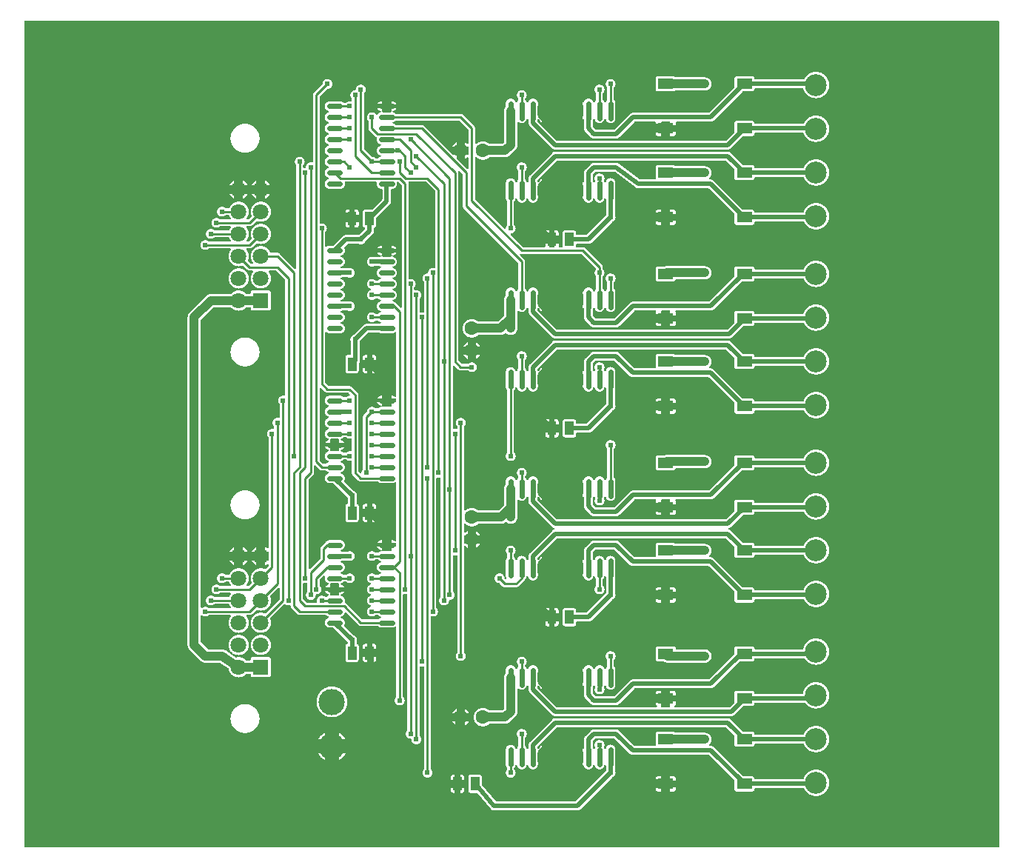
<source format=gtl>
G04 Layer: TopLayer*
G04 EasyEDA v6.4.7, 2020-11-03T11:19:35+01:00*
G04 ee31f35cb8c4481c9aeb6db220abaf82,9bd7e35f881f4a88a1d5770e7942d247,10*
G04 Gerber Generator version 0.2*
G04 Scale: 100 percent, Rotated: No, Reflected: No *
G04 Dimensions in millimeters *
G04 leading zeros omitted , absolute positions ,3 integer and 3 decimal *
%FSLAX33Y33*%
%MOMM*%
G90*
D02*

%ADD10C,0.254000*%
%ADD11C,0.999998*%
%ADD12C,0.499999*%
%ADD13C,0.250012*%
%ADD14C,0.599999*%
%ADD15C,0.609600*%
%ADD16C,0.700024*%
%ADD17R,0.999998X1.550010*%
%ADD18R,1.799996X1.199998*%
%ADD19C,1.599997*%
%ADD20C,2.499995*%
%ADD21C,1.799996*%
%ADD22R,1.799996X1.799996*%
%ADD23C,2.999994*%

%LPD*%
G36*
G01X111641Y94743D02*
G01X358Y94743D01*
G01X343Y94742D01*
G01X329Y94739D01*
G01X315Y94734D01*
G01X303Y94727D01*
G01X291Y94718D01*
G01X281Y94708D01*
G01X272Y94696D01*
G01X265Y94684D01*
G01X260Y94670D01*
G01X257Y94656D01*
G01X256Y94641D01*
G01X256Y358D01*
G01X257Y343D01*
G01X260Y329D01*
G01X265Y315D01*
G01X272Y303D01*
G01X281Y291D01*
G01X291Y281D01*
G01X303Y272D01*
G01X315Y265D01*
G01X329Y260D01*
G01X343Y257D01*
G01X358Y256D01*
G01X111641Y256D01*
G01X111656Y257D01*
G01X111670Y260D01*
G01X111684Y265D01*
G01X111696Y272D01*
G01X111708Y281D01*
G01X111718Y291D01*
G01X111727Y303D01*
G01X111734Y315D01*
G01X111739Y329D01*
G01X111742Y343D01*
G01X111743Y358D01*
G01X111743Y94641D01*
G01X111742Y94656D01*
G01X111739Y94670D01*
G01X111734Y94684D01*
G01X111727Y94696D01*
G01X111718Y94708D01*
G01X111708Y94718D01*
G01X111696Y94727D01*
G01X111684Y94734D01*
G01X111670Y94739D01*
G01X111656Y94742D01*
G01X111641Y94743D01*
G37*

%LPC*%
G36*
G01X90861Y88912D02*
G01X90805Y88913D01*
G01X90748Y88912D01*
G01X90691Y88909D01*
G01X90634Y88904D01*
G01X90578Y88896D01*
G01X90522Y88887D01*
G01X90466Y88875D01*
G01X90411Y88861D01*
G01X90357Y88845D01*
G01X90303Y88827D01*
G01X90250Y88808D01*
G01X90197Y88786D01*
G01X90146Y88762D01*
G01X90095Y88736D01*
G01X90045Y88708D01*
G01X89997Y88679D01*
G01X89949Y88647D01*
G01X89903Y88614D01*
G01X89858Y88579D01*
G01X89815Y88543D01*
G01X89773Y88505D01*
G01X89732Y88465D01*
G01X89693Y88424D01*
G01X89655Y88381D01*
G01X89619Y88337D01*
G01X89585Y88292D01*
G01X89553Y88245D01*
G01X89522Y88197D01*
G01X89493Y88148D01*
G01X89466Y88098D01*
G01X89458Y88085D01*
G01X89447Y88073D01*
G01X89435Y88063D01*
G01X89422Y88054D01*
G01X89407Y88048D01*
G01X89391Y88045D01*
G01X89376Y88043D01*
G01X83862Y88043D01*
G01X83847Y88045D01*
G01X83831Y88048D01*
G01X83817Y88054D01*
G01X83803Y88062D01*
G01X83791Y88072D01*
G01X83781Y88084D01*
G01X83773Y88097D01*
G01X83766Y88112D01*
G01X83762Y88127D01*
G01X83761Y88143D01*
G01X83759Y88166D01*
G01X83756Y88189D01*
G01X83750Y88212D01*
G01X83742Y88234D01*
G01X83732Y88255D01*
G01X83720Y88275D01*
G01X83707Y88294D01*
G01X83692Y88312D01*
G01X83675Y88328D01*
G01X83657Y88343D01*
G01X83638Y88356D01*
G01X83617Y88367D01*
G01X83596Y88377D01*
G01X83574Y88384D01*
G01X83551Y88389D01*
G01X83528Y88392D01*
G01X83504Y88393D01*
G01X81704Y88393D01*
G01X81681Y88392D01*
G01X81657Y88389D01*
G01X81634Y88384D01*
G01X81612Y88376D01*
G01X81590Y88367D01*
G01X81569Y88355D01*
G01X81550Y88342D01*
G01X81532Y88326D01*
G01X81515Y88310D01*
G01X81500Y88291D01*
G01X81486Y88272D01*
G01X81475Y88251D01*
G01X81465Y88230D01*
G01X81458Y88207D01*
G01X81452Y88184D01*
G01X81449Y88161D01*
G01X81448Y88137D01*
G01X81448Y87184D01*
G01X81447Y87168D01*
G01X81443Y87152D01*
G01X81437Y87138D01*
G01X81428Y87124D01*
G01X81418Y87112D01*
G01X78559Y84253D01*
G01X78547Y84243D01*
G01X78534Y84234D01*
G01X78519Y84228D01*
G01X78503Y84225D01*
G01X78488Y84223D01*
G01X69850Y84223D01*
G01X69816Y84222D01*
G01X69783Y84219D01*
G01X69751Y84214D01*
G01X69718Y84206D01*
G01X69687Y84197D01*
G01X69656Y84185D01*
G01X69625Y84171D01*
G01X69596Y84156D01*
G01X69568Y84138D01*
G01X69541Y84119D01*
G01X69516Y84098D01*
G01X69491Y84075D01*
G01X67764Y82348D01*
G01X67752Y82338D01*
G01X67739Y82329D01*
G01X67724Y82323D01*
G01X67708Y82320D01*
G01X67693Y82318D01*
G01X65656Y82318D01*
G01X65641Y82320D01*
G01X65625Y82323D01*
G01X65610Y82329D01*
G01X65597Y82338D01*
G01X65585Y82348D01*
G01X65306Y82627D01*
G01X65295Y82639D01*
G01X65287Y82653D01*
G01X65281Y82667D01*
G01X65277Y82683D01*
G01X65276Y82699D01*
G01X65276Y83356D01*
G01X65278Y83376D01*
G01X65284Y83395D01*
G01X65296Y83428D01*
G01X65306Y83462D01*
G01X65311Y83475D01*
G01X65318Y83488D01*
G01X65327Y83500D01*
G01X65337Y83511D01*
G01X65349Y83520D01*
G01X65362Y83527D01*
G01X65375Y83532D01*
G01X65390Y83535D01*
G01X65405Y83536D01*
G01X65419Y83535D01*
G01X65434Y83532D01*
G01X65447Y83527D01*
G01X65460Y83520D01*
G01X65472Y83511D01*
G01X65482Y83500D01*
G01X65491Y83488D01*
G01X65498Y83475D01*
G01X65503Y83462D01*
G01X65513Y83428D01*
G01X65525Y83396D01*
G01X65539Y83365D01*
G01X65555Y83334D01*
G01X65573Y83304D01*
G01X65593Y83276D01*
G01X65614Y83249D01*
G01X65637Y83223D01*
G01X65662Y83199D01*
G01X65688Y83176D01*
G01X65716Y83155D01*
G01X65744Y83136D01*
G01X65774Y83119D01*
G01X65805Y83103D01*
G01X65837Y83089D01*
G01X65869Y83078D01*
G01X65903Y83068D01*
G01X65936Y83061D01*
G01X65971Y83056D01*
G01X66005Y83052D01*
G01X66040Y83051D01*
G01X66074Y83052D01*
G01X66108Y83056D01*
G01X66143Y83061D01*
G01X66176Y83068D01*
G01X66210Y83078D01*
G01X66242Y83089D01*
G01X66274Y83103D01*
G01X66305Y83119D01*
G01X66335Y83136D01*
G01X66363Y83155D01*
G01X66391Y83176D01*
G01X66417Y83199D01*
G01X66442Y83223D01*
G01X66465Y83249D01*
G01X66486Y83276D01*
G01X66506Y83304D01*
G01X66524Y83334D01*
G01X66540Y83365D01*
G01X66554Y83396D01*
G01X66566Y83428D01*
G01X66576Y83462D01*
G01X66581Y83475D01*
G01X66588Y83488D01*
G01X66597Y83500D01*
G01X66607Y83511D01*
G01X66619Y83520D01*
G01X66632Y83527D01*
G01X66645Y83532D01*
G01X66660Y83535D01*
G01X66675Y83536D01*
G01X66689Y83535D01*
G01X66704Y83532D01*
G01X66717Y83527D01*
G01X66730Y83520D01*
G01X66742Y83511D01*
G01X66752Y83500D01*
G01X66761Y83488D01*
G01X66768Y83475D01*
G01X66773Y83462D01*
G01X66783Y83428D01*
G01X66795Y83396D01*
G01X66809Y83365D01*
G01X66825Y83334D01*
G01X66843Y83304D01*
G01X66863Y83276D01*
G01X66884Y83249D01*
G01X66907Y83223D01*
G01X66932Y83199D01*
G01X66958Y83176D01*
G01X66986Y83155D01*
G01X67014Y83136D01*
G01X67044Y83119D01*
G01X67075Y83103D01*
G01X67107Y83089D01*
G01X67139Y83078D01*
G01X67173Y83068D01*
G01X67206Y83061D01*
G01X67241Y83056D01*
G01X67275Y83052D01*
G01X67310Y83051D01*
G01X67343Y83052D01*
G01X67377Y83055D01*
G01X67410Y83060D01*
G01X67443Y83067D01*
G01X67475Y83076D01*
G01X67507Y83087D01*
G01X67538Y83100D01*
G01X67568Y83115D01*
G01X67597Y83132D01*
G01X67626Y83150D01*
G01X67653Y83170D01*
G01X67679Y83191D01*
G01X67703Y83214D01*
G01X67726Y83239D01*
G01X67748Y83265D01*
G01X67768Y83292D01*
G01X67786Y83320D01*
G01X67802Y83349D01*
G01X67817Y83379D01*
G01X67830Y83410D01*
G01X67841Y83442D01*
G01X67850Y83475D01*
G01X67857Y83507D01*
G01X67862Y83541D01*
G01X67865Y83574D01*
G01X67866Y83608D01*
G01X67866Y85306D01*
G01X67865Y85340D01*
G01X67862Y85374D01*
G01X67856Y85408D01*
G01X67849Y85442D01*
G01X67840Y85475D01*
G01X67828Y85508D01*
G01X67815Y85539D01*
G01X67799Y85570D01*
G01X67782Y85600D01*
G01X67763Y85628D01*
G01X67742Y85656D01*
G01X67720Y85682D01*
G01X67710Y85694D01*
G01X67703Y85707D01*
G01X67697Y85721D01*
G01X67694Y85735D01*
G01X67693Y85750D01*
G01X67693Y87075D01*
G01X67694Y87090D01*
G01X67698Y87105D01*
G01X67703Y87119D01*
G01X67711Y87132D01*
G01X67720Y87144D01*
G01X67743Y87171D01*
G01X67765Y87198D01*
G01X67784Y87228D01*
G01X67802Y87258D01*
G01X67818Y87289D01*
G01X67832Y87321D01*
G01X67844Y87354D01*
G01X67853Y87388D01*
G01X67861Y87422D01*
G01X67866Y87457D01*
G01X67870Y87492D01*
G01X67871Y87527D01*
G01X67870Y87561D01*
G01X67867Y87595D01*
G01X67862Y87628D01*
G01X67855Y87661D01*
G01X67845Y87694D01*
G01X67834Y87726D01*
G01X67821Y87757D01*
G01X67807Y87788D01*
G01X67790Y87817D01*
G01X67771Y87846D01*
G01X67751Y87873D01*
G01X67730Y87899D01*
G01X67706Y87924D01*
G01X67682Y87947D01*
G01X67656Y87969D01*
G01X67628Y87989D01*
G01X67600Y88007D01*
G01X67570Y88024D01*
G01X67540Y88039D01*
G01X67509Y88052D01*
G01X67477Y88063D01*
G01X67444Y88072D01*
G01X67411Y88079D01*
G01X67377Y88084D01*
G01X67343Y88087D01*
G01X67310Y88088D01*
G01X67276Y88087D01*
G01X67242Y88084D01*
G01X67208Y88079D01*
G01X67175Y88072D01*
G01X67142Y88063D01*
G01X67110Y88052D01*
G01X67079Y88039D01*
G01X67049Y88024D01*
G01X67019Y88007D01*
G01X66991Y87989D01*
G01X66963Y87969D01*
G01X66937Y87947D01*
G01X66913Y87924D01*
G01X66889Y87899D01*
G01X66868Y87873D01*
G01X66848Y87846D01*
G01X66829Y87817D01*
G01X66812Y87788D01*
G01X66798Y87757D01*
G01X66785Y87726D01*
G01X66774Y87694D01*
G01X66764Y87661D01*
G01X66757Y87628D01*
G01X66752Y87595D01*
G01X66749Y87561D01*
G01X66748Y87527D01*
G01X66749Y87492D01*
G01X66753Y87457D01*
G01X66758Y87422D01*
G01X66766Y87388D01*
G01X66775Y87354D01*
G01X66787Y87321D01*
G01X66801Y87289D01*
G01X66817Y87258D01*
G01X66835Y87228D01*
G01X66854Y87198D01*
G01X66876Y87171D01*
G01X66899Y87144D01*
G01X66908Y87132D01*
G01X66916Y87119D01*
G01X66921Y87105D01*
G01X66925Y87090D01*
G01X66926Y87075D01*
G01X66926Y85750D01*
G01X66925Y85735D01*
G01X66922Y85721D01*
G01X66916Y85707D01*
G01X66909Y85694D01*
G01X66899Y85682D01*
G01X66875Y85653D01*
G01X66852Y85623D01*
G01X66832Y85591D01*
G01X66813Y85558D01*
G01X66797Y85523D01*
G01X66784Y85488D01*
G01X66773Y85452D01*
G01X66768Y85438D01*
G01X66761Y85425D01*
G01X66752Y85413D01*
G01X66742Y85403D01*
G01X66730Y85394D01*
G01X66717Y85387D01*
G01X66704Y85381D01*
G01X66689Y85378D01*
G01X66675Y85377D01*
G01X66660Y85378D01*
G01X66645Y85381D01*
G01X66632Y85387D01*
G01X66619Y85394D01*
G01X66607Y85403D01*
G01X66597Y85413D01*
G01X66588Y85425D01*
G01X66581Y85438D01*
G01X66576Y85452D01*
G01X66565Y85488D01*
G01X66552Y85523D01*
G01X66536Y85558D01*
G01X66517Y85591D01*
G01X66497Y85623D01*
G01X66474Y85653D01*
G01X66450Y85682D01*
G01X66440Y85694D01*
G01X66433Y85707D01*
G01X66427Y85721D01*
G01X66424Y85735D01*
G01X66423Y85750D01*
G01X66423Y86440D01*
G01X66424Y86455D01*
G01X66428Y86470D01*
G01X66433Y86484D01*
G01X66441Y86497D01*
G01X66450Y86509D01*
G01X66473Y86536D01*
G01X66495Y86563D01*
G01X66514Y86593D01*
G01X66532Y86623D01*
G01X66548Y86654D01*
G01X66562Y86686D01*
G01X66574Y86719D01*
G01X66583Y86753D01*
G01X66591Y86787D01*
G01X66596Y86822D01*
G01X66600Y86857D01*
G01X66601Y86892D01*
G01X66600Y86926D01*
G01X66597Y86960D01*
G01X66592Y86993D01*
G01X66585Y87026D01*
G01X66575Y87059D01*
G01X66564Y87091D01*
G01X66551Y87122D01*
G01X66537Y87153D01*
G01X66520Y87182D01*
G01X66501Y87211D01*
G01X66481Y87238D01*
G01X66460Y87264D01*
G01X66436Y87289D01*
G01X66412Y87312D01*
G01X66386Y87334D01*
G01X66358Y87354D01*
G01X66330Y87372D01*
G01X66300Y87389D01*
G01X66270Y87404D01*
G01X66239Y87417D01*
G01X66207Y87428D01*
G01X66174Y87437D01*
G01X66141Y87444D01*
G01X66107Y87449D01*
G01X66073Y87452D01*
G01X66040Y87453D01*
G01X66006Y87452D01*
G01X65972Y87449D01*
G01X65938Y87444D01*
G01X65905Y87437D01*
G01X65872Y87428D01*
G01X65840Y87417D01*
G01X65809Y87404D01*
G01X65779Y87389D01*
G01X65749Y87372D01*
G01X65721Y87354D01*
G01X65693Y87334D01*
G01X65667Y87312D01*
G01X65643Y87289D01*
G01X65619Y87264D01*
G01X65598Y87238D01*
G01X65578Y87211D01*
G01X65559Y87182D01*
G01X65542Y87153D01*
G01X65528Y87122D01*
G01X65515Y87091D01*
G01X65504Y87059D01*
G01X65494Y87026D01*
G01X65487Y86993D01*
G01X65482Y86960D01*
G01X65479Y86926D01*
G01X65478Y86892D01*
G01X65479Y86857D01*
G01X65483Y86822D01*
G01X65488Y86787D01*
G01X65496Y86753D01*
G01X65505Y86719D01*
G01X65517Y86686D01*
G01X65531Y86654D01*
G01X65547Y86623D01*
G01X65565Y86593D01*
G01X65584Y86563D01*
G01X65606Y86536D01*
G01X65629Y86509D01*
G01X65638Y86497D01*
G01X65646Y86484D01*
G01X65651Y86470D01*
G01X65655Y86455D01*
G01X65656Y86440D01*
G01X65656Y85750D01*
G01X65655Y85735D01*
G01X65652Y85721D01*
G01X65646Y85707D01*
G01X65639Y85694D01*
G01X65629Y85682D01*
G01X65605Y85653D01*
G01X65582Y85623D01*
G01X65562Y85591D01*
G01X65543Y85558D01*
G01X65527Y85523D01*
G01X65514Y85488D01*
G01X65503Y85452D01*
G01X65498Y85438D01*
G01X65491Y85425D01*
G01X65482Y85413D01*
G01X65472Y85403D01*
G01X65460Y85394D01*
G01X65447Y85387D01*
G01X65434Y85381D01*
G01X65419Y85378D01*
G01X65405Y85377D01*
G01X65390Y85378D01*
G01X65375Y85381D01*
G01X65362Y85387D01*
G01X65349Y85394D01*
G01X65337Y85403D01*
G01X65327Y85413D01*
G01X65318Y85425D01*
G01X65311Y85438D01*
G01X65306Y85452D01*
G01X65296Y85485D01*
G01X65284Y85517D01*
G01X65270Y85549D01*
G01X65254Y85580D01*
G01X65236Y85609D01*
G01X65216Y85638D01*
G01X65195Y85665D01*
G01X65172Y85690D01*
G01X65147Y85715D01*
G01X65121Y85737D01*
G01X65093Y85758D01*
G01X65065Y85778D01*
G01X65035Y85795D01*
G01X65004Y85810D01*
G01X64972Y85824D01*
G01X64940Y85836D01*
G01X64906Y85845D01*
G01X64873Y85853D01*
G01X64838Y85858D01*
G01X64804Y85861D01*
G01X64770Y85862D01*
G01X64735Y85861D01*
G01X64701Y85858D01*
G01X64666Y85853D01*
G01X64633Y85845D01*
G01X64599Y85836D01*
G01X64567Y85824D01*
G01X64535Y85810D01*
G01X64504Y85795D01*
G01X64474Y85778D01*
G01X64446Y85758D01*
G01X64418Y85737D01*
G01X64392Y85715D01*
G01X64367Y85690D01*
G01X64344Y85665D01*
G01X64323Y85638D01*
G01X64303Y85609D01*
G01X64285Y85580D01*
G01X64269Y85549D01*
G01X64255Y85517D01*
G01X64243Y85485D01*
G01X64233Y85452D01*
G01X64228Y85438D01*
G01X64221Y85425D01*
G01X64212Y85413D01*
G01X64202Y85403D01*
G01X64190Y85394D01*
G01X64177Y85387D01*
G01X64164Y85381D01*
G01X64149Y85378D01*
G01X64135Y85377D01*
G01X64120Y85378D01*
G01X64105Y85381D01*
G01X64092Y85387D01*
G01X64079Y85394D01*
G01X64067Y85403D01*
G01X64057Y85413D01*
G01X64048Y85425D01*
G01X64041Y85438D01*
G01X64036Y85452D01*
G01X64026Y85488D01*
G01X64012Y85522D01*
G01X63997Y85556D01*
G01X63979Y85589D01*
G01X63959Y85620D01*
G01X63937Y85650D01*
G01X63913Y85678D01*
G01X63887Y85705D01*
G01X63876Y85717D01*
G01X63868Y85731D01*
G01X63861Y85746D01*
G01X63858Y85762D01*
G01X63856Y85778D01*
G01X63858Y85794D01*
G01X63862Y85810D01*
G01X63868Y85825D01*
G01X63877Y85839D01*
G01X63888Y85851D01*
G01X63912Y85876D01*
G01X63935Y85903D01*
G01X63956Y85930D01*
G01X63975Y85959D01*
G01X63993Y85989D01*
G01X64009Y86020D01*
G01X64022Y86053D01*
G01X64034Y86085D01*
G01X64044Y86119D01*
G01X64051Y86153D01*
G01X64057Y86187D01*
G01X64060Y86222D01*
G01X64061Y86257D01*
G01X64060Y86291D01*
G01X64057Y86325D01*
G01X64052Y86358D01*
G01X64045Y86391D01*
G01X64035Y86424D01*
G01X64024Y86456D01*
G01X64011Y86487D01*
G01X63997Y86518D01*
G01X63980Y86547D01*
G01X63961Y86576D01*
G01X63941Y86603D01*
G01X63920Y86629D01*
G01X63896Y86654D01*
G01X63872Y86677D01*
G01X63846Y86699D01*
G01X63818Y86719D01*
G01X63790Y86737D01*
G01X63760Y86754D01*
G01X63730Y86769D01*
G01X63699Y86782D01*
G01X63667Y86793D01*
G01X63634Y86802D01*
G01X63601Y86809D01*
G01X63567Y86814D01*
G01X63533Y86817D01*
G01X63500Y86818D01*
G01X63465Y86817D01*
G01X63431Y86814D01*
G01X63397Y86809D01*
G01X63364Y86802D01*
G01X63331Y86792D01*
G01X63299Y86781D01*
G01X63267Y86768D01*
G01X63237Y86753D01*
G01X63207Y86736D01*
G01X63178Y86717D01*
G01X63151Y86697D01*
G01X63125Y86675D01*
G01X63100Y86651D01*
G01X63077Y86626D01*
G01X63055Y86600D01*
G01X63035Y86572D01*
G01X63017Y86543D01*
G01X63000Y86513D01*
G01X62985Y86482D01*
G01X62973Y86451D01*
G01X62962Y86418D01*
G01X62957Y86405D01*
G01X62950Y86392D01*
G01X62941Y86380D01*
G01X62931Y86370D01*
G01X62919Y86362D01*
G01X62907Y86355D01*
G01X62893Y86350D01*
G01X62879Y86347D01*
G01X62865Y86346D01*
G01X62850Y86347D01*
G01X62836Y86350D01*
G01X62822Y86355D01*
G01X62810Y86362D01*
G01X62798Y86370D01*
G01X62788Y86380D01*
G01X62779Y86392D01*
G01X62772Y86405D01*
G01X62767Y86418D01*
G01X62756Y86451D01*
G01X62744Y86482D01*
G01X62729Y86513D01*
G01X62712Y86543D01*
G01X62694Y86572D01*
G01X62674Y86600D01*
G01X62652Y86626D01*
G01X62629Y86651D01*
G01X62604Y86675D01*
G01X62578Y86697D01*
G01X62551Y86717D01*
G01X62522Y86736D01*
G01X62492Y86753D01*
G01X62462Y86768D01*
G01X62430Y86781D01*
G01X62398Y86792D01*
G01X62365Y86802D01*
G01X62332Y86809D01*
G01X62298Y86814D01*
G01X62264Y86817D01*
G01X62230Y86818D01*
G01X62195Y86817D01*
G01X62161Y86814D01*
G01X62127Y86809D01*
G01X62094Y86802D01*
G01X62061Y86792D01*
G01X62029Y86781D01*
G01X61997Y86768D01*
G01X61967Y86753D01*
G01X61937Y86736D01*
G01X61908Y86717D01*
G01X61881Y86697D01*
G01X61855Y86675D01*
G01X61830Y86651D01*
G01X61807Y86626D01*
G01X61785Y86600D01*
G01X61765Y86572D01*
G01X61747Y86543D01*
G01X61730Y86513D01*
G01X61715Y86482D01*
G01X61703Y86451D01*
G01X61692Y86418D01*
G01X61687Y86405D01*
G01X61680Y86392D01*
G01X61671Y86380D01*
G01X61661Y86370D01*
G01X61649Y86362D01*
G01X61637Y86355D01*
G01X61623Y86350D01*
G01X61609Y86347D01*
G01X61595Y86346D01*
G01X61580Y86347D01*
G01X61566Y86350D01*
G01X61552Y86355D01*
G01X61540Y86362D01*
G01X61528Y86370D01*
G01X61518Y86380D01*
G01X61509Y86392D01*
G01X61502Y86405D01*
G01X61497Y86418D01*
G01X61486Y86451D01*
G01X61474Y86482D01*
G01X61459Y86513D01*
G01X61442Y86543D01*
G01X61424Y86572D01*
G01X61404Y86600D01*
G01X61382Y86626D01*
G01X61359Y86651D01*
G01X61334Y86675D01*
G01X61308Y86697D01*
G01X61281Y86717D01*
G01X61252Y86736D01*
G01X61222Y86753D01*
G01X61192Y86768D01*
G01X61160Y86781D01*
G01X61128Y86792D01*
G01X61095Y86802D01*
G01X61062Y86809D01*
G01X61028Y86814D01*
G01X60994Y86817D01*
G01X60960Y86818D01*
G01X60925Y86817D01*
G01X60891Y86814D01*
G01X60857Y86809D01*
G01X60824Y86802D01*
G01X60791Y86792D01*
G01X60759Y86781D01*
G01X60727Y86768D01*
G01X60697Y86753D01*
G01X60667Y86736D01*
G01X60638Y86717D01*
G01X60611Y86697D01*
G01X60585Y86675D01*
G01X60560Y86651D01*
G01X60537Y86626D01*
G01X60515Y86600D01*
G01X60495Y86572D01*
G01X60477Y86543D01*
G01X60460Y86513D01*
G01X60445Y86482D01*
G01X60433Y86451D01*
G01X60422Y86418D01*
G01X60417Y86405D01*
G01X60410Y86392D01*
G01X60401Y86380D01*
G01X60391Y86370D01*
G01X60379Y86362D01*
G01X60367Y86355D01*
G01X60353Y86350D01*
G01X60339Y86347D01*
G01X60325Y86346D01*
G01X60310Y86347D01*
G01X60296Y86350D01*
G01X60282Y86355D01*
G01X60270Y86362D01*
G01X60258Y86370D01*
G01X60248Y86380D01*
G01X60239Y86392D01*
G01X60232Y86405D01*
G01X60227Y86418D01*
G01X60216Y86451D01*
G01X60204Y86482D01*
G01X60189Y86513D01*
G01X60172Y86543D01*
G01X60154Y86572D01*
G01X60134Y86600D01*
G01X60112Y86626D01*
G01X60089Y86651D01*
G01X60064Y86675D01*
G01X60038Y86697D01*
G01X60011Y86717D01*
G01X59982Y86736D01*
G01X59952Y86753D01*
G01X59922Y86768D01*
G01X59890Y86781D01*
G01X59858Y86792D01*
G01X59825Y86802D01*
G01X59792Y86809D01*
G01X59758Y86814D01*
G01X59724Y86817D01*
G01X59690Y86818D01*
G01X59656Y86817D01*
G01X59622Y86814D01*
G01X59588Y86809D01*
G01X59555Y86802D01*
G01X59522Y86793D01*
G01X59490Y86782D01*
G01X59459Y86769D01*
G01X59429Y86754D01*
G01X59399Y86737D01*
G01X59371Y86719D01*
G01X59343Y86699D01*
G01X59317Y86677D01*
G01X59293Y86654D01*
G01X59269Y86629D01*
G01X59248Y86603D01*
G01X59228Y86576D01*
G01X59209Y86547D01*
G01X59192Y86518D01*
G01X59178Y86487D01*
G01X59165Y86456D01*
G01X59154Y86424D01*
G01X59144Y86391D01*
G01X59137Y86358D01*
G01X59132Y86325D01*
G01X59129Y86291D01*
G01X59128Y86257D01*
G01X59129Y86222D01*
G01X59132Y86187D01*
G01X59138Y86153D01*
G01X59145Y86119D01*
G01X59155Y86085D01*
G01X59167Y86053D01*
G01X59180Y86020D01*
G01X59196Y85989D01*
G01X59214Y85959D01*
G01X59233Y85930D01*
G01X59254Y85903D01*
G01X59277Y85876D01*
G01X59301Y85851D01*
G01X59312Y85839D01*
G01X59321Y85825D01*
G01X59327Y85810D01*
G01X59331Y85794D01*
G01X59333Y85778D01*
G01X59331Y85762D01*
G01X59328Y85746D01*
G01X59321Y85731D01*
G01X59313Y85717D01*
G01X59302Y85705D01*
G01X59276Y85678D01*
G01X59252Y85650D01*
G01X59230Y85620D01*
G01X59210Y85589D01*
G01X59192Y85556D01*
G01X59177Y85522D01*
G01X59163Y85488D01*
G01X59153Y85452D01*
G01X59148Y85438D01*
G01X59141Y85425D01*
G01X59132Y85413D01*
G01X59122Y85403D01*
G01X59110Y85394D01*
G01X59097Y85387D01*
G01X59084Y85381D01*
G01X59069Y85378D01*
G01X59055Y85377D01*
G01X59040Y85378D01*
G01X59025Y85381D01*
G01X59012Y85387D01*
G01X58999Y85394D01*
G01X58987Y85403D01*
G01X58977Y85413D01*
G01X58968Y85425D01*
G01X58961Y85438D01*
G01X58956Y85452D01*
G01X58946Y85485D01*
G01X58934Y85517D01*
G01X58920Y85549D01*
G01X58904Y85580D01*
G01X58886Y85609D01*
G01X58866Y85638D01*
G01X58845Y85665D01*
G01X58822Y85690D01*
G01X58797Y85715D01*
G01X58771Y85737D01*
G01X58743Y85758D01*
G01X58715Y85778D01*
G01X58685Y85795D01*
G01X58654Y85810D01*
G01X58622Y85824D01*
G01X58590Y85836D01*
G01X58556Y85845D01*
G01X58523Y85853D01*
G01X58488Y85858D01*
G01X58454Y85861D01*
G01X58420Y85862D01*
G01X58385Y85861D01*
G01X58351Y85858D01*
G01X58316Y85853D01*
G01X58283Y85845D01*
G01X58249Y85836D01*
G01X58217Y85824D01*
G01X58185Y85810D01*
G01X58154Y85795D01*
G01X58124Y85778D01*
G01X58096Y85758D01*
G01X58068Y85737D01*
G01X58042Y85715D01*
G01X58017Y85690D01*
G01X57994Y85665D01*
G01X57973Y85638D01*
G01X57953Y85609D01*
G01X57935Y85580D01*
G01X57919Y85549D01*
G01X57905Y85517D01*
G01X57893Y85485D01*
G01X57883Y85452D01*
G01X57878Y85438D01*
G01X57871Y85425D01*
G01X57862Y85413D01*
G01X57852Y85403D01*
G01X57840Y85394D01*
G01X57827Y85387D01*
G01X57814Y85381D01*
G01X57799Y85378D01*
G01X57785Y85377D01*
G01X57770Y85378D01*
G01X57755Y85381D01*
G01X57742Y85387D01*
G01X57729Y85394D01*
G01X57717Y85403D01*
G01X57707Y85413D01*
G01X57698Y85425D01*
G01X57691Y85438D01*
G01X57686Y85452D01*
G01X57675Y85488D01*
G01X57662Y85523D01*
G01X57646Y85558D01*
G01X57627Y85591D01*
G01X57607Y85623D01*
G01X57584Y85653D01*
G01X57560Y85682D01*
G01X57550Y85694D01*
G01X57543Y85707D01*
G01X57537Y85721D01*
G01X57534Y85735D01*
G01X57533Y85750D01*
G01X57533Y85805D01*
G01X57534Y85820D01*
G01X57538Y85835D01*
G01X57543Y85849D01*
G01X57551Y85862D01*
G01X57560Y85874D01*
G01X57583Y85901D01*
G01X57605Y85928D01*
G01X57624Y85958D01*
G01X57642Y85988D01*
G01X57658Y86019D01*
G01X57672Y86051D01*
G01X57684Y86084D01*
G01X57693Y86118D01*
G01X57701Y86152D01*
G01X57706Y86187D01*
G01X57710Y86222D01*
G01X57711Y86257D01*
G01X57710Y86291D01*
G01X57707Y86325D01*
G01X57702Y86358D01*
G01X57695Y86391D01*
G01X57685Y86424D01*
G01X57674Y86456D01*
G01X57661Y86487D01*
G01X57647Y86518D01*
G01X57630Y86547D01*
G01X57611Y86576D01*
G01X57591Y86603D01*
G01X57570Y86629D01*
G01X57546Y86654D01*
G01X57522Y86677D01*
G01X57496Y86699D01*
G01X57468Y86719D01*
G01X57440Y86737D01*
G01X57410Y86754D01*
G01X57380Y86769D01*
G01X57349Y86782D01*
G01X57317Y86793D01*
G01X57284Y86802D01*
G01X57251Y86809D01*
G01X57217Y86814D01*
G01X57183Y86817D01*
G01X57150Y86818D01*
G01X57116Y86817D01*
G01X57082Y86814D01*
G01X57048Y86809D01*
G01X57015Y86802D01*
G01X56982Y86793D01*
G01X56950Y86782D01*
G01X56919Y86769D01*
G01X56889Y86754D01*
G01X56859Y86737D01*
G01X56831Y86719D01*
G01X56803Y86699D01*
G01X56777Y86677D01*
G01X56753Y86654D01*
G01X56729Y86629D01*
G01X56708Y86603D01*
G01X56688Y86576D01*
G01X56669Y86547D01*
G01X56652Y86518D01*
G01X56638Y86487D01*
G01X56625Y86456D01*
G01X56614Y86424D01*
G01X56604Y86391D01*
G01X56597Y86358D01*
G01X56592Y86325D01*
G01X56589Y86291D01*
G01X56588Y86257D01*
G01X56589Y86222D01*
G01X56593Y86187D01*
G01X56598Y86152D01*
G01X56606Y86118D01*
G01X56615Y86084D01*
G01X56627Y86051D01*
G01X56641Y86019D01*
G01X56657Y85988D01*
G01X56675Y85958D01*
G01X56694Y85928D01*
G01X56716Y85901D01*
G01X56739Y85874D01*
G01X56748Y85862D01*
G01X56756Y85849D01*
G01X56761Y85835D01*
G01X56765Y85820D01*
G01X56766Y85805D01*
G01X56766Y85750D01*
G01X56765Y85735D01*
G01X56762Y85721D01*
G01X56756Y85707D01*
G01X56749Y85694D01*
G01X56739Y85682D01*
G01X56715Y85653D01*
G01X56692Y85623D01*
G01X56672Y85591D01*
G01X56653Y85558D01*
G01X56637Y85523D01*
G01X56624Y85488D01*
G01X56613Y85452D01*
G01X56608Y85438D01*
G01X56601Y85425D01*
G01X56592Y85413D01*
G01X56582Y85403D01*
G01X56570Y85394D01*
G01X56557Y85387D01*
G01X56544Y85381D01*
G01X56529Y85378D01*
G01X56515Y85377D01*
G01X56500Y85378D01*
G01X56485Y85381D01*
G01X56472Y85387D01*
G01X56459Y85394D01*
G01X56447Y85403D01*
G01X56437Y85413D01*
G01X56428Y85425D01*
G01X56421Y85438D01*
G01X56416Y85452D01*
G01X56406Y85485D01*
G01X56394Y85517D01*
G01X56380Y85549D01*
G01X56364Y85580D01*
G01X56346Y85609D01*
G01X56326Y85638D01*
G01X56305Y85665D01*
G01X56282Y85690D01*
G01X56257Y85715D01*
G01X56231Y85737D01*
G01X56203Y85758D01*
G01X56175Y85778D01*
G01X56145Y85795D01*
G01X56114Y85810D01*
G01X56082Y85824D01*
G01X56050Y85836D01*
G01X56016Y85845D01*
G01X55983Y85853D01*
G01X55948Y85858D01*
G01X55914Y85861D01*
G01X55880Y85862D01*
G01X55846Y85861D01*
G01X55812Y85858D01*
G01X55779Y85853D01*
G01X55746Y85846D01*
G01X55714Y85837D01*
G01X55682Y85826D01*
G01X55651Y85813D01*
G01X55621Y85799D01*
G01X55592Y85782D01*
G01X55563Y85764D01*
G01X55536Y85744D01*
G01X55510Y85722D01*
G01X55486Y85699D01*
G01X55463Y85675D01*
G01X55441Y85649D01*
G01X55421Y85622D01*
G01X55403Y85594D01*
G01X55387Y85564D01*
G01X55372Y85534D01*
G01X55359Y85503D01*
G01X55348Y85471D01*
G01X55339Y85439D01*
G01X55332Y85406D01*
G01X55327Y85373D01*
G01X55324Y85339D01*
G01X55323Y85306D01*
G01X55323Y85007D01*
G01X55321Y84990D01*
G01X55317Y84973D01*
G01X55309Y84957D01*
G01X55299Y84942D01*
G01X55274Y84910D01*
G01X55251Y84877D01*
G01X55229Y84843D01*
G01X55209Y84808D01*
G01X55191Y84771D01*
G01X55176Y84734D01*
G01X55162Y84696D01*
G01X55150Y84657D01*
G01X55140Y84618D01*
G01X55133Y84578D01*
G01X55127Y84538D01*
G01X55124Y84497D01*
G01X55123Y84457D01*
G01X55123Y80897D01*
G01X55122Y80881D01*
G01X55118Y80866D01*
G01X55112Y80851D01*
G01X55104Y80838D01*
G01X55093Y80825D01*
G01X54961Y80693D01*
G01X54949Y80683D01*
G01X54935Y80674D01*
G01X54920Y80668D01*
G01X54905Y80665D01*
G01X54889Y80663D01*
G01X53482Y80663D01*
G01X53467Y80665D01*
G01X53453Y80668D01*
G01X53439Y80673D01*
G01X53426Y80681D01*
G01X53414Y80690D01*
G01X53377Y80722D01*
G01X53339Y80752D01*
G01X53300Y80780D01*
G01X53259Y80806D01*
G01X53217Y80831D01*
G01X53174Y80853D01*
G01X53130Y80874D01*
G01X53085Y80893D01*
G01X53039Y80909D01*
G01X52993Y80923D01*
G01X52945Y80936D01*
G01X52898Y80946D01*
G01X52850Y80953D01*
G01X52802Y80959D01*
G01X52753Y80962D01*
G01X52705Y80963D01*
G01X52655Y80962D01*
G01X52606Y80959D01*
G01X52557Y80953D01*
G01X52509Y80945D01*
G01X52461Y80935D01*
G01X52413Y80922D01*
G01X52366Y80908D01*
G01X52320Y80891D01*
G01X52275Y80872D01*
G01X52230Y80851D01*
G01X52187Y80828D01*
G01X52145Y80803D01*
G01X52104Y80776D01*
G01X52064Y80747D01*
G01X52025Y80716D01*
G01X51988Y80684D01*
G01X51977Y80674D01*
G01X51964Y80667D01*
G01X51949Y80661D01*
G01X51935Y80658D01*
G01X51920Y80657D01*
G01X51905Y80658D01*
G01X51891Y80661D01*
G01X51877Y80666D01*
G01X51865Y80673D01*
G01X51853Y80682D01*
G01X51843Y80692D01*
G01X51834Y80704D01*
G01X51827Y80716D01*
G01X51822Y80730D01*
G01X51819Y80744D01*
G01X51818Y80758D01*
G01X51818Y82447D01*
G01X51817Y82477D01*
G01X51813Y82507D01*
G01X51807Y82536D01*
G01X51799Y82565D01*
G01X51789Y82594D01*
G01X51776Y82621D01*
G01X51762Y82647D01*
G01X51745Y82672D01*
G01X51726Y82696D01*
G01X51706Y82718D01*
G01X50436Y83988D01*
G01X50414Y84009D01*
G01X50390Y84027D01*
G01X50365Y84044D01*
G01X50339Y84059D01*
G01X50311Y84071D01*
G01X50283Y84082D01*
G01X50254Y84090D01*
G01X50224Y84096D01*
G01X50195Y84099D01*
G01X50165Y84100D01*
G01X42750Y84100D01*
G01X42735Y84102D01*
G01X42720Y84105D01*
G01X42706Y84110D01*
G01X42693Y84118D01*
G01X42681Y84127D01*
G01X42653Y84152D01*
G01X42622Y84174D01*
G01X42590Y84195D01*
G01X42557Y84213D01*
G01X42523Y84229D01*
G01X42488Y84243D01*
G01X42452Y84254D01*
G01X42438Y84259D01*
G01X42425Y84266D01*
G01X42413Y84274D01*
G01X42402Y84284D01*
G01X42393Y84296D01*
G01X42386Y84309D01*
G01X42381Y84323D01*
G01X42378Y84337D01*
G01X42377Y84352D01*
G01X42378Y84367D01*
G01X42381Y84381D01*
G01X42386Y84395D01*
G01X42393Y84408D01*
G01X42402Y84419D01*
G01X42413Y84430D01*
G01X42425Y84438D01*
G01X42438Y84445D01*
G01X42452Y84450D01*
G01X42484Y84460D01*
G01X42516Y84472D01*
G01X42546Y84485D01*
G01X42576Y84501D01*
G01X42605Y84518D01*
G01X42633Y84537D01*
G01X42660Y84558D01*
G01X42685Y84580D01*
G01X42709Y84604D01*
G01X42732Y84629D01*
G01X42753Y84656D01*
G01X42772Y84684D01*
G01X42790Y84713D01*
G01X42805Y84743D01*
G01X42819Y84773D01*
G01X42219Y84773D01*
G01X42219Y84375D01*
G01X42218Y84361D01*
G01X42215Y84346D01*
G01X42210Y84333D01*
G01X42203Y84320D01*
G01X42194Y84308D01*
G01X42184Y84298D01*
G01X42173Y84290D01*
G01X42160Y84283D01*
G01X42146Y84278D01*
G01X42132Y84274D01*
G01X42118Y84273D01*
G01X41295Y84273D01*
G01X41280Y84274D01*
G01X41266Y84278D01*
G01X41253Y84283D01*
G01X41240Y84290D01*
G01X41228Y84298D01*
G01X41218Y84308D01*
G01X41209Y84320D01*
G01X41202Y84333D01*
G01X41197Y84346D01*
G01X41194Y84361D01*
G01X41193Y84375D01*
G01X41193Y84773D01*
G01X40593Y84773D01*
G01X40607Y84743D01*
G01X40623Y84713D01*
G01X40641Y84684D01*
G01X40660Y84656D01*
G01X40681Y84629D01*
G01X40703Y84604D01*
G01X40727Y84580D01*
G01X40753Y84558D01*
G01X40779Y84537D01*
G01X40807Y84518D01*
G01X40836Y84501D01*
G01X40866Y84485D01*
G01X40897Y84472D01*
G01X40929Y84460D01*
G01X40961Y84450D01*
G01X40975Y84445D01*
G01X40988Y84438D01*
G01X41000Y84430D01*
G01X41010Y84419D01*
G01X41019Y84408D01*
G01X41026Y84395D01*
G01X41032Y84381D01*
G01X41035Y84367D01*
G01X41036Y84352D01*
G01X41035Y84337D01*
G01X41032Y84323D01*
G01X41026Y84309D01*
G01X41019Y84296D01*
G01X41010Y84284D01*
G01X41000Y84274D01*
G01X40988Y84266D01*
G01X40975Y84259D01*
G01X40961Y84254D01*
G01X40926Y84243D01*
G01X40892Y84230D01*
G01X40859Y84215D01*
G01X40827Y84198D01*
G01X40796Y84178D01*
G01X40767Y84157D01*
G01X40739Y84134D01*
G01X40712Y84109D01*
G01X40688Y84082D01*
G01X40665Y84054D01*
G01X40643Y84024D01*
G01X40633Y84011D01*
G01X40621Y84000D01*
G01X40607Y83991D01*
G01X40592Y83984D01*
G01X40575Y83980D01*
G01X40559Y83979D01*
G01X40544Y83980D01*
G01X40530Y83983D01*
G01X40517Y83988D01*
G01X40504Y83995D01*
G01X40493Y84003D01*
G01X40483Y84013D01*
G01X40474Y84025D01*
G01X40454Y84053D01*
G01X40432Y84080D01*
G01X40409Y84106D01*
G01X40384Y84130D01*
G01X40358Y84153D01*
G01X40330Y84174D01*
G01X40301Y84193D01*
G01X40271Y84211D01*
G01X40240Y84226D01*
G01X40208Y84240D01*
G01X40175Y84252D01*
G01X40142Y84261D01*
G01X40108Y84269D01*
G01X40074Y84274D01*
G01X40039Y84277D01*
G01X40005Y84278D01*
G01X39971Y84277D01*
G01X39937Y84274D01*
G01X39903Y84269D01*
G01X39870Y84262D01*
G01X39837Y84253D01*
G01X39805Y84242D01*
G01X39774Y84229D01*
G01X39744Y84214D01*
G01X39714Y84197D01*
G01X39686Y84179D01*
G01X39658Y84159D01*
G01X39632Y84137D01*
G01X39608Y84114D01*
G01X39584Y84089D01*
G01X39563Y84063D01*
G01X39543Y84036D01*
G01X39524Y84007D01*
G01X39507Y83978D01*
G01X39493Y83947D01*
G01X39480Y83916D01*
G01X39469Y83884D01*
G01X39459Y83851D01*
G01X39452Y83818D01*
G01X39447Y83785D01*
G01X39444Y83751D01*
G01X39443Y83717D01*
G01X39444Y83682D01*
G01X39448Y83647D01*
G01X39453Y83612D01*
G01X39461Y83578D01*
G01X39470Y83544D01*
G01X39482Y83511D01*
G01X39496Y83479D01*
G01X39512Y83448D01*
G01X39530Y83418D01*
G01X39549Y83388D01*
G01X39571Y83361D01*
G01X39594Y83334D01*
G01X39603Y83322D01*
G01X39611Y83309D01*
G01X39616Y83295D01*
G01X39620Y83280D01*
G01X39621Y83265D01*
G01X39621Y82447D01*
G01X39622Y82417D01*
G01X39626Y82387D01*
G01X39632Y82357D01*
G01X39640Y82328D01*
G01X39650Y82300D01*
G01X39663Y82273D01*
G01X39677Y82246D01*
G01X39694Y82221D01*
G01X39713Y82198D01*
G01X39733Y82176D01*
G01X40368Y81541D01*
G01X40389Y81522D01*
G01X40411Y81504D01*
G01X40434Y81488D01*
G01X40458Y81474D01*
G01X40483Y81462D01*
G01X40509Y81451D01*
G01X40523Y81445D01*
G01X40536Y81436D01*
G01X40547Y81426D01*
G01X40557Y81414D01*
G01X40565Y81401D01*
G01X40571Y81386D01*
G01X40574Y81371D01*
G01X40576Y81356D01*
G01X40572Y81328D01*
G01X40563Y81291D01*
G01X40556Y81253D01*
G01X40552Y81215D01*
G01X40551Y81177D01*
G01X40552Y81142D01*
G01X40555Y81108D01*
G01X40560Y81074D01*
G01X40568Y81040D01*
G01X40577Y81007D01*
G01X40589Y80974D01*
G01X40603Y80942D01*
G01X40618Y80911D01*
G01X40636Y80882D01*
G01X40655Y80853D01*
G01X40676Y80825D01*
G01X40698Y80799D01*
G01X40723Y80775D01*
G01X40748Y80752D01*
G01X40776Y80730D01*
G01X40804Y80710D01*
G01X40833Y80692D01*
G01X40864Y80676D01*
G01X40896Y80662D01*
G01X40928Y80650D01*
G01X40961Y80640D01*
G01X40975Y80635D01*
G01X40988Y80628D01*
G01X41000Y80620D01*
G01X41010Y80609D01*
G01X41019Y80598D01*
G01X41026Y80585D01*
G01X41032Y80571D01*
G01X41035Y80557D01*
G01X41036Y80542D01*
G01X41035Y80527D01*
G01X41032Y80513D01*
G01X41026Y80499D01*
G01X41019Y80486D01*
G01X41010Y80474D01*
G01X41000Y80464D01*
G01X40988Y80456D01*
G01X40975Y80449D01*
G01X40961Y80444D01*
G01X40928Y80434D01*
G01X40896Y80422D01*
G01X40864Y80407D01*
G01X40833Y80391D01*
G01X40804Y80373D01*
G01X40776Y80354D01*
G01X40748Y80332D01*
G01X40723Y80309D01*
G01X40698Y80284D01*
G01X40676Y80258D01*
G01X40655Y80231D01*
G01X40636Y80202D01*
G01X40618Y80172D01*
G01X40603Y80141D01*
G01X40589Y80110D01*
G01X40577Y80077D01*
G01X40568Y80044D01*
G01X40560Y80010D01*
G01X40555Y79976D01*
G01X40552Y79941D01*
G01X40551Y79907D01*
G01X40552Y79872D01*
G01X40555Y79838D01*
G01X40560Y79804D01*
G01X40568Y79770D01*
G01X40577Y79737D01*
G01X40589Y79704D01*
G01X40603Y79672D01*
G01X40618Y79641D01*
G01X40636Y79612D01*
G01X40655Y79583D01*
G01X40676Y79555D01*
G01X40698Y79529D01*
G01X40723Y79505D01*
G01X40748Y79482D01*
G01X40776Y79460D01*
G01X40804Y79440D01*
G01X40833Y79422D01*
G01X40864Y79406D01*
G01X40896Y79392D01*
G01X40928Y79380D01*
G01X40961Y79370D01*
G01X40975Y79365D01*
G01X40988Y79358D01*
G01X41000Y79350D01*
G01X41010Y79339D01*
G01X41019Y79328D01*
G01X41026Y79315D01*
G01X41032Y79301D01*
G01X41035Y79287D01*
G01X41036Y79272D01*
G01X41035Y79257D01*
G01X41032Y79243D01*
G01X41026Y79229D01*
G01X41019Y79216D01*
G01X41010Y79204D01*
G01X41000Y79194D01*
G01X40988Y79186D01*
G01X40975Y79179D01*
G01X40961Y79174D01*
G01X40925Y79163D01*
G01X40890Y79149D01*
G01X40855Y79133D01*
G01X40822Y79115D01*
G01X40790Y79094D01*
G01X40760Y79072D01*
G01X40731Y79047D01*
G01X40719Y79038D01*
G01X40706Y79030D01*
G01X40692Y79025D01*
G01X40678Y79022D01*
G01X40663Y79020D01*
G01X40456Y79020D01*
G01X40441Y79022D01*
G01X40426Y79025D01*
G01X40412Y79031D01*
G01X40399Y79038D01*
G01X40387Y79048D01*
G01X40360Y79072D01*
G01X40331Y79094D01*
G01X40300Y79114D01*
G01X40269Y79132D01*
G01X40236Y79148D01*
G01X40202Y79162D01*
G01X40168Y79174D01*
G01X40133Y79183D01*
G01X40097Y79191D01*
G01X40061Y79195D01*
G01X40024Y79198D01*
G01X40009Y79200D01*
G01X39995Y79203D01*
G01X39981Y79210D01*
G01X39968Y79218D01*
G01X39956Y79228D01*
G01X39148Y80036D01*
G01X39137Y80048D01*
G01X39129Y80062D01*
G01X39123Y80076D01*
G01X39119Y80092D01*
G01X39118Y80108D01*
G01X39118Y86440D01*
G01X39119Y86455D01*
G01X39123Y86470D01*
G01X39128Y86484D01*
G01X39136Y86497D01*
G01X39145Y86509D01*
G01X39168Y86536D01*
G01X39190Y86563D01*
G01X39209Y86593D01*
G01X39227Y86623D01*
G01X39243Y86654D01*
G01X39257Y86686D01*
G01X39269Y86719D01*
G01X39278Y86753D01*
G01X39286Y86787D01*
G01X39291Y86822D01*
G01X39295Y86857D01*
G01X39296Y86892D01*
G01X39295Y86926D01*
G01X39292Y86960D01*
G01X39287Y86993D01*
G01X39280Y87026D01*
G01X39270Y87059D01*
G01X39259Y87091D01*
G01X39246Y87122D01*
G01X39232Y87153D01*
G01X39215Y87182D01*
G01X39196Y87211D01*
G01X39176Y87238D01*
G01X39155Y87264D01*
G01X39131Y87289D01*
G01X39107Y87312D01*
G01X39081Y87334D01*
G01X39053Y87354D01*
G01X39025Y87372D01*
G01X38995Y87389D01*
G01X38965Y87404D01*
G01X38934Y87417D01*
G01X38902Y87428D01*
G01X38869Y87437D01*
G01X38836Y87444D01*
G01X38802Y87449D01*
G01X38768Y87452D01*
G01X38735Y87453D01*
G01X38700Y87452D01*
G01X38666Y87449D01*
G01X38632Y87444D01*
G01X38599Y87436D01*
G01X38565Y87427D01*
G01X38533Y87416D01*
G01X38501Y87403D01*
G01X38471Y87387D01*
G01X38441Y87370D01*
G01X38412Y87351D01*
G01X38385Y87331D01*
G01X38358Y87309D01*
G01X38334Y87285D01*
G01X38310Y87260D01*
G01X38289Y87233D01*
G01X38269Y87205D01*
G01X38250Y87176D01*
G01X38234Y87146D01*
G01X38219Y87115D01*
G01X38207Y87083D01*
G01X38196Y87050D01*
G01X38187Y87017D01*
G01X38181Y86983D01*
G01X38176Y86949D01*
G01X38174Y86915D01*
G01X38172Y86900D01*
G01X38168Y86885D01*
G01X38162Y86872D01*
G01X38154Y86859D01*
G01X38144Y86847D01*
G01X38133Y86838D01*
G01X38120Y86829D01*
G01X38106Y86823D01*
G01X38091Y86819D01*
G01X38076Y86818D01*
G01X38042Y86815D01*
G01X38008Y86811D01*
G01X37974Y86804D01*
G01X37941Y86795D01*
G01X37908Y86785D01*
G01X37877Y86772D01*
G01X37846Y86757D01*
G01X37815Y86741D01*
G01X37786Y86723D01*
G01X37758Y86703D01*
G01X37732Y86681D01*
G01X37707Y86658D01*
G01X37683Y86633D01*
G01X37661Y86607D01*
G01X37640Y86579D01*
G01X37621Y86551D01*
G01X37604Y86521D01*
G01X37589Y86490D01*
G01X37576Y86458D01*
G01X37564Y86426D01*
G01X37555Y86393D01*
G01X37548Y86359D01*
G01X37542Y86325D01*
G01X37539Y86291D01*
G01X37538Y86257D01*
G01X37539Y86222D01*
G01X37543Y86187D01*
G01X37548Y86152D01*
G01X37556Y86118D01*
G01X37565Y86084D01*
G01X37577Y86051D01*
G01X37591Y86019D01*
G01X37607Y85988D01*
G01X37625Y85958D01*
G01X37644Y85928D01*
G01X37666Y85901D01*
G01X37689Y85874D01*
G01X37698Y85862D01*
G01X37706Y85849D01*
G01X37711Y85835D01*
G01X37715Y85820D01*
G01X37716Y85805D01*
G01X37716Y85633D01*
G01X37715Y85618D01*
G01X37712Y85604D01*
G01X37707Y85590D01*
G01X37700Y85578D01*
G01X37691Y85566D01*
G01X37681Y85556D01*
G01X37669Y85547D01*
G01X37657Y85540D01*
G01X37643Y85535D01*
G01X37629Y85532D01*
G01X37614Y85531D01*
G01X37591Y85534D01*
G01X37550Y85542D01*
G01X37507Y85547D01*
G01X37465Y85548D01*
G01X37429Y85547D01*
G01X37395Y85544D01*
G01X37360Y85538D01*
G01X37326Y85531D01*
G01X37292Y85521D01*
G01X37259Y85509D01*
G01X37227Y85495D01*
G01X37195Y85480D01*
G01X37165Y85462D01*
G01X37136Y85442D01*
G01X37108Y85421D01*
G01X37082Y85398D01*
G01X37070Y85388D01*
G01X37057Y85381D01*
G01X37043Y85375D01*
G01X37028Y85372D01*
G01X37013Y85370D01*
G01X36806Y85370D01*
G01X36791Y85372D01*
G01X36777Y85375D01*
G01X36763Y85380D01*
G01X36750Y85388D01*
G01X36738Y85397D01*
G01X36712Y85420D01*
G01X36684Y85440D01*
G01X36656Y85459D01*
G01X36626Y85477D01*
G01X36595Y85492D01*
G01X36563Y85506D01*
G01X36531Y85517D01*
G01X36498Y85526D01*
G01X36464Y85534D01*
G01X36430Y85539D01*
G01X36396Y85542D01*
G01X36362Y85543D01*
G01X35164Y85543D01*
G01X35130Y85542D01*
G01X35097Y85539D01*
G01X35063Y85534D01*
G01X35031Y85527D01*
G01X34998Y85518D01*
G01X34966Y85507D01*
G01X34935Y85494D01*
G01X34905Y85480D01*
G01X34876Y85463D01*
G01X34848Y85445D01*
G01X34820Y85425D01*
G01X34795Y85403D01*
G01X34770Y85380D01*
G01X34747Y85356D01*
G01X34726Y85330D01*
G01X34706Y85303D01*
G01X34687Y85275D01*
G01X34671Y85246D01*
G01X34656Y85215D01*
G01X34643Y85184D01*
G01X34632Y85152D01*
G01X34623Y85120D01*
G01X34616Y85087D01*
G01X34611Y85054D01*
G01X34608Y85020D01*
G01X34607Y84987D01*
G01X34608Y84952D01*
G01X34611Y84918D01*
G01X34617Y84884D01*
G01X34624Y84850D01*
G01X34634Y84817D01*
G01X34645Y84784D01*
G01X34659Y84752D01*
G01X34675Y84721D01*
G01X34692Y84692D01*
G01X34711Y84663D01*
G01X34732Y84635D01*
G01X34755Y84609D01*
G01X34779Y84585D01*
G01X34805Y84562D01*
G01X34832Y84540D01*
G01X34860Y84520D01*
G01X34890Y84502D01*
G01X34920Y84486D01*
G01X34952Y84472D01*
G01X34984Y84460D01*
G01X35017Y84450D01*
G01X35031Y84445D01*
G01X35044Y84438D01*
G01X35056Y84430D01*
G01X35067Y84419D01*
G01X35076Y84408D01*
G01X35083Y84395D01*
G01X35088Y84381D01*
G01X35091Y84367D01*
G01X35092Y84352D01*
G01X35091Y84337D01*
G01X35088Y84323D01*
G01X35083Y84309D01*
G01X35076Y84296D01*
G01X35067Y84284D01*
G01X35056Y84274D01*
G01X35044Y84266D01*
G01X35031Y84259D01*
G01X35017Y84254D01*
G01X34984Y84244D01*
G01X34952Y84232D01*
G01X34920Y84217D01*
G01X34890Y84201D01*
G01X34860Y84183D01*
G01X34832Y84164D01*
G01X34805Y84142D01*
G01X34779Y84119D01*
G01X34755Y84094D01*
G01X34732Y84068D01*
G01X34711Y84041D01*
G01X34692Y84012D01*
G01X34675Y83982D01*
G01X34659Y83951D01*
G01X34645Y83920D01*
G01X34634Y83887D01*
G01X34624Y83854D01*
G01X34617Y83820D01*
G01X34611Y83786D01*
G01X34608Y83751D01*
G01X34607Y83717D01*
G01X34608Y83682D01*
G01X34611Y83648D01*
G01X34617Y83614D01*
G01X34624Y83580D01*
G01X34634Y83547D01*
G01X34645Y83514D01*
G01X34659Y83482D01*
G01X34675Y83451D01*
G01X34692Y83422D01*
G01X34711Y83393D01*
G01X34732Y83365D01*
G01X34755Y83339D01*
G01X34779Y83315D01*
G01X34805Y83292D01*
G01X34832Y83270D01*
G01X34860Y83250D01*
G01X34890Y83232D01*
G01X34920Y83216D01*
G01X34952Y83202D01*
G01X34984Y83190D01*
G01X35017Y83180D01*
G01X35031Y83175D01*
G01X35044Y83168D01*
G01X35056Y83160D01*
G01X35067Y83149D01*
G01X35076Y83138D01*
G01X35083Y83125D01*
G01X35088Y83111D01*
G01X35091Y83097D01*
G01X35092Y83082D01*
G01X35091Y83067D01*
G01X35088Y83053D01*
G01X35083Y83039D01*
G01X35076Y83026D01*
G01X35067Y83014D01*
G01X35056Y83004D01*
G01X35044Y82996D01*
G01X35031Y82989D01*
G01X35017Y82984D01*
G01X34984Y82974D01*
G01X34952Y82962D01*
G01X34920Y82947D01*
G01X34890Y82931D01*
G01X34860Y82913D01*
G01X34832Y82894D01*
G01X34805Y82872D01*
G01X34779Y82849D01*
G01X34755Y82824D01*
G01X34732Y82798D01*
G01X34711Y82771D01*
G01X34692Y82742D01*
G01X34675Y82712D01*
G01X34659Y82681D01*
G01X34645Y82650D01*
G01X34634Y82617D01*
G01X34624Y82584D01*
G01X34617Y82550D01*
G01X34611Y82516D01*
G01X34608Y82481D01*
G01X34607Y82447D01*
G01X34608Y82412D01*
G01X34611Y82378D01*
G01X34617Y82344D01*
G01X34624Y82310D01*
G01X34634Y82277D01*
G01X34645Y82244D01*
G01X34659Y82212D01*
G01X34675Y82181D01*
G01X34692Y82152D01*
G01X34711Y82123D01*
G01X34732Y82095D01*
G01X34755Y82069D01*
G01X34779Y82045D01*
G01X34805Y82022D01*
G01X34832Y82000D01*
G01X34860Y81980D01*
G01X34890Y81962D01*
G01X34920Y81946D01*
G01X34952Y81932D01*
G01X34984Y81920D01*
G01X35017Y81910D01*
G01X35031Y81905D01*
G01X35044Y81898D01*
G01X35056Y81890D01*
G01X35067Y81879D01*
G01X35076Y81868D01*
G01X35083Y81855D01*
G01X35088Y81841D01*
G01X35091Y81827D01*
G01X35092Y81812D01*
G01X35091Y81797D01*
G01X35088Y81783D01*
G01X35083Y81769D01*
G01X35076Y81756D01*
G01X35067Y81744D01*
G01X35056Y81734D01*
G01X35044Y81726D01*
G01X35031Y81719D01*
G01X35017Y81714D01*
G01X34984Y81704D01*
G01X34952Y81692D01*
G01X34920Y81677D01*
G01X34890Y81661D01*
G01X34860Y81643D01*
G01X34832Y81624D01*
G01X34805Y81602D01*
G01X34779Y81579D01*
G01X34755Y81554D01*
G01X34732Y81528D01*
G01X34711Y81501D01*
G01X34692Y81472D01*
G01X34675Y81442D01*
G01X34659Y81411D01*
G01X34645Y81380D01*
G01X34634Y81347D01*
G01X34624Y81314D01*
G01X34617Y81280D01*
G01X34611Y81246D01*
G01X34608Y81211D01*
G01X34607Y81177D01*
G01X34608Y81142D01*
G01X34611Y81108D01*
G01X34617Y81074D01*
G01X34624Y81040D01*
G01X34634Y81007D01*
G01X34645Y80974D01*
G01X34659Y80942D01*
G01X34675Y80911D01*
G01X34692Y80882D01*
G01X34711Y80853D01*
G01X34732Y80825D01*
G01X34755Y80799D01*
G01X34779Y80775D01*
G01X34805Y80752D01*
G01X34832Y80730D01*
G01X34860Y80710D01*
G01X34890Y80692D01*
G01X34920Y80676D01*
G01X34952Y80662D01*
G01X34984Y80650D01*
G01X35017Y80640D01*
G01X35031Y80635D01*
G01X35044Y80628D01*
G01X35056Y80620D01*
G01X35067Y80609D01*
G01X35076Y80598D01*
G01X35083Y80585D01*
G01X35088Y80571D01*
G01X35091Y80557D01*
G01X35092Y80542D01*
G01X35091Y80527D01*
G01X35088Y80513D01*
G01X35083Y80499D01*
G01X35076Y80486D01*
G01X35067Y80474D01*
G01X35056Y80464D01*
G01X35044Y80456D01*
G01X35031Y80449D01*
G01X35017Y80444D01*
G01X34984Y80434D01*
G01X34952Y80422D01*
G01X34920Y80407D01*
G01X34890Y80391D01*
G01X34860Y80373D01*
G01X34832Y80354D01*
G01X34805Y80332D01*
G01X34779Y80309D01*
G01X34755Y80284D01*
G01X34732Y80258D01*
G01X34711Y80231D01*
G01X34692Y80202D01*
G01X34675Y80172D01*
G01X34659Y80141D01*
G01X34645Y80110D01*
G01X34634Y80077D01*
G01X34624Y80044D01*
G01X34617Y80010D01*
G01X34611Y79976D01*
G01X34608Y79941D01*
G01X34607Y79907D01*
G01X34608Y79872D01*
G01X34611Y79838D01*
G01X34617Y79804D01*
G01X34624Y79770D01*
G01X34634Y79737D01*
G01X34645Y79704D01*
G01X34659Y79672D01*
G01X34675Y79641D01*
G01X34692Y79612D01*
G01X34711Y79583D01*
G01X34732Y79555D01*
G01X34755Y79529D01*
G01X34779Y79505D01*
G01X34805Y79482D01*
G01X34832Y79460D01*
G01X34860Y79440D01*
G01X34890Y79422D01*
G01X34920Y79406D01*
G01X34952Y79392D01*
G01X34984Y79380D01*
G01X35017Y79370D01*
G01X35031Y79365D01*
G01X35044Y79358D01*
G01X35056Y79350D01*
G01X35067Y79339D01*
G01X35076Y79328D01*
G01X35083Y79315D01*
G01X35088Y79301D01*
G01X35091Y79287D01*
G01X35092Y79272D01*
G01X35091Y79257D01*
G01X35088Y79243D01*
G01X35083Y79229D01*
G01X35076Y79216D01*
G01X35067Y79204D01*
G01X35056Y79194D01*
G01X35044Y79186D01*
G01X35031Y79179D01*
G01X35017Y79174D01*
G01X34984Y79164D01*
G01X34952Y79152D01*
G01X34920Y79137D01*
G01X34890Y79121D01*
G01X34860Y79103D01*
G01X34832Y79084D01*
G01X34805Y79062D01*
G01X34779Y79039D01*
G01X34755Y79014D01*
G01X34732Y78988D01*
G01X34711Y78961D01*
G01X34692Y78932D01*
G01X34675Y78902D01*
G01X34659Y78871D01*
G01X34645Y78840D01*
G01X34634Y78807D01*
G01X34624Y78774D01*
G01X34617Y78740D01*
G01X34611Y78706D01*
G01X34608Y78671D01*
G01X34607Y78637D01*
G01X34608Y78602D01*
G01X34611Y78568D01*
G01X34617Y78534D01*
G01X34624Y78500D01*
G01X34634Y78467D01*
G01X34645Y78434D01*
G01X34659Y78402D01*
G01X34675Y78371D01*
G01X34692Y78342D01*
G01X34711Y78313D01*
G01X34732Y78285D01*
G01X34755Y78259D01*
G01X34779Y78235D01*
G01X34805Y78212D01*
G01X34832Y78190D01*
G01X34860Y78170D01*
G01X34890Y78152D01*
G01X34920Y78136D01*
G01X34952Y78122D01*
G01X34984Y78110D01*
G01X35017Y78100D01*
G01X35031Y78095D01*
G01X35044Y78088D01*
G01X35056Y78080D01*
G01X35067Y78069D01*
G01X35076Y78058D01*
G01X35083Y78045D01*
G01X35088Y78031D01*
G01X35091Y78017D01*
G01X35092Y78002D01*
G01X35091Y77987D01*
G01X35088Y77973D01*
G01X35083Y77959D01*
G01X35076Y77946D01*
G01X35067Y77934D01*
G01X35056Y77924D01*
G01X35044Y77916D01*
G01X35031Y77909D01*
G01X35017Y77904D01*
G01X34984Y77894D01*
G01X34952Y77882D01*
G01X34920Y77867D01*
G01X34890Y77851D01*
G01X34860Y77833D01*
G01X34832Y77814D01*
G01X34805Y77792D01*
G01X34779Y77769D01*
G01X34755Y77744D01*
G01X34732Y77718D01*
G01X34711Y77691D01*
G01X34692Y77662D01*
G01X34675Y77632D01*
G01X34659Y77601D01*
G01X34645Y77570D01*
G01X34634Y77537D01*
G01X34624Y77504D01*
G01X34617Y77470D01*
G01X34611Y77436D01*
G01X34608Y77401D01*
G01X34607Y77367D01*
G01X34608Y77332D01*
G01X34611Y77298D01*
G01X34617Y77264D01*
G01X34624Y77230D01*
G01X34634Y77197D01*
G01X34645Y77164D01*
G01X34659Y77132D01*
G01X34675Y77101D01*
G01X34692Y77072D01*
G01X34711Y77043D01*
G01X34732Y77015D01*
G01X34755Y76989D01*
G01X34779Y76965D01*
G01X34805Y76942D01*
G01X34832Y76920D01*
G01X34860Y76900D01*
G01X34890Y76882D01*
G01X34920Y76866D01*
G01X34952Y76852D01*
G01X34984Y76840D01*
G01X35017Y76830D01*
G01X35031Y76825D01*
G01X35044Y76818D01*
G01X35056Y76810D01*
G01X35067Y76799D01*
G01X35076Y76788D01*
G01X35083Y76775D01*
G01X35088Y76761D01*
G01X35091Y76747D01*
G01X35092Y76732D01*
G01X35091Y76717D01*
G01X35088Y76703D01*
G01X35083Y76689D01*
G01X35076Y76676D01*
G01X35067Y76664D01*
G01X35056Y76654D01*
G01X35044Y76646D01*
G01X35031Y76639D01*
G01X35017Y76634D01*
G01X34984Y76624D01*
G01X34952Y76612D01*
G01X34920Y76597D01*
G01X34890Y76581D01*
G01X34860Y76563D01*
G01X34832Y76544D01*
G01X34805Y76522D01*
G01X34779Y76499D01*
G01X34755Y76474D01*
G01X34732Y76448D01*
G01X34711Y76421D01*
G01X34692Y76392D01*
G01X34675Y76362D01*
G01X34659Y76331D01*
G01X34645Y76300D01*
G01X34634Y76267D01*
G01X34624Y76234D01*
G01X34617Y76200D01*
G01X34611Y76166D01*
G01X34608Y76131D01*
G01X34607Y76097D01*
G01X34608Y76063D01*
G01X34611Y76030D01*
G01X34616Y75997D01*
G01X34623Y75964D01*
G01X34632Y75931D01*
G01X34643Y75900D01*
G01X34656Y75868D01*
G01X34671Y75838D01*
G01X34687Y75809D01*
G01X34706Y75781D01*
G01X34726Y75754D01*
G01X34747Y75728D01*
G01X34770Y75703D01*
G01X34795Y75680D01*
G01X34820Y75659D01*
G01X34848Y75639D01*
G01X34876Y75621D01*
G01X34905Y75604D01*
G01X34935Y75589D01*
G01X34966Y75576D01*
G01X34998Y75566D01*
G01X35031Y75556D01*
G01X35063Y75549D01*
G01X35097Y75544D01*
G01X35130Y75541D01*
G01X35164Y75540D01*
G01X36362Y75540D01*
G01X36395Y75541D01*
G01X36429Y75544D01*
G01X36462Y75549D01*
G01X36495Y75556D01*
G01X36559Y75576D01*
G01X36590Y75589D01*
G01X36620Y75604D01*
G01X36650Y75621D01*
G01X36678Y75639D01*
G01X36705Y75659D01*
G01X36731Y75680D01*
G01X36755Y75703D01*
G01X36778Y75728D01*
G01X36800Y75754D01*
G01X36820Y75781D01*
G01X36838Y75809D01*
G01X36854Y75838D01*
G01X36869Y75868D01*
G01X36882Y75900D01*
G01X36893Y75931D01*
G01X36902Y75964D01*
G01X36909Y75997D01*
G01X36914Y76030D01*
G01X36917Y76063D01*
G01X36918Y76097D01*
G01X36917Y76139D01*
G01X36912Y76182D01*
G01X36904Y76224D01*
G01X36901Y76247D01*
G01X36902Y76261D01*
G01X36905Y76275D01*
G01X36910Y76289D01*
G01X36917Y76302D01*
G01X36926Y76313D01*
G01X36936Y76324D01*
G01X36948Y76332D01*
G01X36960Y76339D01*
G01X36974Y76344D01*
G01X36988Y76347D01*
G01X37003Y76348D01*
G01X40466Y76348D01*
G01X40481Y76347D01*
G01X40495Y76344D01*
G01X40509Y76339D01*
G01X40521Y76332D01*
G01X40533Y76324D01*
G01X40543Y76313D01*
G01X40552Y76302D01*
G01X40559Y76289D01*
G01X40564Y76275D01*
G01X40567Y76261D01*
G01X40568Y76247D01*
G01X40565Y76224D01*
G01X40557Y76182D01*
G01X40552Y76139D01*
G01X40551Y76097D01*
G01X40552Y76062D01*
G01X40555Y76028D01*
G01X40560Y75993D01*
G01X40568Y75960D01*
G01X40578Y75926D01*
G01X40589Y75894D01*
G01X40603Y75862D01*
G01X40618Y75831D01*
G01X40636Y75801D01*
G01X40655Y75772D01*
G01X40676Y75745D01*
G01X40699Y75719D01*
G01X40723Y75694D01*
G01X40749Y75671D01*
G01X40776Y75649D01*
G01X40805Y75630D01*
G01X40835Y75612D01*
G01X40865Y75596D01*
G01X40897Y75582D01*
G01X40929Y75570D01*
G01X40963Y75559D01*
G01X40996Y75551D01*
G01X41031Y75546D01*
G01X41065Y75542D01*
G01X41100Y75540D01*
G01X41114Y75539D01*
G01X41128Y75536D01*
G01X41141Y75531D01*
G01X41154Y75524D01*
G01X41165Y75515D01*
G01X41175Y75505D01*
G01X41184Y75493D01*
G01X41191Y75481D01*
G01X41196Y75467D01*
G01X41199Y75453D01*
G01X41200Y75439D01*
G01X41200Y74363D01*
G01X41199Y74347D01*
G01X41195Y74332D01*
G01X41189Y74317D01*
G01X41180Y74304D01*
G01X41170Y74291D01*
G01X40079Y73201D01*
G01X40067Y73190D01*
G01X40054Y73182D01*
G01X40039Y73176D01*
G01X40023Y73172D01*
G01X40008Y73171D01*
G01X39234Y73171D01*
G01X39211Y73170D01*
G01X39187Y73167D01*
G01X39164Y73161D01*
G01X39142Y73154D01*
G01X39120Y73144D01*
G01X39099Y73133D01*
G01X39080Y73119D01*
G01X39062Y73104D01*
G01X39045Y73087D01*
G01X39030Y73069D01*
G01X39016Y73050D01*
G01X39005Y73029D01*
G01X38995Y73007D01*
G01X38988Y72985D01*
G01X38982Y72962D01*
G01X38979Y72938D01*
G01X38978Y72915D01*
G01X38978Y71365D01*
G01X38979Y71341D01*
G01X38982Y71318D01*
G01X38987Y71296D01*
G01X38995Y71274D01*
G01X39004Y71253D01*
G01X39015Y71232D01*
G01X39028Y71213D01*
G01X39042Y71195D01*
G01X39058Y71178D01*
G01X39076Y71163D01*
G01X39094Y71150D01*
G01X39114Y71138D01*
G01X39135Y71128D01*
G01X39157Y71120D01*
G01X39172Y71114D01*
G01X39186Y71106D01*
G01X39198Y71095D01*
G01X39208Y71083D01*
G01X39217Y71069D01*
G01X39223Y71055D01*
G01X39227Y71039D01*
G01X39228Y71023D01*
G01X39228Y70999D01*
G01X39227Y70983D01*
G01X39223Y70967D01*
G01X39217Y70953D01*
G01X39209Y70939D01*
G01X39198Y70927D01*
G01X38563Y70292D01*
G01X38547Y70279D01*
G01X38528Y70269D01*
G01X38511Y70262D01*
G01X38491Y70256D01*
G01X38471Y70253D01*
G01X37033Y70253D01*
G01X37000Y70252D01*
G01X36967Y70249D01*
G01X36934Y70244D01*
G01X36902Y70236D01*
G01X36870Y70227D01*
G01X36839Y70215D01*
G01X36809Y70201D01*
G01X36779Y70186D01*
G01X36751Y70168D01*
G01X36724Y70149D01*
G01X36699Y70128D01*
G01X36675Y70105D01*
G01X35633Y69063D01*
G01X35621Y69053D01*
G01X35607Y69044D01*
G01X35592Y69038D01*
G01X35577Y69035D01*
G01X35561Y69033D01*
G01X35164Y69033D01*
G01X35129Y69032D01*
G01X35094Y69029D01*
G01X35059Y69023D01*
G01X35024Y69016D01*
G01X34991Y69006D01*
G01X34958Y68994D01*
G01X34925Y68980D01*
G01X34894Y68964D01*
G01X34864Y68946D01*
G01X34835Y68926D01*
G01X34821Y68917D01*
G01X34806Y68911D01*
G01X34791Y68907D01*
G01X34775Y68906D01*
G01X34760Y68907D01*
G01X34746Y68910D01*
G01X34732Y68915D01*
G01X34720Y68922D01*
G01X34708Y68931D01*
G01X34698Y68941D01*
G01X34689Y68953D01*
G01X34682Y68965D01*
G01X34677Y68979D01*
G01X34674Y68993D01*
G01X34673Y69008D01*
G01X34673Y70565D01*
G01X34674Y70580D01*
G01X34678Y70595D01*
G01X34683Y70609D01*
G01X34691Y70622D01*
G01X34700Y70634D01*
G01X34723Y70661D01*
G01X34745Y70688D01*
G01X34764Y70718D01*
G01X34782Y70748D01*
G01X34798Y70779D01*
G01X34812Y70811D01*
G01X34824Y70844D01*
G01X34833Y70878D01*
G01X34841Y70912D01*
G01X34846Y70947D01*
G01X34850Y70982D01*
G01X34851Y71017D01*
G01X34850Y71051D01*
G01X34847Y71085D01*
G01X34842Y71118D01*
G01X34835Y71151D01*
G01X34825Y71184D01*
G01X34814Y71216D01*
G01X34801Y71247D01*
G01X34787Y71278D01*
G01X34770Y71307D01*
G01X34751Y71336D01*
G01X34731Y71363D01*
G01X34710Y71389D01*
G01X34686Y71414D01*
G01X34662Y71437D01*
G01X34636Y71459D01*
G01X34608Y71479D01*
G01X34580Y71497D01*
G01X34550Y71514D01*
G01X34520Y71529D01*
G01X34489Y71542D01*
G01X34457Y71553D01*
G01X34424Y71562D01*
G01X34391Y71569D01*
G01X34357Y71574D01*
G01X34323Y71577D01*
G01X34290Y71578D01*
G01X34247Y71577D01*
G01X34204Y71572D01*
G01X34163Y71564D01*
G01X34140Y71561D01*
G01X34125Y71562D01*
G01X34111Y71565D01*
G01X34097Y71570D01*
G01X34085Y71577D01*
G01X34073Y71586D01*
G01X34063Y71596D01*
G01X34054Y71608D01*
G01X34047Y71620D01*
G01X34042Y71634D01*
G01X34039Y71648D01*
G01X34038Y71663D01*
G01X34038Y86056D01*
G01X34039Y86072D01*
G01X34043Y86087D01*
G01X34049Y86102D01*
G01X34057Y86116D01*
G01X34068Y86128D01*
G01X34876Y86936D01*
G01X34888Y86946D01*
G01X34901Y86954D01*
G01X34915Y86960D01*
G01X34929Y86964D01*
G01X34944Y86966D01*
G01X34979Y86968D01*
G01X35013Y86973D01*
G01X35047Y86979D01*
G01X35080Y86988D01*
G01X35113Y86998D01*
G01X35145Y87011D01*
G01X35176Y87025D01*
G01X35207Y87042D01*
G01X35236Y87060D01*
G01X35264Y87080D01*
G01X35291Y87102D01*
G01X35316Y87125D01*
G01X35340Y87150D01*
G01X35363Y87176D01*
G01X35383Y87203D01*
G01X35402Y87232D01*
G01X35419Y87262D01*
G01X35435Y87293D01*
G01X35448Y87325D01*
G01X35460Y87357D01*
G01X35469Y87390D01*
G01X35476Y87424D01*
G01X35482Y87458D01*
G01X35485Y87492D01*
G01X35486Y87527D01*
G01X35485Y87561D01*
G01X35482Y87595D01*
G01X35477Y87628D01*
G01X35470Y87661D01*
G01X35460Y87694D01*
G01X35449Y87726D01*
G01X35436Y87757D01*
G01X35422Y87788D01*
G01X35405Y87817D01*
G01X35386Y87846D01*
G01X35366Y87873D01*
G01X35345Y87899D01*
G01X35321Y87924D01*
G01X35297Y87947D01*
G01X35271Y87969D01*
G01X35243Y87989D01*
G01X35215Y88007D01*
G01X35185Y88024D01*
G01X35155Y88039D01*
G01X35124Y88052D01*
G01X35092Y88063D01*
G01X35059Y88072D01*
G01X35026Y88079D01*
G01X34992Y88084D01*
G01X34958Y88087D01*
G01X34925Y88088D01*
G01X34890Y88087D01*
G01X34856Y88084D01*
G01X34822Y88079D01*
G01X34788Y88071D01*
G01X34755Y88062D01*
G01X34722Y88051D01*
G01X34691Y88037D01*
G01X34660Y88022D01*
G01X34630Y88005D01*
G01X34601Y87986D01*
G01X34573Y87965D01*
G01X34547Y87943D01*
G01X34522Y87919D01*
G01X34499Y87893D01*
G01X34478Y87866D01*
G01X34458Y87838D01*
G01X34439Y87809D01*
G01X34423Y87779D01*
G01X34408Y87748D01*
G01X34396Y87715D01*
G01X34385Y87683D01*
G01X34377Y87649D01*
G01X34370Y87615D01*
G01X34366Y87581D01*
G01X34364Y87547D01*
G01X34362Y87532D01*
G01X34358Y87517D01*
G01X34352Y87503D01*
G01X34344Y87490D01*
G01X34334Y87479D01*
G01X33383Y86528D01*
G01X33363Y86506D01*
G01X33344Y86482D01*
G01X33327Y86457D01*
G01X33313Y86431D01*
G01X33300Y86404D01*
G01X33290Y86375D01*
G01X33282Y86346D01*
G01X33276Y86317D01*
G01X33272Y86287D01*
G01X33271Y86257D01*
G01X33271Y78648D01*
G01X33270Y78633D01*
G01X33267Y78619D01*
G01X33262Y78605D01*
G01X33255Y78593D01*
G01X33246Y78581D01*
G01X33236Y78571D01*
G01X33224Y78562D01*
G01X33212Y78555D01*
G01X33198Y78550D01*
G01X33184Y78547D01*
G01X33169Y78546D01*
G01X33146Y78549D01*
G01X33105Y78557D01*
G01X33062Y78562D01*
G01X33020Y78563D01*
G01X32985Y78562D01*
G01X32951Y78559D01*
G01X32917Y78554D01*
G01X32884Y78546D01*
G01X32850Y78537D01*
G01X32818Y78526D01*
G01X32786Y78513D01*
G01X32756Y78497D01*
G01X32726Y78480D01*
G01X32697Y78461D01*
G01X32670Y78441D01*
G01X32643Y78419D01*
G01X32619Y78395D01*
G01X32595Y78370D01*
G01X32574Y78343D01*
G01X32554Y78315D01*
G01X32535Y78286D01*
G01X32519Y78256D01*
G01X32504Y78225D01*
G01X32492Y78193D01*
G01X32481Y78160D01*
G01X32472Y78127D01*
G01X32466Y78093D01*
G01X32461Y78059D01*
G01X32459Y78025D01*
G01X32457Y78010D01*
G01X32453Y77995D01*
G01X32447Y77982D01*
G01X32439Y77969D01*
G01X32429Y77957D01*
G01X32418Y77948D01*
G01X32405Y77939D01*
G01X32391Y77933D01*
G01X32376Y77929D01*
G01X32361Y77928D01*
G01X32326Y77925D01*
G01X32292Y77921D01*
G01X32258Y77914D01*
G01X32235Y77911D01*
G01X32220Y77912D01*
G01X32206Y77915D01*
G01X32192Y77920D01*
G01X32180Y77927D01*
G01X32168Y77936D01*
G01X32158Y77946D01*
G01X32149Y77958D01*
G01X32142Y77970D01*
G01X32137Y77984D01*
G01X32134Y77998D01*
G01X32133Y78013D01*
G01X32133Y78185D01*
G01X32134Y78200D01*
G01X32138Y78215D01*
G01X32143Y78229D01*
G01X32151Y78242D01*
G01X32160Y78254D01*
G01X32183Y78281D01*
G01X32205Y78308D01*
G01X32224Y78338D01*
G01X32242Y78368D01*
G01X32258Y78399D01*
G01X32272Y78431D01*
G01X32284Y78464D01*
G01X32293Y78498D01*
G01X32301Y78532D01*
G01X32306Y78567D01*
G01X32310Y78602D01*
G01X32311Y78637D01*
G01X32310Y78671D01*
G01X32307Y78705D01*
G01X32302Y78738D01*
G01X32295Y78771D01*
G01X32285Y78804D01*
G01X32274Y78836D01*
G01X32261Y78867D01*
G01X32247Y78898D01*
G01X32230Y78927D01*
G01X32211Y78956D01*
G01X32191Y78983D01*
G01X32170Y79009D01*
G01X32146Y79034D01*
G01X32122Y79057D01*
G01X32096Y79079D01*
G01X32068Y79099D01*
G01X32040Y79117D01*
G01X32010Y79134D01*
G01X31980Y79149D01*
G01X31949Y79162D01*
G01X31917Y79173D01*
G01X31884Y79182D01*
G01X31851Y79189D01*
G01X31817Y79194D01*
G01X31783Y79197D01*
G01X31750Y79198D01*
G01X31716Y79197D01*
G01X31682Y79194D01*
G01X31648Y79189D01*
G01X31615Y79182D01*
G01X31582Y79173D01*
G01X31550Y79162D01*
G01X31519Y79149D01*
G01X31489Y79134D01*
G01X31459Y79117D01*
G01X31431Y79099D01*
G01X31403Y79079D01*
G01X31377Y79057D01*
G01X31353Y79034D01*
G01X31329Y79009D01*
G01X31308Y78983D01*
G01X31288Y78956D01*
G01X31269Y78927D01*
G01X31252Y78898D01*
G01X31238Y78867D01*
G01X31225Y78836D01*
G01X31214Y78804D01*
G01X31204Y78771D01*
G01X31197Y78738D01*
G01X31192Y78705D01*
G01X31189Y78671D01*
G01X31188Y78637D01*
G01X31189Y78602D01*
G01X31193Y78567D01*
G01X31198Y78532D01*
G01X31206Y78498D01*
G01X31215Y78464D01*
G01X31227Y78431D01*
G01X31241Y78399D01*
G01X31257Y78368D01*
G01X31275Y78338D01*
G01X31294Y78308D01*
G01X31316Y78281D01*
G01X31339Y78254D01*
G01X31348Y78242D01*
G01X31356Y78229D01*
G01X31361Y78215D01*
G01X31365Y78200D01*
G01X31366Y78185D01*
G01X31366Y66473D01*
G01X31365Y66459D01*
G01X31362Y66444D01*
G01X31357Y66431D01*
G01X31350Y66418D01*
G01X31341Y66407D01*
G01X31331Y66396D01*
G01X31319Y66388D01*
G01X31307Y66381D01*
G01X31293Y66376D01*
G01X31279Y66373D01*
G01X31264Y66371D01*
G01X31248Y66373D01*
G01X31233Y66376D01*
G01X31218Y66383D01*
G01X31205Y66391D01*
G01X31193Y66401D01*
G01X29480Y68114D01*
G01X29458Y68135D01*
G01X29434Y68153D01*
G01X29409Y68170D01*
G01X29383Y68185D01*
G01X29355Y68197D01*
G01X29327Y68208D01*
G01X29298Y68216D01*
G01X29268Y68222D01*
G01X29239Y68225D01*
G01X29208Y68226D01*
G01X28465Y68226D01*
G01X28451Y68228D01*
G01X28436Y68231D01*
G01X28422Y68236D01*
G01X28409Y68243D01*
G01X28397Y68253D01*
G01X28387Y68263D01*
G01X28378Y68276D01*
G01X28372Y68289D01*
G01X28352Y68333D01*
G01X28331Y68377D01*
G01X28307Y68419D01*
G01X28282Y68461D01*
G01X28255Y68501D01*
G01X28227Y68541D01*
G01X28197Y68579D01*
G01X28165Y68615D01*
G01X28132Y68651D01*
G01X28097Y68685D01*
G01X28061Y68717D01*
G01X28024Y68748D01*
G01X27985Y68778D01*
G01X27946Y68806D01*
G01X27905Y68832D01*
G01X27863Y68856D01*
G01X27820Y68878D01*
G01X27776Y68899D01*
G01X27731Y68918D01*
G01X27686Y68935D01*
G01X27639Y68950D01*
G01X27593Y68963D01*
G01X27545Y68974D01*
G01X27498Y68983D01*
G01X27450Y68990D01*
G01X27402Y68995D01*
G01X27353Y68998D01*
G01X27305Y68999D01*
G01X27256Y68998D01*
G01X27207Y68995D01*
G01X27158Y68990D01*
G01X27109Y68983D01*
G01X27061Y68973D01*
G01X27013Y68962D01*
G01X26966Y68949D01*
G01X26919Y68933D01*
G01X26873Y68916D01*
G01X26828Y68897D01*
G01X26784Y68876D01*
G01X26741Y68853D01*
G01X26698Y68828D01*
G01X26657Y68801D01*
G01X26617Y68773D01*
G01X26578Y68743D01*
G01X26541Y68711D01*
G01X26504Y68678D01*
G01X26470Y68643D01*
G01X26436Y68607D01*
G01X26405Y68569D01*
G01X26375Y68531D01*
G01X26346Y68490D01*
G01X26320Y68449D01*
G01X26295Y68407D01*
G01X26272Y68364D01*
G01X26251Y68319D01*
G01X26231Y68274D01*
G01X26214Y68228D01*
G01X26199Y68182D01*
G01X26185Y68134D01*
G01X26174Y68087D01*
G01X26165Y68038D01*
G01X26157Y67990D01*
G01X26152Y67941D01*
G01X26149Y67892D01*
G01X26148Y67843D01*
G01X26149Y67794D01*
G01X26152Y67745D01*
G01X26157Y67697D01*
G01X26164Y67649D01*
G01X26174Y67601D01*
G01X26185Y67553D01*
G01X26198Y67506D01*
G01X26213Y67460D01*
G01X26230Y67414D01*
G01X26249Y67370D01*
G01X26270Y67325D01*
G01X26293Y67282D01*
G01X26318Y67240D01*
G01X26344Y67199D01*
G01X26372Y67159D01*
G01X26401Y67120D01*
G01X26411Y67106D01*
G01X26418Y67091D01*
G01X26422Y67074D01*
G01X26424Y67057D01*
G01X26423Y67043D01*
G01X26420Y67028D01*
G01X26415Y67015D01*
G01X26408Y67002D01*
G01X26399Y66990D01*
G01X26389Y66980D01*
G01X26377Y66972D01*
G01X26364Y66965D01*
G01X26351Y66960D01*
G01X26337Y66956D01*
G01X26322Y66955D01*
G01X26234Y66955D01*
G01X26218Y66957D01*
G01X26203Y66960D01*
G01X26188Y66966D01*
G01X26174Y66975D01*
G01X26162Y66985D01*
G01X25856Y67291D01*
G01X25846Y67303D01*
G01X25838Y67317D01*
G01X25832Y67332D01*
G01X25828Y67347D01*
G01X25827Y67363D01*
G01X25829Y67383D01*
G01X25834Y67402D01*
G01X25852Y67448D01*
G01X25868Y67496D01*
G01X25882Y67544D01*
G01X25894Y67592D01*
G01X25904Y67642D01*
G01X25911Y67691D01*
G01X25917Y67741D01*
G01X25920Y67791D01*
G01X25921Y67841D01*
G01X25920Y67890D01*
G01X25917Y67939D01*
G01X25912Y67987D01*
G01X25904Y68036D01*
G01X25895Y68084D01*
G01X25884Y68131D01*
G01X25871Y68178D01*
G01X25855Y68225D01*
G01X25838Y68271D01*
G01X25819Y68316D01*
G01X25798Y68360D01*
G01X25775Y68403D01*
G01X25750Y68445D01*
G01X25724Y68486D01*
G01X25696Y68526D01*
G01X25666Y68565D01*
G01X25656Y68579D01*
G01X25649Y68595D01*
G01X25645Y68612D01*
G01X25644Y68629D01*
G01X25645Y68643D01*
G01X25648Y68657D01*
G01X25653Y68671D01*
G01X25660Y68684D01*
G01X25668Y68695D01*
G01X25679Y68705D01*
G01X25690Y68714D01*
G01X25703Y68721D01*
G01X25717Y68726D01*
G01X25731Y68729D01*
G01X25745Y68730D01*
G01X26035Y68730D01*
G01X26065Y68731D01*
G01X26095Y68735D01*
G01X26124Y68741D01*
G01X26153Y68749D01*
G01X26181Y68759D01*
G01X26208Y68772D01*
G01X26235Y68787D01*
G01X26260Y68803D01*
G01X26283Y68822D01*
G01X26305Y68842D01*
G01X26753Y69290D01*
G01X26765Y69300D01*
G01X26778Y69308D01*
G01X26793Y69314D01*
G01X26809Y69318D01*
G01X26824Y69319D01*
G01X26844Y69317D01*
G01X26863Y69312D01*
G01X26910Y69294D01*
G01X26958Y69277D01*
G01X27006Y69263D01*
G01X27055Y69252D01*
G01X27104Y69242D01*
G01X27154Y69234D01*
G01X27204Y69229D01*
G01X27254Y69225D01*
G01X27304Y69224D01*
G01X27353Y69225D01*
G01X27402Y69228D01*
G01X27451Y69234D01*
G01X27500Y69241D01*
G01X27548Y69250D01*
G01X27596Y69262D01*
G01X27643Y69275D01*
G01X27690Y69290D01*
G01X27736Y69308D01*
G01X27781Y69327D01*
G01X27825Y69348D01*
G01X27868Y69371D01*
G01X27911Y69396D01*
G01X27952Y69423D01*
G01X27992Y69451D01*
G01X28031Y69481D01*
G01X28068Y69513D01*
G01X28105Y69546D01*
G01X28139Y69581D01*
G01X28173Y69617D01*
G01X28204Y69654D01*
G01X28234Y69693D01*
G01X28263Y69733D01*
G01X28289Y69774D01*
G01X28314Y69817D01*
G01X28337Y69860D01*
G01X28358Y69904D01*
G01X28378Y69950D01*
G01X28395Y69996D01*
G01X28410Y70042D01*
G01X28424Y70089D01*
G01X28435Y70137D01*
G01X28444Y70185D01*
G01X28452Y70234D01*
G01X28457Y70283D01*
G01X28460Y70332D01*
G01X28461Y70381D01*
G01X28460Y70430D01*
G01X28457Y70479D01*
G01X28452Y70528D01*
G01X28444Y70576D01*
G01X28435Y70625D01*
G01X28424Y70672D01*
G01X28410Y70720D01*
G01X28395Y70766D01*
G01X28378Y70812D01*
G01X28358Y70857D01*
G01X28337Y70902D01*
G01X28314Y70945D01*
G01X28289Y70987D01*
G01X28263Y71028D01*
G01X28234Y71069D01*
G01X28204Y71107D01*
G01X28173Y71145D01*
G01X28139Y71181D01*
G01X28105Y71216D01*
G01X28068Y71249D01*
G01X28031Y71281D01*
G01X27992Y71311D01*
G01X27952Y71339D01*
G01X27911Y71366D01*
G01X27868Y71391D01*
G01X27825Y71414D01*
G01X27781Y71435D01*
G01X27736Y71454D01*
G01X27690Y71471D01*
G01X27643Y71487D01*
G01X27596Y71500D01*
G01X27548Y71511D01*
G01X27500Y71521D01*
G01X27451Y71528D01*
G01X27402Y71533D01*
G01X27353Y71536D01*
G01X27304Y71537D01*
G01X27255Y71536D01*
G01X27206Y71533D01*
G01X27157Y71528D01*
G01X27109Y71521D01*
G01X27061Y71511D01*
G01X27013Y71500D01*
G01X26966Y71487D01*
G01X26919Y71471D01*
G01X26873Y71454D01*
G01X26828Y71435D01*
G01X26784Y71414D01*
G01X26740Y71391D01*
G01X26698Y71366D01*
G01X26657Y71339D01*
G01X26617Y71311D01*
G01X26578Y71281D01*
G01X26540Y71249D01*
G01X26504Y71216D01*
G01X26469Y71181D01*
G01X26436Y71145D01*
G01X26405Y71107D01*
G01X26375Y71069D01*
G01X26346Y71028D01*
G01X26320Y70987D01*
G01X26295Y70945D01*
G01X26272Y70902D01*
G01X26251Y70857D01*
G01X26231Y70812D01*
G01X26214Y70766D01*
G01X26199Y70720D01*
G01X26185Y70672D01*
G01X26174Y70625D01*
G01X26164Y70576D01*
G01X26157Y70528D01*
G01X26152Y70479D01*
G01X26149Y70430D01*
G01X26148Y70381D01*
G01X26149Y70331D01*
G01X26152Y70280D01*
G01X26158Y70230D01*
G01X26165Y70181D01*
G01X26175Y70131D01*
G01X26187Y70083D01*
G01X26201Y70034D01*
G01X26217Y69987D01*
G01X26235Y69940D01*
G01X26241Y69921D01*
G01X26243Y69901D01*
G01X26242Y69885D01*
G01X26238Y69870D01*
G01X26232Y69855D01*
G01X26223Y69841D01*
G01X26213Y69829D01*
G01X25907Y69523D01*
G01X25895Y69513D01*
G01X25881Y69504D01*
G01X25867Y69498D01*
G01X25851Y69495D01*
G01X25835Y69493D01*
G01X25747Y69493D01*
G01X25732Y69494D01*
G01X25718Y69498D01*
G01X25705Y69503D01*
G01X25692Y69510D01*
G01X25680Y69518D01*
G01X25670Y69528D01*
G01X25661Y69540D01*
G01X25654Y69553D01*
G01X25649Y69566D01*
G01X25646Y69581D01*
G01X25645Y69595D01*
G01X25647Y69612D01*
G01X25651Y69629D01*
G01X25658Y69644D01*
G01X25668Y69658D01*
G01X25697Y69697D01*
G01X25725Y69737D01*
G01X25751Y69778D01*
G01X25776Y69820D01*
G01X25799Y69863D01*
G01X25820Y69908D01*
G01X25839Y69952D01*
G01X25856Y69998D01*
G01X25871Y70044D01*
G01X25884Y70091D01*
G01X25895Y70139D01*
G01X25905Y70187D01*
G01X25912Y70235D01*
G01X25917Y70283D01*
G01X25920Y70332D01*
G01X25921Y70381D01*
G01X25920Y70430D01*
G01X25917Y70479D01*
G01X25912Y70527D01*
G01X25904Y70576D01*
G01X25895Y70624D01*
G01X25884Y70671D01*
G01X25871Y70718D01*
G01X25855Y70765D01*
G01X25838Y70811D01*
G01X25819Y70856D01*
G01X25798Y70900D01*
G01X25775Y70943D01*
G01X25750Y70985D01*
G01X25724Y71026D01*
G01X25696Y71066D01*
G01X25666Y71105D01*
G01X25656Y71119D01*
G01X25649Y71135D01*
G01X25645Y71152D01*
G01X25644Y71169D01*
G01X25645Y71183D01*
G01X25648Y71197D01*
G01X25653Y71211D01*
G01X25660Y71224D01*
G01X25668Y71235D01*
G01X25679Y71245D01*
G01X25690Y71254D01*
G01X25703Y71261D01*
G01X25717Y71266D01*
G01X25731Y71269D01*
G01X25745Y71270D01*
G01X26033Y71270D01*
G01X26063Y71271D01*
G01X26093Y71275D01*
G01X26123Y71281D01*
G01X26151Y71289D01*
G01X26179Y71299D01*
G01X26207Y71312D01*
G01X26233Y71327D01*
G01X26258Y71343D01*
G01X26281Y71362D01*
G01X26303Y71382D01*
G01X26753Y71832D01*
G01X26765Y71842D01*
G01X26779Y71850D01*
G01X26793Y71856D01*
G01X26809Y71860D01*
G01X26825Y71861D01*
G01X26845Y71860D01*
G01X26864Y71854D01*
G01X26910Y71836D01*
G01X26958Y71819D01*
G01X27006Y71805D01*
G01X27055Y71794D01*
G01X27105Y71784D01*
G01X27154Y71776D01*
G01X27204Y71771D01*
G01X27254Y71767D01*
G01X27305Y71766D01*
G01X27354Y71767D01*
G01X27403Y71771D01*
G01X27452Y71776D01*
G01X27500Y71783D01*
G01X27548Y71792D01*
G01X27596Y71804D01*
G01X27643Y71817D01*
G01X27690Y71832D01*
G01X27736Y71850D01*
G01X27781Y71869D01*
G01X27825Y71890D01*
G01X27869Y71913D01*
G01X27911Y71938D01*
G01X27952Y71965D01*
G01X27992Y71993D01*
G01X28031Y72023D01*
G01X28069Y72055D01*
G01X28105Y72088D01*
G01X28140Y72123D01*
G01X28173Y72159D01*
G01X28204Y72196D01*
G01X28234Y72235D01*
G01X28263Y72275D01*
G01X28289Y72317D01*
G01X28314Y72359D01*
G01X28337Y72402D01*
G01X28358Y72446D01*
G01X28378Y72492D01*
G01X28395Y72538D01*
G01X28410Y72584D01*
G01X28424Y72631D01*
G01X28435Y72679D01*
G01X28445Y72727D01*
G01X28452Y72776D01*
G01X28457Y72825D01*
G01X28460Y72874D01*
G01X28461Y72923D01*
G01X28460Y72972D01*
G01X28457Y73021D01*
G01X28452Y73070D01*
G01X28445Y73118D01*
G01X28435Y73167D01*
G01X28424Y73214D01*
G01X28410Y73262D01*
G01X28395Y73308D01*
G01X28378Y73354D01*
G01X28358Y73399D01*
G01X28337Y73444D01*
G01X28314Y73487D01*
G01X28289Y73529D01*
G01X28263Y73570D01*
G01X28234Y73611D01*
G01X28204Y73649D01*
G01X28173Y73687D01*
G01X28140Y73723D01*
G01X28105Y73758D01*
G01X28069Y73791D01*
G01X28031Y73823D01*
G01X27992Y73853D01*
G01X27952Y73881D01*
G01X27911Y73908D01*
G01X27869Y73933D01*
G01X27825Y73956D01*
G01X27781Y73977D01*
G01X27736Y73996D01*
G01X27690Y74013D01*
G01X27643Y74029D01*
G01X27596Y74042D01*
G01X27548Y74053D01*
G01X27500Y74063D01*
G01X27452Y74070D01*
G01X27403Y74075D01*
G01X27354Y74078D01*
G01X27305Y74079D01*
G01X27256Y74078D01*
G01X27207Y74075D01*
G01X27158Y74070D01*
G01X27109Y74063D01*
G01X27061Y74053D01*
G01X27013Y74042D01*
G01X26966Y74029D01*
G01X26919Y74013D01*
G01X26873Y73996D01*
G01X26828Y73977D01*
G01X26784Y73956D01*
G01X26741Y73933D01*
G01X26698Y73908D01*
G01X26657Y73881D01*
G01X26617Y73853D01*
G01X26578Y73823D01*
G01X26541Y73791D01*
G01X26504Y73758D01*
G01X26470Y73723D01*
G01X26436Y73687D01*
G01X26405Y73649D01*
G01X26375Y73611D01*
G01X26346Y73570D01*
G01X26320Y73529D01*
G01X26295Y73487D01*
G01X26272Y73444D01*
G01X26251Y73399D01*
G01X26231Y73354D01*
G01X26214Y73308D01*
G01X26199Y73262D01*
G01X26185Y73214D01*
G01X26174Y73167D01*
G01X26165Y73118D01*
G01X26157Y73070D01*
G01X26152Y73021D01*
G01X26149Y72972D01*
G01X26148Y72923D01*
G01X26149Y72873D01*
G01X26152Y72822D01*
G01X26158Y72773D01*
G01X26166Y72723D01*
G01X26175Y72673D01*
G01X26187Y72625D01*
G01X26201Y72576D01*
G01X26217Y72529D01*
G01X26235Y72482D01*
G01X26241Y72463D01*
G01X26243Y72443D01*
G01X26242Y72427D01*
G01X26238Y72412D01*
G01X26232Y72397D01*
G01X26224Y72383D01*
G01X26213Y72371D01*
G01X25905Y72063D01*
G01X25893Y72053D01*
G01X25879Y72044D01*
G01X25865Y72038D01*
G01X25849Y72035D01*
G01X25833Y72033D01*
G01X25747Y72033D01*
G01X25732Y72034D01*
G01X25718Y72038D01*
G01X25705Y72043D01*
G01X25692Y72050D01*
G01X25680Y72058D01*
G01X25670Y72068D01*
G01X25661Y72080D01*
G01X25654Y72093D01*
G01X25649Y72106D01*
G01X25646Y72121D01*
G01X25645Y72135D01*
G01X25647Y72152D01*
G01X25651Y72169D01*
G01X25658Y72184D01*
G01X25668Y72198D01*
G01X25697Y72237D01*
G01X25725Y72277D01*
G01X25751Y72318D01*
G01X25776Y72360D01*
G01X25799Y72403D01*
G01X25820Y72448D01*
G01X25839Y72492D01*
G01X25856Y72538D01*
G01X25871Y72584D01*
G01X25884Y72631D01*
G01X25895Y72679D01*
G01X25905Y72727D01*
G01X25912Y72775D01*
G01X25917Y72823D01*
G01X25920Y72872D01*
G01X25921Y72921D01*
G01X25920Y72970D01*
G01X25917Y73019D01*
G01X25912Y73068D01*
G01X25904Y73116D01*
G01X25895Y73165D01*
G01X25884Y73212D01*
G01X25870Y73260D01*
G01X25855Y73306D01*
G01X25838Y73352D01*
G01X25818Y73397D01*
G01X25797Y73442D01*
G01X25774Y73485D01*
G01X25749Y73527D01*
G01X25723Y73568D01*
G01X25694Y73609D01*
G01X25664Y73647D01*
G01X25633Y73685D01*
G01X25599Y73721D01*
G01X25565Y73756D01*
G01X25528Y73789D01*
G01X25491Y73821D01*
G01X25452Y73851D01*
G01X25412Y73879D01*
G01X25371Y73906D01*
G01X25328Y73931D01*
G01X25285Y73954D01*
G01X25241Y73975D01*
G01X25196Y73994D01*
G01X25150Y74011D01*
G01X25103Y74027D01*
G01X25056Y74040D01*
G01X25008Y74051D01*
G01X24960Y74061D01*
G01X24911Y74068D01*
G01X24862Y74073D01*
G01X24813Y74076D01*
G01X24764Y74077D01*
G01X24716Y74076D01*
G01X24667Y74073D01*
G01X24619Y74068D01*
G01X24571Y74061D01*
G01X24523Y74052D01*
G01X24476Y74041D01*
G01X24429Y74028D01*
G01X24383Y74013D01*
G01X24338Y73996D01*
G01X24293Y73977D01*
G01X24249Y73956D01*
G01X24206Y73934D01*
G01X24164Y73909D01*
G01X24123Y73883D01*
G01X24083Y73855D01*
G01X24044Y73826D01*
G01X24007Y73795D01*
G01X23971Y73762D01*
G01X23936Y73728D01*
G01X23903Y73693D01*
G01X23872Y73656D01*
G01X23842Y73618D01*
G01X23813Y73579D01*
G01X23786Y73538D01*
G01X23761Y73497D01*
G01X23738Y73454D01*
G01X23717Y73410D01*
G01X23697Y73366D01*
G01X23690Y73353D01*
G01X23682Y73340D01*
G01X23671Y73330D01*
G01X23659Y73320D01*
G01X23646Y73313D01*
G01X23633Y73308D01*
G01X23618Y73305D01*
G01X23603Y73303D01*
G01X23313Y73303D01*
G01X23298Y73305D01*
G01X23283Y73308D01*
G01X23269Y73314D01*
G01X23256Y73321D01*
G01X23244Y73331D01*
G01X23217Y73354D01*
G01X23190Y73376D01*
G01X23160Y73396D01*
G01X23130Y73414D01*
G01X23099Y73430D01*
G01X23066Y73444D01*
G01X23033Y73456D01*
G01X22999Y73466D01*
G01X22965Y73473D01*
G01X22930Y73479D01*
G01X22895Y73482D01*
G01X22860Y73483D01*
G01X22826Y73482D01*
G01X22792Y73479D01*
G01X22758Y73474D01*
G01X22725Y73467D01*
G01X22692Y73458D01*
G01X22660Y73447D01*
G01X22629Y73434D01*
G01X22599Y73419D01*
G01X22569Y73402D01*
G01X22541Y73384D01*
G01X22513Y73364D01*
G01X22487Y73342D01*
G01X22463Y73319D01*
G01X22439Y73294D01*
G01X22418Y73268D01*
G01X22398Y73241D01*
G01X22379Y73212D01*
G01X22362Y73183D01*
G01X22348Y73152D01*
G01X22335Y73121D01*
G01X22324Y73089D01*
G01X22314Y73056D01*
G01X22307Y73023D01*
G01X22302Y72990D01*
G01X22299Y72956D01*
G01X22298Y72922D01*
G01X22299Y72888D01*
G01X22302Y72854D01*
G01X22307Y72821D01*
G01X22314Y72788D01*
G01X22324Y72755D01*
G01X22335Y72723D01*
G01X22348Y72691D01*
G01X22362Y72661D01*
G01X22379Y72631D01*
G01X22398Y72603D01*
G01X22418Y72576D01*
G01X22439Y72550D01*
G01X22463Y72525D01*
G01X22487Y72502D01*
G01X22513Y72480D01*
G01X22541Y72460D01*
G01X22569Y72441D01*
G01X22599Y72425D01*
G01X22629Y72410D01*
G01X22660Y72397D01*
G01X22692Y72386D01*
G01X22725Y72377D01*
G01X22758Y72370D01*
G01X22792Y72365D01*
G01X22826Y72362D01*
G01X22860Y72361D01*
G01X22895Y72362D01*
G01X22930Y72365D01*
G01X22965Y72370D01*
G01X22999Y72378D01*
G01X23033Y72388D01*
G01X23066Y72400D01*
G01X23099Y72414D01*
G01X23130Y72430D01*
G01X23160Y72448D01*
G01X23190Y72468D01*
G01X23217Y72489D01*
G01X23244Y72513D01*
G01X23256Y72522D01*
G01X23269Y72530D01*
G01X23283Y72536D01*
G01X23298Y72539D01*
G01X23313Y72540D01*
G01X23602Y72540D01*
G01X23617Y72539D01*
G01X23632Y72536D01*
G01X23646Y72531D01*
G01X23659Y72523D01*
G01X23670Y72514D01*
G01X23681Y72503D01*
G01X23689Y72491D01*
G01X23696Y72478D01*
G01X23718Y72428D01*
G01X23742Y72380D01*
G01X23769Y72332D01*
G01X23797Y72286D01*
G01X23828Y72242D01*
G01X23861Y72198D01*
G01X23871Y72184D01*
G01X23878Y72169D01*
G01X23882Y72152D01*
G01X23883Y72135D01*
G01X23882Y72121D01*
G01X23879Y72106D01*
G01X23874Y72093D01*
G01X23867Y72080D01*
G01X23859Y72068D01*
G01X23848Y72058D01*
G01X23837Y72050D01*
G01X23824Y72043D01*
G01X23810Y72038D01*
G01X23796Y72034D01*
G01X23782Y72033D01*
G01X22678Y72033D01*
G01X22663Y72035D01*
G01X22648Y72038D01*
G01X22634Y72044D01*
G01X22621Y72051D01*
G01X22609Y72061D01*
G01X22582Y72084D01*
G01X22555Y72106D01*
G01X22525Y72126D01*
G01X22495Y72144D01*
G01X22464Y72160D01*
G01X22431Y72174D01*
G01X22398Y72186D01*
G01X22364Y72196D01*
G01X22330Y72203D01*
G01X22295Y72209D01*
G01X22260Y72212D01*
G01X22225Y72213D01*
G01X22191Y72212D01*
G01X22157Y72209D01*
G01X22123Y72204D01*
G01X22090Y72197D01*
G01X22057Y72188D01*
G01X22025Y72177D01*
G01X21994Y72164D01*
G01X21964Y72149D01*
G01X21934Y72132D01*
G01X21906Y72114D01*
G01X21878Y72094D01*
G01X21852Y72072D01*
G01X21828Y72049D01*
G01X21804Y72024D01*
G01X21783Y71998D01*
G01X21763Y71971D01*
G01X21744Y71942D01*
G01X21727Y71913D01*
G01X21713Y71882D01*
G01X21700Y71851D01*
G01X21689Y71819D01*
G01X21679Y71786D01*
G01X21672Y71753D01*
G01X21667Y71720D01*
G01X21664Y71686D01*
G01X21663Y71652D01*
G01X21664Y71618D01*
G01X21667Y71584D01*
G01X21672Y71551D01*
G01X21679Y71518D01*
G01X21689Y71485D01*
G01X21700Y71453D01*
G01X21713Y71421D01*
G01X21727Y71391D01*
G01X21744Y71361D01*
G01X21763Y71333D01*
G01X21783Y71306D01*
G01X21804Y71280D01*
G01X21828Y71255D01*
G01X21852Y71232D01*
G01X21878Y71210D01*
G01X21906Y71190D01*
G01X21934Y71171D01*
G01X21964Y71155D01*
G01X21994Y71140D01*
G01X22025Y71127D01*
G01X22057Y71116D01*
G01X22090Y71107D01*
G01X22123Y71100D01*
G01X22157Y71095D01*
G01X22191Y71092D01*
G01X22225Y71091D01*
G01X22260Y71092D01*
G01X22295Y71095D01*
G01X22330Y71100D01*
G01X22364Y71108D01*
G01X22398Y71118D01*
G01X22431Y71130D01*
G01X22464Y71144D01*
G01X22495Y71160D01*
G01X22525Y71178D01*
G01X22555Y71198D01*
G01X22582Y71219D01*
G01X22609Y71243D01*
G01X22621Y71252D01*
G01X22634Y71260D01*
G01X22648Y71266D01*
G01X22663Y71269D01*
G01X22678Y71270D01*
G01X23783Y71270D01*
G01X23798Y71269D01*
G01X23812Y71266D01*
G01X23826Y71261D01*
G01X23838Y71254D01*
G01X23850Y71245D01*
G01X23860Y71235D01*
G01X23869Y71224D01*
G01X23876Y71211D01*
G01X23881Y71197D01*
G01X23884Y71183D01*
G01X23885Y71169D01*
G01X23884Y71152D01*
G01X23879Y71135D01*
G01X23872Y71119D01*
G01X23863Y71105D01*
G01X23830Y71062D01*
G01X23799Y71017D01*
G01X23770Y70971D01*
G01X23743Y70924D01*
G01X23719Y70876D01*
G01X23697Y70826D01*
G01X23690Y70813D01*
G01X23682Y70800D01*
G01X23671Y70790D01*
G01X23659Y70780D01*
G01X23646Y70773D01*
G01X23633Y70768D01*
G01X23618Y70765D01*
G01X23603Y70763D01*
G01X22043Y70763D01*
G01X22028Y70765D01*
G01X22013Y70768D01*
G01X21999Y70774D01*
G01X21986Y70781D01*
G01X21974Y70791D01*
G01X21947Y70814D01*
G01X21920Y70836D01*
G01X21890Y70856D01*
G01X21860Y70874D01*
G01X21829Y70890D01*
G01X21796Y70904D01*
G01X21763Y70916D01*
G01X21729Y70926D01*
G01X21695Y70933D01*
G01X21660Y70939D01*
G01X21625Y70942D01*
G01X21590Y70943D01*
G01X21556Y70942D01*
G01X21522Y70939D01*
G01X21488Y70934D01*
G01X21455Y70927D01*
G01X21422Y70918D01*
G01X21390Y70907D01*
G01X21359Y70894D01*
G01X21329Y70879D01*
G01X21299Y70862D01*
G01X21271Y70844D01*
G01X21243Y70824D01*
G01X21217Y70802D01*
G01X21193Y70779D01*
G01X21169Y70754D01*
G01X21148Y70728D01*
G01X21128Y70701D01*
G01X21109Y70672D01*
G01X21092Y70643D01*
G01X21078Y70612D01*
G01X21065Y70581D01*
G01X21054Y70549D01*
G01X21044Y70516D01*
G01X21037Y70483D01*
G01X21032Y70450D01*
G01X21029Y70416D01*
G01X21028Y70382D01*
G01X21029Y70348D01*
G01X21032Y70314D01*
G01X21037Y70281D01*
G01X21044Y70248D01*
G01X21054Y70215D01*
G01X21065Y70183D01*
G01X21078Y70151D01*
G01X21092Y70121D01*
G01X21109Y70091D01*
G01X21128Y70063D01*
G01X21148Y70036D01*
G01X21169Y70010D01*
G01X21193Y69985D01*
G01X21217Y69962D01*
G01X21243Y69940D01*
G01X21271Y69920D01*
G01X21299Y69901D01*
G01X21329Y69885D01*
G01X21359Y69870D01*
G01X21390Y69857D01*
G01X21422Y69846D01*
G01X21455Y69837D01*
G01X21488Y69830D01*
G01X21522Y69825D01*
G01X21556Y69822D01*
G01X21590Y69821D01*
G01X21625Y69822D01*
G01X21660Y69825D01*
G01X21695Y69830D01*
G01X21729Y69838D01*
G01X21763Y69848D01*
G01X21796Y69860D01*
G01X21829Y69874D01*
G01X21860Y69890D01*
G01X21890Y69908D01*
G01X21920Y69928D01*
G01X21947Y69949D01*
G01X21974Y69973D01*
G01X21986Y69982D01*
G01X21999Y69990D01*
G01X22013Y69996D01*
G01X22028Y69999D01*
G01X22043Y70000D01*
G01X23602Y70000D01*
G01X23617Y69999D01*
G01X23632Y69996D01*
G01X23646Y69991D01*
G01X23659Y69983D01*
G01X23670Y69974D01*
G01X23681Y69963D01*
G01X23689Y69951D01*
G01X23696Y69938D01*
G01X23718Y69888D01*
G01X23742Y69840D01*
G01X23769Y69792D01*
G01X23797Y69746D01*
G01X23828Y69702D01*
G01X23861Y69658D01*
G01X23871Y69644D01*
G01X23878Y69629D01*
G01X23882Y69612D01*
G01X23883Y69595D01*
G01X23882Y69581D01*
G01X23879Y69566D01*
G01X23874Y69553D01*
G01X23867Y69540D01*
G01X23859Y69528D01*
G01X23848Y69518D01*
G01X23837Y69510D01*
G01X23824Y69503D01*
G01X23810Y69498D01*
G01X23796Y69494D01*
G01X23782Y69493D01*
G01X21408Y69493D01*
G01X21393Y69495D01*
G01X21378Y69498D01*
G01X21364Y69504D01*
G01X21351Y69511D01*
G01X21339Y69521D01*
G01X21312Y69544D01*
G01X21285Y69566D01*
G01X21255Y69586D01*
G01X21225Y69604D01*
G01X21194Y69620D01*
G01X21161Y69634D01*
G01X21128Y69646D01*
G01X21094Y69656D01*
G01X21060Y69663D01*
G01X21025Y69669D01*
G01X20990Y69672D01*
G01X20955Y69673D01*
G01X20921Y69672D01*
G01X20887Y69669D01*
G01X20853Y69664D01*
G01X20820Y69657D01*
G01X20787Y69648D01*
G01X20755Y69637D01*
G01X20724Y69624D01*
G01X20694Y69609D01*
G01X20664Y69592D01*
G01X20636Y69574D01*
G01X20608Y69554D01*
G01X20582Y69532D01*
G01X20558Y69509D01*
G01X20534Y69484D01*
G01X20513Y69458D01*
G01X20493Y69431D01*
G01X20474Y69402D01*
G01X20457Y69373D01*
G01X20443Y69342D01*
G01X20430Y69311D01*
G01X20419Y69279D01*
G01X20409Y69246D01*
G01X20402Y69213D01*
G01X20397Y69180D01*
G01X20394Y69146D01*
G01X20393Y69112D01*
G01X20394Y69078D01*
G01X20397Y69044D01*
G01X20402Y69011D01*
G01X20409Y68978D01*
G01X20419Y68945D01*
G01X20430Y68913D01*
G01X20443Y68881D01*
G01X20457Y68851D01*
G01X20474Y68821D01*
G01X20493Y68793D01*
G01X20513Y68766D01*
G01X20534Y68740D01*
G01X20558Y68715D01*
G01X20582Y68692D01*
G01X20608Y68670D01*
G01X20636Y68650D01*
G01X20664Y68631D01*
G01X20694Y68615D01*
G01X20724Y68600D01*
G01X20755Y68587D01*
G01X20787Y68576D01*
G01X20820Y68567D01*
G01X20853Y68560D01*
G01X20887Y68555D01*
G01X20921Y68552D01*
G01X20955Y68551D01*
G01X20990Y68552D01*
G01X21025Y68555D01*
G01X21060Y68560D01*
G01X21094Y68568D01*
G01X21128Y68578D01*
G01X21161Y68590D01*
G01X21194Y68604D01*
G01X21225Y68620D01*
G01X21255Y68638D01*
G01X21285Y68658D01*
G01X21312Y68679D01*
G01X21339Y68703D01*
G01X21351Y68712D01*
G01X21364Y68720D01*
G01X21378Y68726D01*
G01X21393Y68729D01*
G01X21408Y68730D01*
G01X23783Y68730D01*
G01X23798Y68729D01*
G01X23812Y68726D01*
G01X23826Y68721D01*
G01X23838Y68714D01*
G01X23850Y68705D01*
G01X23860Y68695D01*
G01X23869Y68684D01*
G01X23876Y68671D01*
G01X23881Y68657D01*
G01X23884Y68643D01*
G01X23885Y68629D01*
G01X23884Y68612D01*
G01X23879Y68595D01*
G01X23872Y68579D01*
G01X23863Y68565D01*
G01X23833Y68526D01*
G01X23805Y68486D01*
G01X23778Y68445D01*
G01X23754Y68403D01*
G01X23731Y68360D01*
G01X23710Y68316D01*
G01X23691Y68271D01*
G01X23673Y68225D01*
G01X23658Y68178D01*
G01X23645Y68131D01*
G01X23634Y68084D01*
G01X23624Y68036D01*
G01X23617Y67987D01*
G01X23612Y67939D01*
G01X23609Y67890D01*
G01X23608Y67841D01*
G01X23609Y67792D01*
G01X23612Y67743D01*
G01X23617Y67694D01*
G01X23624Y67645D01*
G01X23634Y67597D01*
G01X23645Y67549D01*
G01X23659Y67502D01*
G01X23674Y67456D01*
G01X23691Y67410D01*
G01X23711Y67364D01*
G01X23732Y67320D01*
G01X23755Y67277D01*
G01X23780Y67234D01*
G01X23806Y67193D01*
G01X23835Y67153D01*
G01X23865Y67114D01*
G01X23896Y67077D01*
G01X23929Y67041D01*
G01X23964Y67006D01*
G01X24000Y66973D01*
G01X24038Y66941D01*
G01X24077Y66911D01*
G01X24117Y66883D01*
G01X24158Y66856D01*
G01X24200Y66831D01*
G01X24244Y66808D01*
G01X24288Y66787D01*
G01X24333Y66768D01*
G01X24379Y66750D01*
G01X24426Y66735D01*
G01X24473Y66722D01*
G01X24521Y66710D01*
G01X24569Y66701D01*
G01X24617Y66694D01*
G01X24666Y66688D01*
G01X24715Y66685D01*
G01X24764Y66684D01*
G01X24814Y66685D01*
G01X24864Y66689D01*
G01X24914Y66694D01*
G01X24964Y66702D01*
G01X25013Y66711D01*
G01X25061Y66723D01*
G01X25109Y66737D01*
G01X25157Y66753D01*
G01X25203Y66771D01*
G01X25222Y66777D01*
G01X25242Y66779D01*
G01X25258Y66777D01*
G01X25273Y66774D01*
G01X25288Y66767D01*
G01X25302Y66759D01*
G01X25314Y66749D01*
G01X25762Y66301D01*
G01X25784Y66280D01*
G01X25808Y66262D01*
G01X25833Y66245D01*
G01X25859Y66230D01*
G01X25886Y66218D01*
G01X25915Y66207D01*
G01X25944Y66199D01*
G01X25973Y66193D01*
G01X26003Y66190D01*
G01X26033Y66188D01*
G01X26321Y66188D01*
G01X26335Y66187D01*
G01X26349Y66184D01*
G01X26363Y66179D01*
G01X26375Y66172D01*
G01X26387Y66164D01*
G01X26397Y66153D01*
G01X26406Y66142D01*
G01X26413Y66129D01*
G01X26418Y66115D01*
G01X26421Y66101D01*
G01X26422Y66087D01*
G01X26421Y66070D01*
G01X26416Y66053D01*
G01X26409Y66038D01*
G01X26400Y66023D01*
G01X26370Y65985D01*
G01X26343Y65945D01*
G01X26317Y65904D01*
G01X26292Y65862D01*
G01X26270Y65819D01*
G01X26249Y65775D01*
G01X26230Y65730D01*
G01X26213Y65685D01*
G01X26198Y65638D01*
G01X26185Y65591D01*
G01X26174Y65544D01*
G01X26164Y65496D01*
G01X26157Y65448D01*
G01X26152Y65400D01*
G01X26149Y65351D01*
G01X26148Y65303D01*
G01X26149Y65254D01*
G01X26152Y65205D01*
G01X26157Y65156D01*
G01X26165Y65107D01*
G01X26174Y65059D01*
G01X26185Y65011D01*
G01X26199Y64964D01*
G01X26214Y64918D01*
G01X26231Y64872D01*
G01X26251Y64826D01*
G01X26272Y64782D01*
G01X26295Y64739D01*
G01X26320Y64697D01*
G01X26346Y64655D01*
G01X26375Y64615D01*
G01X26405Y64576D01*
G01X26436Y64539D01*
G01X26470Y64503D01*
G01X26504Y64468D01*
G01X26541Y64435D01*
G01X26578Y64403D01*
G01X26617Y64373D01*
G01X26657Y64345D01*
G01X26698Y64318D01*
G01X26741Y64293D01*
G01X26784Y64270D01*
G01X26828Y64249D01*
G01X26873Y64230D01*
G01X26919Y64212D01*
G01X26966Y64197D01*
G01X27013Y64184D01*
G01X27061Y64172D01*
G01X27109Y64163D01*
G01X27158Y64156D01*
G01X27207Y64151D01*
G01X27256Y64147D01*
G01X27305Y64146D01*
G01X27354Y64147D01*
G01X27403Y64151D01*
G01X27452Y64156D01*
G01X27500Y64163D01*
G01X27548Y64172D01*
G01X27596Y64184D01*
G01X27643Y64197D01*
G01X27690Y64212D01*
G01X27736Y64230D01*
G01X27781Y64249D01*
G01X27825Y64270D01*
G01X27869Y64293D01*
G01X27911Y64318D01*
G01X27952Y64345D01*
G01X27992Y64373D01*
G01X28031Y64403D01*
G01X28069Y64435D01*
G01X28105Y64468D01*
G01X28140Y64503D01*
G01X28173Y64539D01*
G01X28204Y64576D01*
G01X28234Y64615D01*
G01X28263Y64655D01*
G01X28289Y64697D01*
G01X28314Y64739D01*
G01X28337Y64782D01*
G01X28358Y64826D01*
G01X28378Y64872D01*
G01X28395Y64918D01*
G01X28410Y64964D01*
G01X28424Y65011D01*
G01X28435Y65059D01*
G01X28445Y65107D01*
G01X28452Y65156D01*
G01X28457Y65205D01*
G01X28460Y65254D01*
G01X28461Y65303D01*
G01X28460Y65351D01*
G01X28457Y65400D01*
G01X28452Y65448D01*
G01X28445Y65496D01*
G01X28436Y65544D01*
G01X28425Y65591D01*
G01X28411Y65638D01*
G01X28396Y65685D01*
G01X28379Y65730D01*
G01X28360Y65775D01*
G01X28340Y65819D01*
G01X28317Y65862D01*
G01X28293Y65904D01*
G01X28267Y65945D01*
G01X28239Y65985D01*
G01X28209Y66023D01*
G01X28200Y66038D01*
G01X28193Y66053D01*
G01X28189Y66070D01*
G01X28187Y66087D01*
G01X28188Y66101D01*
G01X28191Y66115D01*
G01X28196Y66129D01*
G01X28203Y66142D01*
G01X28212Y66153D01*
G01X28222Y66164D01*
G01X28234Y66172D01*
G01X28247Y66179D01*
G01X28260Y66184D01*
G01X28274Y66187D01*
G01X28289Y66188D01*
G01X29009Y66188D01*
G01X29024Y66187D01*
G01X29040Y66183D01*
G01X29055Y66177D01*
G01X29068Y66169D01*
G01X29080Y66159D01*
G01X30066Y65173D01*
G01X30077Y65161D01*
G01X30085Y65147D01*
G01X30091Y65132D01*
G01X30095Y65117D01*
G01X30096Y65101D01*
G01X30096Y51978D01*
G01X30095Y51963D01*
G01X30092Y51949D01*
G01X30087Y51935D01*
G01X30080Y51923D01*
G01X30071Y51911D01*
G01X30061Y51901D01*
G01X30049Y51892D01*
G01X30037Y51885D01*
G01X30023Y51880D01*
G01X30009Y51877D01*
G01X29994Y51876D01*
G01X29971Y51879D01*
G01X29930Y51887D01*
G01X29887Y51892D01*
G01X29845Y51893D01*
G01X29811Y51892D01*
G01X29777Y51889D01*
G01X29743Y51884D01*
G01X29710Y51877D01*
G01X29677Y51868D01*
G01X29645Y51857D01*
G01X29614Y51844D01*
G01X29584Y51829D01*
G01X29554Y51812D01*
G01X29526Y51794D01*
G01X29498Y51774D01*
G01X29472Y51752D01*
G01X29448Y51729D01*
G01X29424Y51704D01*
G01X29403Y51678D01*
G01X29383Y51651D01*
G01X29364Y51622D01*
G01X29347Y51593D01*
G01X29333Y51562D01*
G01X29320Y51531D01*
G01X29309Y51499D01*
G01X29299Y51466D01*
G01X29292Y51433D01*
G01X29287Y51400D01*
G01X29284Y51366D01*
G01X29283Y51332D01*
G01X29284Y51297D01*
G01X29288Y51262D01*
G01X29293Y51227D01*
G01X29301Y51193D01*
G01X29310Y51159D01*
G01X29322Y51126D01*
G01X29336Y51094D01*
G01X29352Y51063D01*
G01X29370Y51033D01*
G01X29389Y51003D01*
G01X29411Y50976D01*
G01X29434Y50949D01*
G01X29443Y50937D01*
G01X29451Y50924D01*
G01X29456Y50910D01*
G01X29460Y50895D01*
G01X29461Y50880D01*
G01X29461Y49438D01*
G01X29460Y49423D01*
G01X29457Y49409D01*
G01X29452Y49395D01*
G01X29445Y49383D01*
G01X29436Y49371D01*
G01X29426Y49361D01*
G01X29414Y49352D01*
G01X29402Y49345D01*
G01X29388Y49340D01*
G01X29374Y49337D01*
G01X29359Y49336D01*
G01X29336Y49339D01*
G01X29295Y49347D01*
G01X29252Y49352D01*
G01X29210Y49353D01*
G01X29176Y49352D01*
G01X29142Y49349D01*
G01X29108Y49344D01*
G01X29075Y49337D01*
G01X29042Y49328D01*
G01X29010Y49317D01*
G01X28979Y49304D01*
G01X28949Y49289D01*
G01X28919Y49272D01*
G01X28891Y49254D01*
G01X28863Y49234D01*
G01X28837Y49212D01*
G01X28813Y49189D01*
G01X28789Y49164D01*
G01X28768Y49138D01*
G01X28748Y49111D01*
G01X28729Y49082D01*
G01X28712Y49053D01*
G01X28698Y49022D01*
G01X28685Y48991D01*
G01X28674Y48959D01*
G01X28664Y48926D01*
G01X28657Y48893D01*
G01X28652Y48860D01*
G01X28649Y48826D01*
G01X28648Y48792D01*
G01X28649Y48757D01*
G01X28653Y48722D01*
G01X28658Y48687D01*
G01X28666Y48653D01*
G01X28675Y48619D01*
G01X28687Y48586D01*
G01X28701Y48554D01*
G01X28717Y48523D01*
G01X28735Y48493D01*
G01X28754Y48463D01*
G01X28776Y48436D01*
G01X28799Y48409D01*
G01X28808Y48397D01*
G01X28816Y48384D01*
G01X28821Y48370D01*
G01X28825Y48355D01*
G01X28826Y48340D01*
G01X28826Y48168D01*
G01X28825Y48153D01*
G01X28822Y48139D01*
G01X28817Y48125D01*
G01X28810Y48113D01*
G01X28801Y48101D01*
G01X28791Y48091D01*
G01X28779Y48082D01*
G01X28767Y48075D01*
G01X28753Y48070D01*
G01X28739Y48067D01*
G01X28724Y48066D01*
G01X28701Y48069D01*
G01X28660Y48077D01*
G01X28617Y48082D01*
G01X28575Y48083D01*
G01X28541Y48082D01*
G01X28507Y48079D01*
G01X28473Y48074D01*
G01X28440Y48067D01*
G01X28407Y48058D01*
G01X28375Y48047D01*
G01X28344Y48034D01*
G01X28314Y48019D01*
G01X28284Y48002D01*
G01X28256Y47984D01*
G01X28228Y47964D01*
G01X28202Y47942D01*
G01X28178Y47919D01*
G01X28154Y47894D01*
G01X28133Y47868D01*
G01X28113Y47841D01*
G01X28094Y47812D01*
G01X28077Y47783D01*
G01X28063Y47752D01*
G01X28050Y47721D01*
G01X28039Y47689D01*
G01X28029Y47656D01*
G01X28022Y47623D01*
G01X28017Y47590D01*
G01X28014Y47556D01*
G01X28013Y47522D01*
G01X28014Y47487D01*
G01X28018Y47452D01*
G01X28023Y47417D01*
G01X28031Y47383D01*
G01X28040Y47349D01*
G01X28052Y47316D01*
G01X28066Y47284D01*
G01X28082Y47253D01*
G01X28100Y47223D01*
G01X28119Y47193D01*
G01X28141Y47166D01*
G01X28164Y47139D01*
G01X28173Y47127D01*
G01X28181Y47114D01*
G01X28186Y47100D01*
G01X28190Y47085D01*
G01X28191Y47070D01*
G01X28191Y34536D01*
G01X28190Y34522D01*
G01X28187Y34508D01*
G01X28182Y34494D01*
G01X28175Y34481D01*
G01X28166Y34470D01*
G01X28156Y34460D01*
G01X28144Y34451D01*
G01X28132Y34444D01*
G01X28118Y34439D01*
G01X28104Y34436D01*
G01X28089Y34435D01*
G01X28072Y34436D01*
G01X28056Y34440D01*
G01X28040Y34447D01*
G01X28026Y34457D01*
G01X27987Y34487D01*
G01X27946Y34515D01*
G01X27905Y34542D01*
G01X27862Y34566D01*
G01X27818Y34589D01*
G01X27818Y34066D01*
G01X28089Y34066D01*
G01X28104Y34065D01*
G01X28118Y34062D01*
G01X28132Y34057D01*
G01X28144Y34050D01*
G01X28156Y34042D01*
G01X28166Y34031D01*
G01X28175Y34020D01*
G01X28182Y34007D01*
G01X28187Y33993D01*
G01X28190Y33979D01*
G01X28191Y33965D01*
G01X28191Y33141D01*
G01X28190Y33127D01*
G01X28187Y33112D01*
G01X28182Y33099D01*
G01X28175Y33086D01*
G01X28166Y33074D01*
G01X28156Y33064D01*
G01X28144Y33055D01*
G01X28132Y33049D01*
G01X28118Y33044D01*
G01X28104Y33040D01*
G01X28089Y33039D01*
G01X27818Y33039D01*
G01X27818Y32517D01*
G01X27862Y32539D01*
G01X27905Y32564D01*
G01X27946Y32591D01*
G01X27987Y32619D01*
G01X28026Y32649D01*
G01X28040Y32658D01*
G01X28056Y32665D01*
G01X28072Y32670D01*
G01X28089Y32671D01*
G01X28104Y32670D01*
G01X28118Y32667D01*
G01X28132Y32662D01*
G01X28144Y32655D01*
G01X28156Y32646D01*
G01X28166Y32636D01*
G01X28175Y32624D01*
G01X28182Y32612D01*
G01X28187Y32598D01*
G01X28190Y32584D01*
G01X28191Y32569D01*
G01X28191Y32484D01*
G01X28190Y32468D01*
G01X28186Y32452D01*
G01X28180Y32438D01*
G01X28172Y32424D01*
G01X28161Y32412D01*
G01X27854Y32105D01*
G01X27842Y32095D01*
G01X27828Y32086D01*
G01X27814Y32080D01*
G01X27798Y32076D01*
G01X27782Y32075D01*
G01X27763Y32077D01*
G01X27744Y32083D01*
G01X27697Y32101D01*
G01X27650Y32117D01*
G01X27602Y32131D01*
G01X27553Y32142D01*
G01X27504Y32152D01*
G01X27454Y32160D01*
G01X27405Y32165D01*
G01X27355Y32168D01*
G01X27305Y32169D01*
G01X27256Y32168D01*
G01X27207Y32165D01*
G01X27158Y32160D01*
G01X27109Y32153D01*
G01X27061Y32143D01*
G01X27013Y32132D01*
G01X26966Y32119D01*
G01X26919Y32103D01*
G01X26873Y32086D01*
G01X26828Y32067D01*
G01X26784Y32046D01*
G01X26741Y32023D01*
G01X26698Y31998D01*
G01X26657Y31971D01*
G01X26617Y31943D01*
G01X26578Y31913D01*
G01X26541Y31881D01*
G01X26504Y31848D01*
G01X26470Y31813D01*
G01X26436Y31777D01*
G01X26405Y31739D01*
G01X26375Y31701D01*
G01X26346Y31660D01*
G01X26320Y31619D01*
G01X26295Y31577D01*
G01X26272Y31534D01*
G01X26251Y31489D01*
G01X26231Y31444D01*
G01X26214Y31398D01*
G01X26199Y31352D01*
G01X26185Y31304D01*
G01X26174Y31257D01*
G01X26165Y31208D01*
G01X26157Y31160D01*
G01X26152Y31111D01*
G01X26149Y31062D01*
G01X26148Y31013D01*
G01X26149Y30963D01*
G01X26152Y30912D01*
G01X26158Y30863D01*
G01X26166Y30813D01*
G01X26175Y30763D01*
G01X26187Y30715D01*
G01X26201Y30666D01*
G01X26217Y30619D01*
G01X26235Y30572D01*
G01X26241Y30553D01*
G01X26243Y30533D01*
G01X26242Y30517D01*
G01X26238Y30502D01*
G01X26232Y30487D01*
G01X26224Y30473D01*
G01X26213Y30461D01*
G01X25905Y30153D01*
G01X25893Y30143D01*
G01X25880Y30134D01*
G01X25865Y30128D01*
G01X25849Y30125D01*
G01X25833Y30123D01*
G01X25747Y30123D01*
G01X25732Y30124D01*
G01X25718Y30128D01*
G01X25705Y30133D01*
G01X25692Y30140D01*
G01X25680Y30148D01*
G01X25670Y30158D01*
G01X25661Y30170D01*
G01X25649Y30196D01*
G01X25646Y30211D01*
G01X25645Y30225D01*
G01X25647Y30242D01*
G01X25651Y30259D01*
G01X25658Y30274D01*
G01X25668Y30288D01*
G01X25697Y30327D01*
G01X25725Y30367D01*
G01X25751Y30408D01*
G01X25776Y30450D01*
G01X25799Y30493D01*
G01X25820Y30538D01*
G01X25839Y30582D01*
G01X25856Y30628D01*
G01X25871Y30674D01*
G01X25884Y30721D01*
G01X25895Y30769D01*
G01X25905Y30817D01*
G01X25912Y30865D01*
G01X25917Y30913D01*
G01X25920Y30962D01*
G01X25921Y31011D01*
G01X25920Y31060D01*
G01X25917Y31109D01*
G01X25912Y31158D01*
G01X25904Y31206D01*
G01X25895Y31255D01*
G01X25884Y31302D01*
G01X25870Y31350D01*
G01X25855Y31396D01*
G01X25838Y31442D01*
G01X25818Y31487D01*
G01X25797Y31532D01*
G01X25774Y31575D01*
G01X25749Y31617D01*
G01X25723Y31658D01*
G01X25694Y31699D01*
G01X25664Y31737D01*
G01X25633Y31775D01*
G01X25599Y31811D01*
G01X25565Y31846D01*
G01X25528Y31879D01*
G01X25491Y31911D01*
G01X25452Y31941D01*
G01X25412Y31969D01*
G01X25371Y31996D01*
G01X25328Y32021D01*
G01X25285Y32044D01*
G01X25241Y32065D01*
G01X25196Y32084D01*
G01X25150Y32101D01*
G01X25103Y32117D01*
G01X25056Y32130D01*
G01X25008Y32141D01*
G01X24960Y32151D01*
G01X24911Y32158D01*
G01X24862Y32163D01*
G01X24813Y32166D01*
G01X24764Y32167D01*
G01X24716Y32166D01*
G01X24667Y32163D01*
G01X24619Y32158D01*
G01X24571Y32151D01*
G01X24523Y32142D01*
G01X24476Y32131D01*
G01X24429Y32118D01*
G01X24383Y32103D01*
G01X24337Y32086D01*
G01X24293Y32067D01*
G01X24249Y32046D01*
G01X24206Y32023D01*
G01X24164Y31999D01*
G01X24123Y31973D01*
G01X24083Y31945D01*
G01X24044Y31916D01*
G01X24007Y31885D01*
G01X23971Y31852D01*
G01X23936Y31818D01*
G01X23903Y31782D01*
G01X23871Y31746D01*
G01X23841Y31707D01*
G01X23813Y31668D01*
G01X23786Y31627D01*
G01X23761Y31586D01*
G01X23738Y31543D01*
G01X23716Y31499D01*
G01X23697Y31455D01*
G01X23690Y31442D01*
G01X23681Y31429D01*
G01X23671Y31419D01*
G01X23659Y31409D01*
G01X23646Y31402D01*
G01X23632Y31397D01*
G01X23618Y31393D01*
G01X23603Y31392D01*
G01X23315Y31392D01*
G01X23299Y31394D01*
G01X23284Y31397D01*
G01X23270Y31403D01*
G01X23257Y31410D01*
G01X23245Y31420D01*
G01X23218Y31444D01*
G01X23190Y31465D01*
G01X23161Y31485D01*
G01X23131Y31503D01*
G01X23099Y31519D01*
G01X23067Y31534D01*
G01X23034Y31546D01*
G01X23000Y31555D01*
G01X22965Y31563D01*
G01X22930Y31569D01*
G01X22895Y31572D01*
G01X22860Y31573D01*
G01X22826Y31572D01*
G01X22792Y31569D01*
G01X22758Y31564D01*
G01X22725Y31557D01*
G01X22692Y31548D01*
G01X22660Y31537D01*
G01X22629Y31524D01*
G01X22599Y31509D01*
G01X22569Y31492D01*
G01X22541Y31474D01*
G01X22513Y31454D01*
G01X22487Y31432D01*
G01X22463Y31409D01*
G01X22439Y31384D01*
G01X22418Y31358D01*
G01X22398Y31331D01*
G01X22379Y31302D01*
G01X22362Y31273D01*
G01X22348Y31242D01*
G01X22335Y31211D01*
G01X22324Y31179D01*
G01X22314Y31146D01*
G01X22307Y31113D01*
G01X22302Y31080D01*
G01X22299Y31046D01*
G01X22298Y31012D01*
G01X22299Y30978D01*
G01X22302Y30944D01*
G01X22307Y30911D01*
G01X22314Y30878D01*
G01X22324Y30845D01*
G01X22335Y30813D01*
G01X22348Y30781D01*
G01X22362Y30751D01*
G01X22379Y30721D01*
G01X22398Y30693D01*
G01X22418Y30666D01*
G01X22439Y30640D01*
G01X22463Y30615D01*
G01X22487Y30592D01*
G01X22513Y30570D01*
G01X22541Y30550D01*
G01X22569Y30531D01*
G01X22599Y30515D01*
G01X22629Y30500D01*
G01X22660Y30487D01*
G01X22692Y30476D01*
G01X22725Y30467D01*
G01X22758Y30460D01*
G01X22792Y30455D01*
G01X22826Y30452D01*
G01X22860Y30451D01*
G01X22895Y30452D01*
G01X22930Y30455D01*
G01X22964Y30460D01*
G01X22999Y30468D01*
G01X23033Y30478D01*
G01X23066Y30490D01*
G01X23098Y30504D01*
G01X23129Y30520D01*
G01X23160Y30537D01*
G01X23189Y30557D01*
G01X23217Y30579D01*
G01X23243Y30602D01*
G01X23255Y30611D01*
G01X23268Y30619D01*
G01X23282Y30625D01*
G01X23297Y30628D01*
G01X23312Y30629D01*
G01X23603Y30629D01*
G01X23618Y30628D01*
G01X23632Y30625D01*
G01X23646Y30620D01*
G01X23659Y30612D01*
G01X23671Y30603D01*
G01X23681Y30592D01*
G01X23690Y30580D01*
G01X23697Y30567D01*
G01X23718Y30517D01*
G01X23743Y30469D01*
G01X23769Y30422D01*
G01X23798Y30376D01*
G01X23828Y30331D01*
G01X23861Y30288D01*
G01X23871Y30274D01*
G01X23878Y30259D01*
G01X23882Y30242D01*
G01X23883Y30225D01*
G01X23882Y30211D01*
G01X23879Y30196D01*
G01X23874Y30183D01*
G01X23867Y30170D01*
G01X23859Y30158D01*
G01X23848Y30148D01*
G01X23837Y30140D01*
G01X23824Y30133D01*
G01X23810Y30128D01*
G01X23796Y30124D01*
G01X23782Y30123D01*
G01X22678Y30123D01*
G01X22663Y30125D01*
G01X22648Y30128D01*
G01X22634Y30134D01*
G01X22621Y30141D01*
G01X22609Y30151D01*
G01X22582Y30174D01*
G01X22555Y30196D01*
G01X22525Y30216D01*
G01X22495Y30234D01*
G01X22464Y30250D01*
G01X22431Y30264D01*
G01X22398Y30276D01*
G01X22364Y30286D01*
G01X22330Y30293D01*
G01X22295Y30299D01*
G01X22260Y30302D01*
G01X22225Y30303D01*
G01X22191Y30302D01*
G01X22157Y30299D01*
G01X22123Y30294D01*
G01X22090Y30287D01*
G01X22057Y30278D01*
G01X22025Y30267D01*
G01X21994Y30254D01*
G01X21964Y30239D01*
G01X21934Y30222D01*
G01X21906Y30204D01*
G01X21878Y30184D01*
G01X21852Y30162D01*
G01X21828Y30139D01*
G01X21804Y30114D01*
G01X21783Y30088D01*
G01X21763Y30061D01*
G01X21744Y30032D01*
G01X21727Y30003D01*
G01X21713Y29972D01*
G01X21700Y29941D01*
G01X21689Y29909D01*
G01X21679Y29876D01*
G01X21672Y29843D01*
G01X21667Y29810D01*
G01X21664Y29776D01*
G01X21663Y29742D01*
G01X21664Y29708D01*
G01X21667Y29674D01*
G01X21672Y29641D01*
G01X21679Y29608D01*
G01X21689Y29575D01*
G01X21700Y29543D01*
G01X21713Y29511D01*
G01X21727Y29481D01*
G01X21744Y29451D01*
G01X21763Y29423D01*
G01X21783Y29396D01*
G01X21804Y29370D01*
G01X21828Y29345D01*
G01X21852Y29322D01*
G01X21878Y29300D01*
G01X21906Y29280D01*
G01X21934Y29261D01*
G01X21964Y29245D01*
G01X21994Y29230D01*
G01X22025Y29217D01*
G01X22057Y29206D01*
G01X22090Y29197D01*
G01X22123Y29190D01*
G01X22157Y29185D01*
G01X22191Y29182D01*
G01X22225Y29181D01*
G01X22260Y29182D01*
G01X22295Y29185D01*
G01X22330Y29190D01*
G01X22364Y29198D01*
G01X22398Y29208D01*
G01X22431Y29220D01*
G01X22464Y29234D01*
G01X22495Y29250D01*
G01X22525Y29268D01*
G01X22555Y29288D01*
G01X22582Y29309D01*
G01X22609Y29333D01*
G01X22621Y29342D01*
G01X22634Y29350D01*
G01X22648Y29356D01*
G01X22663Y29359D01*
G01X22678Y29360D01*
G01X23784Y29360D01*
G01X23798Y29359D01*
G01X23812Y29356D01*
G01X23826Y29351D01*
G01X23838Y29344D01*
G01X23850Y29336D01*
G01X23860Y29325D01*
G01X23869Y29314D01*
G01X23876Y29301D01*
G01X23881Y29287D01*
G01X23884Y29273D01*
G01X23885Y29259D01*
G01X23884Y29242D01*
G01X23879Y29225D01*
G01X23872Y29209D01*
G01X23863Y29195D01*
G01X23830Y29152D01*
G01X23799Y29107D01*
G01X23770Y29061D01*
G01X23743Y29013D01*
G01X23719Y28965D01*
G01X23697Y28915D01*
G01X23690Y28902D01*
G01X23681Y28889D01*
G01X23671Y28879D01*
G01X23659Y28869D01*
G01X23646Y28862D01*
G01X23632Y28857D01*
G01X23618Y28853D01*
G01X23603Y28852D01*
G01X22045Y28852D01*
G01X22029Y28854D01*
G01X22014Y28857D01*
G01X22000Y28863D01*
G01X21987Y28870D01*
G01X21975Y28880D01*
G01X21948Y28904D01*
G01X21920Y28925D01*
G01X21891Y28945D01*
G01X21861Y28963D01*
G01X21829Y28979D01*
G01X21797Y28994D01*
G01X21764Y29006D01*
G01X21730Y29015D01*
G01X21695Y29023D01*
G01X21660Y29029D01*
G01X21625Y29032D01*
G01X21590Y29033D01*
G01X21556Y29032D01*
G01X21522Y29029D01*
G01X21488Y29024D01*
G01X21455Y29017D01*
G01X21422Y29008D01*
G01X21390Y28997D01*
G01X21359Y28984D01*
G01X21329Y28969D01*
G01X21299Y28952D01*
G01X21271Y28934D01*
G01X21243Y28914D01*
G01X21217Y28892D01*
G01X21193Y28869D01*
G01X21169Y28844D01*
G01X21148Y28818D01*
G01X21128Y28791D01*
G01X21109Y28762D01*
G01X21092Y28733D01*
G01X21078Y28702D01*
G01X21065Y28671D01*
G01X21054Y28639D01*
G01X21044Y28606D01*
G01X21037Y28573D01*
G01X21032Y28540D01*
G01X21029Y28506D01*
G01X21028Y28472D01*
G01X21029Y28438D01*
G01X21032Y28404D01*
G01X21037Y28371D01*
G01X21044Y28338D01*
G01X21054Y28305D01*
G01X21065Y28273D01*
G01X21078Y28241D01*
G01X21092Y28211D01*
G01X21109Y28181D01*
G01X21128Y28153D01*
G01X21148Y28126D01*
G01X21169Y28100D01*
G01X21193Y28075D01*
G01X21217Y28052D01*
G01X21243Y28030D01*
G01X21271Y28010D01*
G01X21299Y27991D01*
G01X21329Y27975D01*
G01X21359Y27960D01*
G01X21390Y27947D01*
G01X21422Y27936D01*
G01X21455Y27927D01*
G01X21488Y27920D01*
G01X21522Y27915D01*
G01X21556Y27912D01*
G01X21590Y27911D01*
G01X21625Y27912D01*
G01X21660Y27915D01*
G01X21694Y27920D01*
G01X21729Y27928D01*
G01X21763Y27938D01*
G01X21796Y27950D01*
G01X21828Y27964D01*
G01X21859Y27980D01*
G01X21890Y27997D01*
G01X21919Y28017D01*
G01X21947Y28039D01*
G01X21973Y28062D01*
G01X21985Y28071D01*
G01X21998Y28079D01*
G01X22012Y28085D01*
G01X22027Y28088D01*
G01X22042Y28089D01*
G01X23603Y28089D01*
G01X23618Y28088D01*
G01X23632Y28085D01*
G01X23646Y28080D01*
G01X23659Y28072D01*
G01X23671Y28063D01*
G01X23681Y28052D01*
G01X23690Y28040D01*
G01X23697Y28027D01*
G01X23718Y27977D01*
G01X23743Y27929D01*
G01X23769Y27882D01*
G01X23798Y27836D01*
G01X23828Y27791D01*
G01X23861Y27748D01*
G01X23871Y27734D01*
G01X23878Y27719D01*
G01X23882Y27702D01*
G01X23883Y27685D01*
G01X23882Y27671D01*
G01X23879Y27656D01*
G01X23874Y27643D01*
G01X23867Y27630D01*
G01X23859Y27618D01*
G01X23848Y27608D01*
G01X23837Y27600D01*
G01X23824Y27593D01*
G01X23810Y27588D01*
G01X23796Y27584D01*
G01X23782Y27583D01*
G01X21408Y27583D01*
G01X21393Y27585D01*
G01X21378Y27588D01*
G01X21364Y27594D01*
G01X21351Y27601D01*
G01X21339Y27611D01*
G01X21312Y27634D01*
G01X21285Y27656D01*
G01X21255Y27676D01*
G01X21225Y27694D01*
G01X21194Y27710D01*
G01X21161Y27724D01*
G01X21128Y27736D01*
G01X21094Y27746D01*
G01X21060Y27753D01*
G01X21025Y27759D01*
G01X20990Y27762D01*
G01X20955Y27763D01*
G01X20920Y27762D01*
G01X20886Y27759D01*
G01X20852Y27754D01*
G01X20819Y27747D01*
G01X20786Y27737D01*
G01X20754Y27726D01*
G01X20722Y27713D01*
G01X20692Y27698D01*
G01X20662Y27681D01*
G01X20633Y27662D01*
G01X20606Y27642D01*
G01X20592Y27632D01*
G01X20576Y27625D01*
G01X20560Y27621D01*
G01X20543Y27620D01*
G01X20528Y27621D01*
G01X20514Y27624D01*
G01X20500Y27629D01*
G01X20488Y27636D01*
G01X20476Y27645D01*
G01X20466Y27655D01*
G01X20457Y27666D01*
G01X20450Y27679D01*
G01X20445Y27693D01*
G01X20442Y27707D01*
G01X20441Y27721D01*
G01X20441Y60501D01*
G01X20442Y60517D01*
G01X20446Y60533D01*
G01X20452Y60548D01*
G01X20460Y60561D01*
G01X20471Y60573D01*
G01X21873Y61976D01*
G01X21885Y61986D01*
G01X21899Y61994D01*
G01X21914Y62000D01*
G01X21929Y62004D01*
G01X21945Y62005D01*
G01X23843Y62005D01*
G01X23860Y62004D01*
G01X23876Y62000D01*
G01X23891Y61993D01*
G01X23905Y61984D01*
G01X23918Y61973D01*
G01X23953Y61937D01*
G01X23989Y61903D01*
G01X24027Y61870D01*
G01X24066Y61839D01*
G01X24106Y61810D01*
G01X24148Y61782D01*
G01X24191Y61756D01*
G01X24235Y61733D01*
G01X24280Y61711D01*
G01X24326Y61691D01*
G01X24372Y61673D01*
G01X24420Y61657D01*
G01X24468Y61643D01*
G01X24516Y61631D01*
G01X24565Y61622D01*
G01X24615Y61614D01*
G01X24665Y61609D01*
G01X24714Y61605D01*
G01X24764Y61604D01*
G01X24814Y61605D01*
G01X24864Y61609D01*
G01X24914Y61614D01*
G01X24963Y61622D01*
G01X25012Y61631D01*
G01X25061Y61643D01*
G01X25109Y61657D01*
G01X25156Y61673D01*
G01X25203Y61691D01*
G01X25249Y61711D01*
G01X25294Y61733D01*
G01X25338Y61756D01*
G01X25381Y61782D01*
G01X25422Y61810D01*
G01X25463Y61839D01*
G01X25502Y61870D01*
G01X25540Y61903D01*
G01X25576Y61937D01*
G01X25611Y61973D01*
G01X25623Y61984D01*
G01X25637Y61993D01*
G01X25653Y62000D01*
G01X25669Y62004D01*
G01X25685Y62005D01*
G01X26045Y62005D01*
G01X26060Y62004D01*
G01X26074Y62001D01*
G01X26088Y61996D01*
G01X26100Y61989D01*
G01X26112Y61981D01*
G01X26122Y61970D01*
G01X26131Y61959D01*
G01X26138Y61946D01*
G01X26143Y61932D01*
G01X26146Y61918D01*
G01X26147Y61904D01*
G01X26147Y61862D01*
G01X26148Y61838D01*
G01X26151Y61815D01*
G01X26157Y61792D01*
G01X26164Y61769D01*
G01X26174Y61748D01*
G01X26186Y61727D01*
G01X26199Y61707D01*
G01X26214Y61689D01*
G01X26231Y61672D01*
G01X26249Y61657D01*
G01X26269Y61644D01*
G01X26289Y61632D01*
G01X26311Y61623D01*
G01X26333Y61615D01*
G01X26356Y61610D01*
G01X26380Y61606D01*
G01X26404Y61605D01*
G01X28204Y61605D01*
G01X28227Y61606D01*
G01X28251Y61610D01*
G01X28274Y61615D01*
G01X28296Y61623D01*
G01X28318Y61632D01*
G01X28339Y61644D01*
G01X28358Y61657D01*
G01X28376Y61672D01*
G01X28393Y61689D01*
G01X28408Y61707D01*
G01X28422Y61727D01*
G01X28433Y61748D01*
G01X28443Y61769D01*
G01X28450Y61792D01*
G01X28456Y61815D01*
G01X28459Y61838D01*
G01X28460Y61862D01*
G01X28460Y63662D01*
G01X28459Y63686D01*
G01X28456Y63709D01*
G01X28450Y63732D01*
G01X28443Y63755D01*
G01X28433Y63776D01*
G01X28422Y63797D01*
G01X28408Y63816D01*
G01X28393Y63835D01*
G01X28376Y63851D01*
G01X28358Y63867D01*
G01X28339Y63880D01*
G01X28318Y63891D01*
G01X28296Y63901D01*
G01X28274Y63909D01*
G01X28251Y63914D01*
G01X28227Y63917D01*
G01X28204Y63918D01*
G01X26404Y63918D01*
G01X26380Y63917D01*
G01X26356Y63914D01*
G01X26333Y63909D01*
G01X26311Y63901D01*
G01X26289Y63891D01*
G01X26269Y63880D01*
G01X26249Y63867D01*
G01X26231Y63851D01*
G01X26214Y63835D01*
G01X26199Y63816D01*
G01X26186Y63797D01*
G01X26174Y63776D01*
G01X26164Y63755D01*
G01X26157Y63732D01*
G01X26151Y63709D01*
G01X26148Y63686D01*
G01X26147Y63662D01*
G01X26147Y63620D01*
G01X26146Y63606D01*
G01X26143Y63591D01*
G01X26138Y63578D01*
G01X26131Y63565D01*
G01X26122Y63553D01*
G01X26112Y63543D01*
G01X26100Y63535D01*
G01X26088Y63528D01*
G01X26074Y63523D01*
G01X26060Y63519D01*
G01X26045Y63518D01*
G01X25683Y63518D01*
G01X25667Y63520D01*
G01X25651Y63524D01*
G01X25636Y63530D01*
G01X25622Y63539D01*
G01X25609Y63551D01*
G01X25574Y63586D01*
G01X25538Y63620D01*
G01X25500Y63653D01*
G01X25461Y63684D01*
G01X25421Y63713D01*
G01X25379Y63740D01*
G01X25336Y63766D01*
G01X25292Y63790D01*
G01X25248Y63812D01*
G01X25202Y63831D01*
G01X25155Y63849D01*
G01X25108Y63865D01*
G01X25060Y63879D01*
G01X25012Y63891D01*
G01X24963Y63900D01*
G01X24914Y63908D01*
G01X24864Y63913D01*
G01X24814Y63916D01*
G01X24764Y63917D01*
G01X24715Y63916D01*
G01X24665Y63913D01*
G01X24615Y63908D01*
G01X24566Y63900D01*
G01X24517Y63891D01*
G01X24469Y63879D01*
G01X24421Y63865D01*
G01X24373Y63849D01*
G01X24327Y63831D01*
G01X24281Y63812D01*
G01X24236Y63790D01*
G01X24192Y63766D01*
G01X24150Y63740D01*
G01X24108Y63713D01*
G01X24068Y63684D01*
G01X24028Y63653D01*
G01X23991Y63620D01*
G01X23954Y63586D01*
G01X23907Y63539D01*
G01X23893Y63530D01*
G01X23878Y63524D01*
G01X23862Y63520D01*
G01X23845Y63518D01*
G01X21590Y63518D01*
G01X21550Y63517D01*
G01X21510Y63514D01*
G01X21471Y63509D01*
G01X21432Y63502D01*
G01X21394Y63493D01*
G01X21356Y63481D01*
G01X21318Y63468D01*
G01X21282Y63453D01*
G01X21246Y63436D01*
G01X21211Y63417D01*
G01X21177Y63396D01*
G01X21145Y63374D01*
G01X21113Y63350D01*
G01X21083Y63324D01*
G01X21055Y63297D01*
G01X19150Y61392D01*
G01X19122Y61363D01*
G01X19097Y61333D01*
G01X19072Y61302D01*
G01X19050Y61269D01*
G01X19029Y61235D01*
G01X19010Y61200D01*
G01X18993Y61165D01*
G01X18978Y61128D01*
G01X18965Y61091D01*
G01X18954Y61053D01*
G01X18944Y61014D01*
G01X18937Y60975D01*
G01X18932Y60936D01*
G01X18929Y60896D01*
G01X18928Y60857D01*
G01X18928Y23392D01*
G01X18929Y23352D01*
G01X18932Y23313D01*
G01X18937Y23274D01*
G01X18944Y23235D01*
G01X18954Y23196D01*
G01X18965Y23158D01*
G01X18978Y23121D01*
G01X18993Y23084D01*
G01X19010Y23048D01*
G01X19029Y23014D01*
G01X19050Y22980D01*
G01X19072Y22947D01*
G01X19097Y22916D01*
G01X19122Y22886D01*
G01X19150Y22857D01*
G01X20420Y21587D01*
G01X20448Y21560D01*
G01X20478Y21534D01*
G01X20510Y21510D01*
G01X20542Y21487D01*
G01X20576Y21467D01*
G01X20611Y21448D01*
G01X20647Y21431D01*
G01X20683Y21416D01*
G01X20721Y21402D01*
G01X20759Y21391D01*
G01X20797Y21382D01*
G01X20836Y21375D01*
G01X20875Y21369D01*
G01X20915Y21366D01*
G01X20955Y21365D01*
G01X22600Y21365D01*
G01X22615Y21364D01*
G01X22629Y21361D01*
G01X22643Y21356D01*
G01X22656Y21348D01*
G01X23579Y20733D01*
G01X23592Y20723D01*
G01X23603Y20710D01*
G01X23612Y20696D01*
G01X23619Y20681D01*
G01X23623Y20665D01*
G01X23632Y20616D01*
G01X23643Y20568D01*
G01X23656Y20520D01*
G01X23671Y20473D01*
G01X23688Y20427D01*
G01X23707Y20382D01*
G01X23728Y20337D01*
G01X23751Y20293D01*
G01X23776Y20250D01*
G01X23802Y20209D01*
G01X23831Y20168D01*
G01X23861Y20129D01*
G01X23892Y20091D01*
G01X23960Y20019D01*
G01X23997Y19986D01*
G01X24034Y19954D01*
G01X24073Y19924D01*
G01X24113Y19895D01*
G01X24155Y19868D01*
G01X24197Y19843D01*
G01X24241Y19820D01*
G01X24285Y19798D01*
G01X24331Y19779D01*
G01X24377Y19761D01*
G01X24424Y19746D01*
G01X24471Y19732D01*
G01X24519Y19721D01*
G01X24568Y19711D01*
G01X24617Y19704D01*
G01X24666Y19699D01*
G01X24715Y19695D01*
G01X24764Y19694D01*
G01X24814Y19695D01*
G01X24864Y19699D01*
G01X24914Y19704D01*
G01X24963Y19712D01*
G01X25012Y19721D01*
G01X25061Y19733D01*
G01X25109Y19747D01*
G01X25156Y19763D01*
G01X25203Y19781D01*
G01X25249Y19801D01*
G01X25294Y19823D01*
G01X25338Y19846D01*
G01X25381Y19872D01*
G01X25422Y19900D01*
G01X25463Y19929D01*
G01X25502Y19960D01*
G01X25540Y19993D01*
G01X25576Y20027D01*
G01X25611Y20063D01*
G01X25623Y20074D01*
G01X25637Y20083D01*
G01X25653Y20090D01*
G01X25669Y20094D01*
G01X25685Y20095D01*
G01X26045Y20095D01*
G01X26060Y20094D01*
G01X26074Y20091D01*
G01X26088Y20086D01*
G01X26100Y20079D01*
G01X26112Y20071D01*
G01X26122Y20060D01*
G01X26131Y20049D01*
G01X26138Y20036D01*
G01X26143Y20022D01*
G01X26146Y20008D01*
G01X26147Y19994D01*
G01X26147Y19952D01*
G01X26148Y19928D01*
G01X26151Y19905D01*
G01X26157Y19882D01*
G01X26164Y19859D01*
G01X26174Y19838D01*
G01X26186Y19817D01*
G01X26199Y19797D01*
G01X26214Y19779D01*
G01X26231Y19762D01*
G01X26249Y19747D01*
G01X26269Y19734D01*
G01X26289Y19722D01*
G01X26311Y19713D01*
G01X26333Y19705D01*
G01X26356Y19700D01*
G01X26380Y19696D01*
G01X26404Y19695D01*
G01X28204Y19695D01*
G01X28227Y19696D01*
G01X28251Y19700D01*
G01X28274Y19705D01*
G01X28296Y19713D01*
G01X28318Y19722D01*
G01X28339Y19734D01*
G01X28358Y19747D01*
G01X28376Y19762D01*
G01X28393Y19779D01*
G01X28408Y19797D01*
G01X28422Y19817D01*
G01X28433Y19838D01*
G01X28443Y19859D01*
G01X28450Y19882D01*
G01X28456Y19905D01*
G01X28459Y19928D01*
G01X28460Y19952D01*
G01X28460Y21752D01*
G01X28459Y21776D01*
G01X28456Y21799D01*
G01X28450Y21822D01*
G01X28443Y21845D01*
G01X28433Y21866D01*
G01X28422Y21887D01*
G01X28408Y21906D01*
G01X28393Y21925D01*
G01X28376Y21941D01*
G01X28358Y21957D01*
G01X28339Y21970D01*
G01X28318Y21981D01*
G01X28296Y21991D01*
G01X28274Y21999D01*
G01X28251Y22004D01*
G01X28227Y22007D01*
G01X28204Y22008D01*
G01X26404Y22008D01*
G01X26380Y22007D01*
G01X26356Y22004D01*
G01X26333Y21999D01*
G01X26311Y21991D01*
G01X26289Y21981D01*
G01X26269Y21970D01*
G01X26249Y21957D01*
G01X26231Y21941D01*
G01X26214Y21925D01*
G01X26199Y21906D01*
G01X26186Y21887D01*
G01X26174Y21866D01*
G01X26164Y21845D01*
G01X26157Y21822D01*
G01X26151Y21799D01*
G01X26148Y21776D01*
G01X26147Y21752D01*
G01X26147Y21710D01*
G01X26146Y21696D01*
G01X26143Y21681D01*
G01X26138Y21668D01*
G01X26131Y21655D01*
G01X26122Y21643D01*
G01X26112Y21633D01*
G01X26100Y21625D01*
G01X26088Y21618D01*
G01X26074Y21613D01*
G01X26060Y21609D01*
G01X26045Y21608D01*
G01X25683Y21608D01*
G01X25667Y21610D01*
G01X25651Y21614D01*
G01X25636Y21620D01*
G01X25622Y21629D01*
G01X25609Y21641D01*
G01X25574Y21676D01*
G01X25538Y21710D01*
G01X25500Y21743D01*
G01X25461Y21774D01*
G01X25421Y21803D01*
G01X25379Y21830D01*
G01X25336Y21856D01*
G01X25292Y21880D01*
G01X25248Y21902D01*
G01X25202Y21921D01*
G01X25155Y21939D01*
G01X25108Y21955D01*
G01X25060Y21969D01*
G01X25012Y21981D01*
G01X24963Y21990D01*
G01X24914Y21998D01*
G01X24864Y22003D01*
G01X24814Y22006D01*
G01X24764Y22007D01*
G01X24711Y22006D01*
G01X24658Y22002D01*
G01X24604Y21996D01*
G01X24552Y21988D01*
G01X24499Y21977D01*
G01X24476Y21974D01*
G01X24461Y21975D01*
G01X24447Y21978D01*
G01X24433Y21984D01*
G01X24420Y21991D01*
G01X24093Y22209D01*
G01X24080Y22219D01*
G01X24069Y22231D01*
G01X24060Y22245D01*
G01X24054Y22260D01*
G01X24049Y22276D01*
G01X24048Y22293D01*
G01X24049Y22308D01*
G01X24053Y22323D01*
G01X24038Y22313D01*
G01X24022Y22306D01*
G01X24005Y22301D01*
G01X23987Y22300D01*
G01X23973Y22301D01*
G01X23958Y22304D01*
G01X23944Y22309D01*
G01X23931Y22317D01*
G01X23279Y22751D01*
G01X23245Y22773D01*
G01X23210Y22793D01*
G01X23173Y22810D01*
G01X23136Y22826D01*
G01X23098Y22840D01*
G01X23059Y22852D01*
G01X23020Y22861D01*
G01X22980Y22869D01*
G01X22940Y22874D01*
G01X22900Y22877D01*
G01X22860Y22878D01*
G01X21310Y22878D01*
G01X21294Y22880D01*
G01X21279Y22883D01*
G01X21264Y22889D01*
G01X21250Y22898D01*
G01X21238Y22908D01*
G01X20471Y23675D01*
G01X20460Y23688D01*
G01X20452Y23701D01*
G01X20446Y23716D01*
G01X20442Y23731D01*
G01X20441Y23747D01*
G01X20441Y26682D01*
G01X20442Y26697D01*
G01X20445Y26711D01*
G01X20450Y26725D01*
G01X20457Y26737D01*
G01X20466Y26749D01*
G01X20476Y26759D01*
G01X20488Y26768D01*
G01X20500Y26775D01*
G01X20514Y26780D01*
G01X20528Y26783D01*
G01X20543Y26784D01*
G01X20560Y26783D01*
G01X20576Y26778D01*
G01X20592Y26771D01*
G01X20606Y26762D01*
G01X20633Y26742D01*
G01X20662Y26723D01*
G01X20692Y26706D01*
G01X20722Y26691D01*
G01X20754Y26678D01*
G01X20786Y26666D01*
G01X20819Y26657D01*
G01X20852Y26650D01*
G01X20886Y26645D01*
G01X20920Y26642D01*
G01X20955Y26641D01*
G01X20990Y26642D01*
G01X21025Y26645D01*
G01X21060Y26650D01*
G01X21094Y26658D01*
G01X21128Y26668D01*
G01X21161Y26680D01*
G01X21194Y26694D01*
G01X21225Y26710D01*
G01X21255Y26728D01*
G01X21285Y26748D01*
G01X21312Y26769D01*
G01X21339Y26793D01*
G01X21351Y26802D01*
G01X21364Y26810D01*
G01X21378Y26816D01*
G01X21393Y26819D01*
G01X21408Y26820D01*
G01X23784Y26820D01*
G01X23798Y26819D01*
G01X23812Y26816D01*
G01X23826Y26811D01*
G01X23838Y26804D01*
G01X23850Y26796D01*
G01X23860Y26785D01*
G01X23869Y26774D01*
G01X23876Y26761D01*
G01X23881Y26747D01*
G01X23884Y26733D01*
G01X23885Y26719D01*
G01X23884Y26702D01*
G01X23879Y26685D01*
G01X23872Y26669D01*
G01X23863Y26655D01*
G01X23833Y26616D01*
G01X23805Y26576D01*
G01X23778Y26535D01*
G01X23754Y26493D01*
G01X23731Y26450D01*
G01X23710Y26406D01*
G01X23691Y26361D01*
G01X23673Y26315D01*
G01X23658Y26268D01*
G01X23645Y26221D01*
G01X23634Y26174D01*
G01X23624Y26126D01*
G01X23617Y26077D01*
G01X23612Y26029D01*
G01X23609Y25980D01*
G01X23608Y25931D01*
G01X23609Y25882D01*
G01X23612Y25833D01*
G01X23617Y25784D01*
G01X23624Y25735D01*
G01X23634Y25687D01*
G01X23645Y25639D01*
G01X23659Y25592D01*
G01X23674Y25546D01*
G01X23691Y25500D01*
G01X23711Y25454D01*
G01X23732Y25410D01*
G01X23755Y25367D01*
G01X23780Y25324D01*
G01X23806Y25283D01*
G01X23835Y25243D01*
G01X23865Y25204D01*
G01X23896Y25167D01*
G01X23929Y25131D01*
G01X23964Y25096D01*
G01X24000Y25063D01*
G01X24038Y25031D01*
G01X24077Y25001D01*
G01X24117Y24973D01*
G01X24158Y24946D01*
G01X24200Y24921D01*
G01X24244Y24898D01*
G01X24288Y24877D01*
G01X24333Y24858D01*
G01X24379Y24840D01*
G01X24426Y24825D01*
G01X24473Y24812D01*
G01X24521Y24800D01*
G01X24569Y24791D01*
G01X24617Y24784D01*
G01X24666Y24778D01*
G01X24715Y24775D01*
G01X24764Y24774D01*
G01X24813Y24775D01*
G01X24862Y24778D01*
G01X24911Y24784D01*
G01X24960Y24791D01*
G01X25008Y24800D01*
G01X25056Y24812D01*
G01X25103Y24825D01*
G01X25150Y24840D01*
G01X25196Y24858D01*
G01X25241Y24877D01*
G01X25285Y24898D01*
G01X25328Y24921D01*
G01X25371Y24946D01*
G01X25412Y24973D01*
G01X25452Y25001D01*
G01X25491Y25031D01*
G01X25528Y25063D01*
G01X25565Y25096D01*
G01X25599Y25131D01*
G01X25633Y25167D01*
G01X25664Y25204D01*
G01X25694Y25243D01*
G01X25723Y25283D01*
G01X25749Y25324D01*
G01X25774Y25367D01*
G01X25797Y25410D01*
G01X25818Y25454D01*
G01X25838Y25500D01*
G01X25855Y25546D01*
G01X25870Y25592D01*
G01X25884Y25639D01*
G01X25895Y25687D01*
G01X25904Y25735D01*
G01X25912Y25784D01*
G01X25917Y25833D01*
G01X25920Y25882D01*
G01X25921Y25931D01*
G01X25920Y25980D01*
G01X25917Y26029D01*
G01X25912Y26077D01*
G01X25904Y26126D01*
G01X25895Y26174D01*
G01X25884Y26221D01*
G01X25871Y26268D01*
G01X25855Y26315D01*
G01X25838Y26361D01*
G01X25819Y26406D01*
G01X25798Y26450D01*
G01X25775Y26493D01*
G01X25750Y26535D01*
G01X25724Y26576D01*
G01X25696Y26616D01*
G01X25666Y26655D01*
G01X25656Y26669D01*
G01X25649Y26685D01*
G01X25645Y26702D01*
G01X25644Y26719D01*
G01X25645Y26733D01*
G01X25648Y26747D01*
G01X25653Y26761D01*
G01X25660Y26774D01*
G01X25668Y26785D01*
G01X25679Y26796D01*
G01X25690Y26804D01*
G01X25703Y26811D01*
G01X25717Y26816D01*
G01X25731Y26819D01*
G01X25745Y26820D01*
G01X26035Y26820D01*
G01X26065Y26822D01*
G01X26095Y26825D01*
G01X26124Y26831D01*
G01X26153Y26839D01*
G01X26181Y26849D01*
G01X26209Y26862D01*
G01X26235Y26877D01*
G01X26260Y26893D01*
G01X26283Y26912D01*
G01X26305Y26932D01*
G01X26753Y27380D01*
G01X26765Y27390D01*
G01X26778Y27398D01*
G01X26793Y27404D01*
G01X26809Y27408D01*
G01X26824Y27409D01*
G01X26844Y27407D01*
G01X26863Y27402D01*
G01X26910Y27384D01*
G01X26958Y27367D01*
G01X27006Y27353D01*
G01X27055Y27342D01*
G01X27104Y27332D01*
G01X27154Y27324D01*
G01X27204Y27319D01*
G01X27254Y27315D01*
G01X27304Y27314D01*
G01X27353Y27315D01*
G01X27402Y27318D01*
G01X27451Y27324D01*
G01X27500Y27331D01*
G01X27548Y27340D01*
G01X27596Y27352D01*
G01X27643Y27365D01*
G01X27690Y27380D01*
G01X27736Y27398D01*
G01X27781Y27417D01*
G01X27825Y27438D01*
G01X27868Y27461D01*
G01X27911Y27486D01*
G01X27952Y27513D01*
G01X27992Y27541D01*
G01X28031Y27571D01*
G01X28068Y27603D01*
G01X28105Y27636D01*
G01X28139Y27671D01*
G01X28173Y27707D01*
G01X28204Y27744D01*
G01X28234Y27783D01*
G01X28263Y27823D01*
G01X28289Y27864D01*
G01X28314Y27907D01*
G01X28337Y27950D01*
G01X28358Y27994D01*
G01X28378Y28040D01*
G01X28395Y28086D01*
G01X28410Y28132D01*
G01X28424Y28179D01*
G01X28435Y28227D01*
G01X28444Y28275D01*
G01X28452Y28324D01*
G01X28457Y28373D01*
G01X28460Y28422D01*
G01X28461Y28471D01*
G01X28460Y28521D01*
G01X28457Y28571D01*
G01X28451Y28621D01*
G01X28444Y28670D01*
G01X28434Y28719D01*
G01X28422Y28768D01*
G01X28408Y28816D01*
G01X28392Y28863D01*
G01X28374Y28910D01*
G01X28369Y28929D01*
G01X28367Y28949D01*
G01X28368Y28965D01*
G01X28372Y28980D01*
G01X28378Y28995D01*
G01X28386Y29008D01*
G01X28396Y29021D01*
G01X29288Y29912D01*
G01X29300Y29922D01*
G01X29313Y29930D01*
G01X29328Y29936D01*
G01X29343Y29940D01*
G01X29359Y29941D01*
G01X29374Y29940D01*
G01X29388Y29937D01*
G01X29402Y29932D01*
G01X29414Y29925D01*
G01X29426Y29917D01*
G01X29436Y29906D01*
G01X29445Y29895D01*
G01X29452Y29882D01*
G01X29457Y29868D01*
G01X29460Y29854D01*
G01X29461Y29840D01*
G01X29461Y28674D01*
G01X29460Y28658D01*
G01X29456Y28642D01*
G01X29450Y28628D01*
G01X29442Y28614D01*
G01X29431Y28602D01*
G01X27854Y27025D01*
G01X27842Y27015D01*
G01X27828Y27006D01*
G01X27814Y27000D01*
G01X27798Y26996D01*
G01X27782Y26995D01*
G01X27763Y26997D01*
G01X27744Y27003D01*
G01X27697Y27021D01*
G01X27650Y27037D01*
G01X27602Y27051D01*
G01X27553Y27062D01*
G01X27504Y27072D01*
G01X27454Y27080D01*
G01X27405Y27085D01*
G01X27355Y27088D01*
G01X27305Y27089D01*
G01X27256Y27088D01*
G01X27207Y27085D01*
G01X27158Y27080D01*
G01X27109Y27073D01*
G01X27061Y27063D01*
G01X27013Y27052D01*
G01X26966Y27039D01*
G01X26919Y27023D01*
G01X26873Y27006D01*
G01X26828Y26987D01*
G01X26784Y26966D01*
G01X26741Y26943D01*
G01X26698Y26918D01*
G01X26657Y26891D01*
G01X26617Y26863D01*
G01X26578Y26833D01*
G01X26541Y26801D01*
G01X26504Y26768D01*
G01X26470Y26733D01*
G01X26436Y26697D01*
G01X26405Y26659D01*
G01X26375Y26621D01*
G01X26346Y26580D01*
G01X26320Y26539D01*
G01X26295Y26497D01*
G01X26272Y26454D01*
G01X26251Y26409D01*
G01X26231Y26364D01*
G01X26214Y26318D01*
G01X26199Y26272D01*
G01X26185Y26224D01*
G01X26174Y26177D01*
G01X26165Y26128D01*
G01X26157Y26080D01*
G01X26152Y26031D01*
G01X26149Y25982D01*
G01X26148Y25933D01*
G01X26149Y25884D01*
G01X26152Y25835D01*
G01X26157Y25786D01*
G01X26165Y25737D01*
G01X26174Y25689D01*
G01X26185Y25641D01*
G01X26199Y25594D01*
G01X26214Y25548D01*
G01X26231Y25502D01*
G01X26251Y25456D01*
G01X26272Y25412D01*
G01X26295Y25369D01*
G01X26320Y25327D01*
G01X26346Y25285D01*
G01X26375Y25245D01*
G01X26405Y25206D01*
G01X26436Y25169D01*
G01X26470Y25133D01*
G01X26504Y25098D01*
G01X26541Y25065D01*
G01X26578Y25033D01*
G01X26617Y25003D01*
G01X26657Y24975D01*
G01X26698Y24948D01*
G01X26741Y24923D01*
G01X26784Y24900D01*
G01X26828Y24879D01*
G01X26873Y24860D01*
G01X26919Y24842D01*
G01X26966Y24827D01*
G01X27013Y24814D01*
G01X27061Y24802D01*
G01X27109Y24793D01*
G01X27158Y24786D01*
G01X27207Y24781D01*
G01X27256Y24777D01*
G01X27305Y24776D01*
G01X27354Y24777D01*
G01X27403Y24781D01*
G01X27452Y24786D01*
G01X27500Y24793D01*
G01X27548Y24802D01*
G01X27596Y24814D01*
G01X27643Y24827D01*
G01X27690Y24842D01*
G01X27736Y24860D01*
G01X27781Y24879D01*
G01X27825Y24900D01*
G01X27869Y24923D01*
G01X27911Y24948D01*
G01X27952Y24975D01*
G01X27992Y25003D01*
G01X28031Y25033D01*
G01X28069Y25065D01*
G01X28105Y25098D01*
G01X28140Y25133D01*
G01X28173Y25169D01*
G01X28204Y25206D01*
G01X28234Y25245D01*
G01X28263Y25285D01*
G01X28289Y25327D01*
G01X28314Y25369D01*
G01X28337Y25412D01*
G01X28358Y25456D01*
G01X28378Y25502D01*
G01X28395Y25548D01*
G01X28410Y25594D01*
G01X28424Y25641D01*
G01X28435Y25689D01*
G01X28445Y25737D01*
G01X28452Y25786D01*
G01X28457Y25835D01*
G01X28460Y25884D01*
G01X28461Y25933D01*
G01X28460Y25983D01*
G01X28457Y26033D01*
G01X28451Y26083D01*
G01X28444Y26132D01*
G01X28434Y26181D01*
G01X28422Y26230D01*
G01X28408Y26278D01*
G01X28393Y26325D01*
G01X28375Y26372D01*
G01X28369Y26391D01*
G01X28367Y26411D01*
G01X28368Y26427D01*
G01X28372Y26442D01*
G01X28378Y26457D01*
G01X28386Y26470D01*
G01X28397Y26483D01*
G01X29965Y28051D01*
G01X29977Y28061D01*
G01X29990Y28069D01*
G01X30005Y28075D01*
G01X30021Y28079D01*
G01X30036Y28080D01*
G01X30051Y28079D01*
G01X30066Y28076D01*
G01X30080Y28071D01*
G01X30093Y28063D01*
G01X30104Y28054D01*
G01X30130Y28032D01*
G01X30158Y28012D01*
G01X30187Y27993D01*
G01X30216Y27976D01*
G01X30247Y27961D01*
G01X30279Y27948D01*
G01X30311Y27936D01*
G01X30344Y27927D01*
G01X30377Y27920D01*
G01X30411Y27915D01*
G01X30445Y27912D01*
G01X30480Y27911D01*
G01X30522Y27912D01*
G01X30565Y27917D01*
G01X30607Y27925D01*
G01X30629Y27928D01*
G01X30645Y27926D01*
G01X30660Y27923D01*
G01X30675Y27917D01*
G01X30688Y27909D01*
G01X30701Y27899D01*
G01X30711Y27887D01*
G01X30719Y27874D01*
G01X30726Y27859D01*
G01X30729Y27844D01*
G01X30731Y27828D01*
G01X30733Y27799D01*
G01X30737Y27770D01*
G01X30743Y27742D01*
G01X30751Y27713D01*
G01X30762Y27686D01*
G01X30774Y27660D01*
G01X30789Y27634D01*
G01X30805Y27610D01*
G01X30823Y27587D01*
G01X30843Y27566D01*
G01X31478Y26931D01*
G01X31500Y26910D01*
G01X31524Y26892D01*
G01X31549Y26875D01*
G01X31575Y26860D01*
G01X31603Y26848D01*
G01X31631Y26837D01*
G01X31660Y26829D01*
G01X31690Y26823D01*
G01X31719Y26820D01*
G01X31750Y26818D01*
G01X34719Y26818D01*
G01X34734Y26817D01*
G01X34749Y26814D01*
G01X34763Y26808D01*
G01X34776Y26801D01*
G01X34788Y26792D01*
G01X34816Y26767D01*
G01X34847Y26744D01*
G01X34879Y26724D01*
G01X34912Y26706D01*
G01X34946Y26690D01*
G01X34981Y26676D01*
G01X35017Y26665D01*
G01X35031Y26660D01*
G01X35044Y26653D01*
G01X35056Y26645D01*
G01X35067Y26634D01*
G01X35076Y26623D01*
G01X35083Y26610D01*
G01X35088Y26596D01*
G01X35091Y26582D01*
G01X35092Y26567D01*
G01X35091Y26552D01*
G01X35088Y26538D01*
G01X35083Y26524D01*
G01X35076Y26511D01*
G01X35067Y26499D01*
G01X35056Y26489D01*
G01X35044Y26481D01*
G01X35031Y26474D01*
G01X35017Y26469D01*
G01X34984Y26459D01*
G01X34952Y26447D01*
G01X34920Y26432D01*
G01X34890Y26416D01*
G01X34860Y26398D01*
G01X34832Y26379D01*
G01X34805Y26357D01*
G01X34779Y26334D01*
G01X34755Y26309D01*
G01X34732Y26283D01*
G01X34711Y26256D01*
G01X34692Y26227D01*
G01X34675Y26197D01*
G01X34659Y26166D01*
G01X34645Y26135D01*
G01X34634Y26102D01*
G01X34624Y26069D01*
G01X34617Y26035D01*
G01X34611Y26001D01*
G01X34608Y25966D01*
G01X34607Y25932D01*
G01X34608Y25898D01*
G01X34611Y25865D01*
G01X34616Y25832D01*
G01X34623Y25799D01*
G01X34632Y25766D01*
G01X34643Y25735D01*
G01X34656Y25703D01*
G01X34671Y25673D01*
G01X34687Y25644D01*
G01X34706Y25616D01*
G01X34726Y25589D01*
G01X34747Y25563D01*
G01X34770Y25538D01*
G01X34795Y25515D01*
G01X34820Y25494D01*
G01X34848Y25474D01*
G01X34876Y25456D01*
G01X34905Y25439D01*
G01X34935Y25424D01*
G01X34966Y25411D01*
G01X34998Y25401D01*
G01X35031Y25391D01*
G01X35063Y25384D01*
G01X35097Y25379D01*
G01X35130Y25376D01*
G01X35164Y25375D01*
G01X35561Y25375D01*
G01X35577Y25374D01*
G01X35592Y25370D01*
G01X35607Y25364D01*
G01X35621Y25356D01*
G01X35633Y25346D01*
G01X37190Y23789D01*
G01X37203Y23772D01*
G01X37212Y23754D01*
G01X37220Y23737D01*
G01X37226Y23717D01*
G01X37228Y23696D01*
G01X37228Y23599D01*
G01X37227Y23583D01*
G01X37223Y23567D01*
G01X37217Y23553D01*
G01X37208Y23539D01*
G01X37198Y23527D01*
G01X37186Y23516D01*
G01X37172Y23508D01*
G01X37157Y23502D01*
G01X37135Y23494D01*
G01X37114Y23484D01*
G01X37094Y23472D01*
G01X37076Y23459D01*
G01X37058Y23444D01*
G01X37042Y23427D01*
G01X37028Y23409D01*
G01X37015Y23390D01*
G01X37004Y23369D01*
G01X36995Y23348D01*
G01X36987Y23326D01*
G01X36982Y23304D01*
G01X36979Y23281D01*
G01X36978Y23258D01*
G01X36978Y21708D01*
G01X36979Y21684D01*
G01X36982Y21660D01*
G01X36988Y21637D01*
G01X36995Y21615D01*
G01X37005Y21593D01*
G01X37016Y21572D01*
G01X37030Y21553D01*
G01X37045Y21535D01*
G01X37062Y21518D01*
G01X37080Y21503D01*
G01X37099Y21489D01*
G01X37120Y21478D01*
G01X37142Y21468D01*
G01X37164Y21461D01*
G01X37187Y21455D01*
G01X37211Y21452D01*
G01X37235Y21451D01*
G01X38235Y21451D01*
G01X38258Y21452D01*
G01X38282Y21455D01*
G01X38305Y21461D01*
G01X38327Y21468D01*
G01X38349Y21478D01*
G01X38370Y21489D01*
G01X38389Y21503D01*
G01X38407Y21518D01*
G01X38424Y21535D01*
G01X38439Y21553D01*
G01X38453Y21572D01*
G01X38464Y21593D01*
G01X38474Y21615D01*
G01X38481Y21637D01*
G01X38487Y21660D01*
G01X38490Y21684D01*
G01X38491Y21708D01*
G01X38491Y23258D01*
G01X38490Y23281D01*
G01X38487Y23304D01*
G01X38482Y23326D01*
G01X38474Y23348D01*
G01X38465Y23369D01*
G01X38454Y23390D01*
G01X38441Y23409D01*
G01X38427Y23427D01*
G01X38411Y23444D01*
G01X38393Y23459D01*
G01X38375Y23472D01*
G01X38355Y23484D01*
G01X38334Y23494D01*
G01X38312Y23502D01*
G01X38297Y23508D01*
G01X38283Y23516D01*
G01X38271Y23527D01*
G01X38261Y23539D01*
G01X38252Y23553D01*
G01X38246Y23567D01*
G01X38242Y23583D01*
G01X38241Y23599D01*
G01X38241Y23696D01*
G01X38243Y23717D01*
G01X38249Y23737D01*
G01X38263Y23772D01*
G01X38275Y23809D01*
G01X38284Y23846D01*
G01X38291Y23884D01*
G01X38295Y23922D01*
G01X38296Y23960D01*
G01X38295Y23995D01*
G01X38291Y24030D01*
G01X38286Y24065D01*
G01X38278Y24100D01*
G01X38268Y24134D01*
G01X38256Y24167D01*
G01X38242Y24199D01*
G01X38226Y24231D01*
G01X38208Y24261D01*
G01X38188Y24290D01*
G01X38167Y24318D01*
G01X38143Y24345D01*
G01X38118Y24370D01*
G01X38092Y24393D01*
G01X38064Y24414D01*
G01X38035Y24434D01*
G01X38004Y24452D01*
G01X37973Y24468D01*
G01X37941Y24482D01*
G01X37922Y24492D01*
G01X37906Y24505D01*
G01X36867Y25544D01*
G01X36857Y25556D01*
G01X36848Y25570D01*
G01X36842Y25584D01*
G01X36839Y25600D01*
G01X36837Y25616D01*
G01X36839Y25633D01*
G01X36843Y25649D01*
G01X36850Y25664D01*
G01X36866Y25696D01*
G01X36879Y25728D01*
G01X36891Y25760D01*
G01X36901Y25794D01*
G01X36908Y25828D01*
G01X36914Y25862D01*
G01X36917Y25897D01*
G01X36918Y25932D01*
G01X36917Y25966D01*
G01X36914Y26001D01*
G01X36909Y26035D01*
G01X36901Y26069D01*
G01X36892Y26102D01*
G01X36880Y26135D01*
G01X36866Y26166D01*
G01X36851Y26197D01*
G01X36833Y26227D01*
G01X36814Y26256D01*
G01X36793Y26283D01*
G01X36771Y26309D01*
G01X36746Y26334D01*
G01X36721Y26357D01*
G01X36693Y26379D01*
G01X36665Y26398D01*
G01X36636Y26416D01*
G01X36605Y26432D01*
G01X36573Y26447D01*
G01X36541Y26459D01*
G01X36508Y26469D01*
G01X36494Y26474D01*
G01X36481Y26481D01*
G01X36469Y26489D01*
G01X36459Y26499D01*
G01X36450Y26511D01*
G01X36443Y26524D01*
G01X36437Y26538D01*
G01X36434Y26552D01*
G01X36433Y26567D01*
G01X36434Y26582D01*
G01X36437Y26596D01*
G01X36443Y26610D01*
G01X36450Y26623D01*
G01X36459Y26634D01*
G01X36469Y26645D01*
G01X36481Y26653D01*
G01X36494Y26660D01*
G01X36508Y26665D01*
G01X36541Y26675D01*
G01X36573Y26687D01*
G01X36604Y26701D01*
G01X36634Y26717D01*
G01X36664Y26734D01*
G01X36692Y26754D01*
G01X36719Y26775D01*
G01X36744Y26798D01*
G01X36768Y26822D01*
G01X36791Y26848D01*
G01X36812Y26875D01*
G01X36831Y26903D01*
G01X36849Y26932D01*
G01X36864Y26963D01*
G01X36878Y26994D01*
G01X36890Y27026D01*
G01X36896Y27041D01*
G01X36904Y27054D01*
G01X36915Y27066D01*
G01X36927Y27077D01*
G01X36940Y27085D01*
G01X36955Y27091D01*
G01X36970Y27094D01*
G01X36986Y27096D01*
G01X37002Y27094D01*
G01X37018Y27091D01*
G01X37032Y27085D01*
G01X37046Y27076D01*
G01X37058Y27066D01*
G01X38463Y25661D01*
G01X38485Y25640D01*
G01X38509Y25622D01*
G01X38534Y25605D01*
G01X38560Y25590D01*
G01X38588Y25578D01*
G01X38616Y25567D01*
G01X38645Y25559D01*
G01X38675Y25553D01*
G01X38704Y25550D01*
G01X38735Y25548D01*
G01X40663Y25548D01*
G01X40678Y25547D01*
G01X40692Y25544D01*
G01X40706Y25538D01*
G01X40719Y25531D01*
G01X40731Y25522D01*
G01X40757Y25499D01*
G01X40785Y25478D01*
G01X40813Y25459D01*
G01X40843Y25442D01*
G01X40874Y25427D01*
G01X40906Y25413D01*
G01X40938Y25402D01*
G01X40971Y25392D01*
G01X41005Y25385D01*
G01X41039Y25380D01*
G01X41073Y25376D01*
G01X41107Y25375D01*
G01X42305Y25375D01*
G01X42340Y25376D01*
G01X42375Y25380D01*
G01X42410Y25385D01*
G01X42445Y25393D01*
G01X42478Y25403D01*
G01X42511Y25415D01*
G01X42544Y25429D01*
G01X42575Y25445D01*
G01X42605Y25463D01*
G01X42634Y25483D01*
G01X42648Y25491D01*
G01X42663Y25498D01*
G01X42678Y25501D01*
G01X42694Y25503D01*
G01X42709Y25502D01*
G01X42723Y25499D01*
G01X42737Y25493D01*
G01X42749Y25487D01*
G01X42761Y25478D01*
G01X42771Y25468D01*
G01X42780Y25456D01*
G01X42787Y25443D01*
G01X42792Y25430D01*
G01X42795Y25416D01*
G01X42796Y25401D01*
G01X42796Y17494D01*
G01X42795Y17478D01*
G01X42791Y17464D01*
G01X42786Y17449D01*
G01X42778Y17436D01*
G01X42769Y17424D01*
G01X42746Y17398D01*
G01X42724Y17370D01*
G01X42705Y17341D01*
G01X42687Y17311D01*
G01X42671Y17280D01*
G01X42657Y17247D01*
G01X42645Y17214D01*
G01X42636Y17181D01*
G01X42628Y17146D01*
G01X42623Y17112D01*
G01X42619Y17077D01*
G01X42618Y17042D01*
G01X42619Y17008D01*
G01X42622Y16974D01*
G01X42627Y16941D01*
G01X42634Y16908D01*
G01X42644Y16875D01*
G01X42655Y16843D01*
G01X42668Y16811D01*
G01X42682Y16781D01*
G01X42699Y16751D01*
G01X42718Y16723D01*
G01X42738Y16696D01*
G01X42759Y16670D01*
G01X42783Y16645D01*
G01X42807Y16622D01*
G01X42833Y16600D01*
G01X42861Y16580D01*
G01X42889Y16561D01*
G01X42919Y16545D01*
G01X42949Y16530D01*
G01X42980Y16517D01*
G01X43012Y16506D01*
G01X43045Y16497D01*
G01X43078Y16490D01*
G01X43112Y16485D01*
G01X43146Y16482D01*
G01X43180Y16481D01*
G01X43213Y16482D01*
G01X43247Y16485D01*
G01X43281Y16490D01*
G01X43314Y16497D01*
G01X43347Y16506D01*
G01X43379Y16517D01*
G01X43410Y16530D01*
G01X43440Y16545D01*
G01X43470Y16561D01*
G01X43498Y16580D01*
G01X43526Y16600D01*
G01X43552Y16622D01*
G01X43576Y16645D01*
G01X43600Y16670D01*
G01X43621Y16696D01*
G01X43641Y16723D01*
G01X43660Y16751D01*
G01X43677Y16781D01*
G01X43691Y16811D01*
G01X43704Y16843D01*
G01X43715Y16875D01*
G01X43725Y16908D01*
G01X43732Y16941D01*
G01X43737Y16974D01*
G01X43740Y17008D01*
G01X43741Y17042D01*
G01X43740Y17077D01*
G01X43736Y17112D01*
G01X43731Y17146D01*
G01X43723Y17181D01*
G01X43714Y17214D01*
G01X43702Y17247D01*
G01X43688Y17280D01*
G01X43672Y17311D01*
G01X43654Y17341D01*
G01X43635Y17370D01*
G01X43613Y17398D01*
G01X43590Y17424D01*
G01X43581Y17436D01*
G01X43573Y17449D01*
G01X43568Y17464D01*
G01X43564Y17478D01*
G01X43563Y17494D01*
G01X43563Y29096D01*
G01X43564Y29111D01*
G01X43567Y29125D01*
G01X43572Y29138D01*
G01X43579Y29151D01*
G01X43588Y29163D01*
G01X43598Y29173D01*
G01X43610Y29182D01*
G01X43622Y29188D01*
G01X43636Y29194D01*
G01X43650Y29197D01*
G01X43665Y29198D01*
G01X43688Y29195D01*
G01X43729Y29187D01*
G01X43772Y29182D01*
G01X43815Y29181D01*
G01X43857Y29182D01*
G01X43900Y29187D01*
G01X43941Y29195D01*
G01X43964Y29198D01*
G01X43979Y29197D01*
G01X43993Y29194D01*
G01X44007Y29188D01*
G01X44019Y29182D01*
G01X44031Y29173D01*
G01X44041Y29163D01*
G01X44050Y29151D01*
G01X44057Y29138D01*
G01X44062Y29125D01*
G01X44065Y29111D01*
G01X44066Y29096D01*
G01X44066Y13684D01*
G01X44065Y13668D01*
G01X44061Y13654D01*
G01X44056Y13639D01*
G01X44048Y13626D01*
G01X44039Y13614D01*
G01X44016Y13588D01*
G01X43994Y13560D01*
G01X43975Y13531D01*
G01X43957Y13501D01*
G01X43941Y13470D01*
G01X43927Y13437D01*
G01X43915Y13404D01*
G01X43906Y13371D01*
G01X43898Y13336D01*
G01X43893Y13302D01*
G01X43889Y13267D01*
G01X43888Y13232D01*
G01X43889Y13198D01*
G01X43892Y13163D01*
G01X43898Y13129D01*
G01X43905Y13096D01*
G01X43914Y13063D01*
G01X43926Y13030D01*
G01X43939Y12999D01*
G01X43954Y12968D01*
G01X43971Y12938D01*
G01X43990Y12909D01*
G01X44011Y12882D01*
G01X44033Y12856D01*
G01X44057Y12831D01*
G01X44082Y12808D01*
G01X44108Y12786D01*
G01X44136Y12766D01*
G01X44165Y12748D01*
G01X44196Y12731D01*
G01X44227Y12717D01*
G01X44258Y12704D01*
G01X44291Y12693D01*
G01X44324Y12685D01*
G01X44358Y12678D01*
G01X44392Y12673D01*
G01X44426Y12671D01*
G01X44441Y12669D01*
G01X44456Y12665D01*
G01X44470Y12659D01*
G01X44483Y12651D01*
G01X44494Y12641D01*
G01X44504Y12630D01*
G01X44512Y12617D01*
G01X44518Y12603D01*
G01X44522Y12589D01*
G01X44524Y12574D01*
G01X44526Y12539D01*
G01X44531Y12505D01*
G01X44537Y12472D01*
G01X44546Y12438D01*
G01X44557Y12406D01*
G01X44569Y12374D01*
G01X44584Y12343D01*
G01X44600Y12313D01*
G01X44619Y12284D01*
G01X44639Y12256D01*
G01X44660Y12229D01*
G01X44684Y12204D01*
G01X44708Y12180D01*
G01X44735Y12158D01*
G01X44762Y12137D01*
G01X44791Y12118D01*
G01X44821Y12101D01*
G01X44851Y12086D01*
G01X44883Y12073D01*
G01X44915Y12062D01*
G01X44949Y12052D01*
G01X44982Y12045D01*
G01X45016Y12040D01*
G01X45050Y12037D01*
G01X45085Y12036D01*
G01X45118Y12037D01*
G01X45152Y12040D01*
G01X45186Y12045D01*
G01X45219Y12052D01*
G01X45252Y12061D01*
G01X45284Y12072D01*
G01X45315Y12085D01*
G01X45345Y12100D01*
G01X45375Y12116D01*
G01X45403Y12135D01*
G01X45431Y12155D01*
G01X45457Y12177D01*
G01X45481Y12200D01*
G01X45505Y12225D01*
G01X45526Y12251D01*
G01X45546Y12278D01*
G01X45565Y12306D01*
G01X45582Y12336D01*
G01X45596Y12366D01*
G01X45609Y12398D01*
G01X45620Y12430D01*
G01X45630Y12463D01*
G01X45637Y12496D01*
G01X45642Y12529D01*
G01X45645Y12563D01*
G01X45646Y12597D01*
G01X45645Y12632D01*
G01X45641Y12667D01*
G01X45636Y12701D01*
G01X45628Y12736D01*
G01X45619Y12769D01*
G01X45607Y12802D01*
G01X45593Y12835D01*
G01X45577Y12866D01*
G01X45559Y12896D01*
G01X45540Y12925D01*
G01X45518Y12953D01*
G01X45495Y12979D01*
G01X45486Y12991D01*
G01X45478Y13004D01*
G01X45473Y13019D01*
G01X45469Y13033D01*
G01X45468Y13049D01*
G01X45468Y20841D01*
G01X45469Y20856D01*
G01X45472Y20870D01*
G01X45477Y20883D01*
G01X45484Y20896D01*
G01X45493Y20908D01*
G01X45503Y20918D01*
G01X45515Y20927D01*
G01X45527Y20933D01*
G01X45541Y20939D01*
G01X45555Y20942D01*
G01X45570Y20943D01*
G01X45593Y20940D01*
G01X45634Y20932D01*
G01X45677Y20927D01*
G01X45720Y20926D01*
G01X45762Y20927D01*
G01X45805Y20932D01*
G01X45846Y20940D01*
G01X45869Y20943D01*
G01X45884Y20942D01*
G01X45898Y20939D01*
G01X45912Y20933D01*
G01X45924Y20927D01*
G01X45936Y20918D01*
G01X45946Y20908D01*
G01X45955Y20896D01*
G01X45962Y20883D01*
G01X45967Y20870D01*
G01X45970Y20856D01*
G01X45971Y20841D01*
G01X45971Y9239D01*
G01X45970Y9223D01*
G01X45966Y9209D01*
G01X45961Y9194D01*
G01X45953Y9181D01*
G01X45944Y9169D01*
G01X45921Y9143D01*
G01X45899Y9115D01*
G01X45880Y9086D01*
G01X45862Y9056D01*
G01X45846Y9025D01*
G01X45832Y8992D01*
G01X45820Y8959D01*
G01X45811Y8926D01*
G01X45803Y8891D01*
G01X45798Y8857D01*
G01X45794Y8822D01*
G01X45793Y8787D01*
G01X45794Y8753D01*
G01X45797Y8719D01*
G01X45802Y8686D01*
G01X45809Y8653D01*
G01X45819Y8620D01*
G01X45830Y8588D01*
G01X45843Y8556D01*
G01X45857Y8526D01*
G01X45874Y8496D01*
G01X45893Y8468D01*
G01X45913Y8441D01*
G01X45934Y8415D01*
G01X45958Y8390D01*
G01X45982Y8367D01*
G01X46008Y8345D01*
G01X46036Y8325D01*
G01X46064Y8306D01*
G01X46094Y8290D01*
G01X46124Y8275D01*
G01X46155Y8262D01*
G01X46187Y8251D01*
G01X46220Y8242D01*
G01X46253Y8235D01*
G01X46287Y8230D01*
G01X46321Y8227D01*
G01X46355Y8226D01*
G01X46388Y8227D01*
G01X46422Y8230D01*
G01X46456Y8235D01*
G01X46489Y8242D01*
G01X46522Y8251D01*
G01X46554Y8262D01*
G01X46585Y8275D01*
G01X46615Y8290D01*
G01X46645Y8306D01*
G01X46673Y8325D01*
G01X46701Y8345D01*
G01X46727Y8367D01*
G01X46751Y8390D01*
G01X46775Y8415D01*
G01X46796Y8441D01*
G01X46816Y8468D01*
G01X46835Y8496D01*
G01X46852Y8526D01*
G01X46866Y8556D01*
G01X46879Y8588D01*
G01X46890Y8620D01*
G01X46900Y8653D01*
G01X46907Y8686D01*
G01X46912Y8719D01*
G01X46915Y8753D01*
G01X46916Y8787D01*
G01X46915Y8822D01*
G01X46911Y8857D01*
G01X46906Y8891D01*
G01X46898Y8926D01*
G01X46889Y8959D01*
G01X46877Y8992D01*
G01X46863Y9025D01*
G01X46847Y9056D01*
G01X46829Y9086D01*
G01X46810Y9115D01*
G01X46788Y9143D01*
G01X46765Y9169D01*
G01X46756Y9181D01*
G01X46748Y9194D01*
G01X46743Y9209D01*
G01X46739Y9223D01*
G01X46738Y9239D01*
G01X46738Y26556D01*
G01X46739Y26571D01*
G01X46742Y26585D01*
G01X46747Y26598D01*
G01X46754Y26611D01*
G01X46763Y26623D01*
G01X46773Y26633D01*
G01X46785Y26642D01*
G01X46797Y26648D01*
G01X46811Y26654D01*
G01X46825Y26657D01*
G01X46840Y26658D01*
G01X46863Y26655D01*
G01X46904Y26647D01*
G01X46947Y26642D01*
G01X46990Y26641D01*
G01X47023Y26642D01*
G01X47057Y26645D01*
G01X47091Y26650D01*
G01X47124Y26657D01*
G01X47157Y26666D01*
G01X47189Y26677D01*
G01X47220Y26690D01*
G01X47250Y26705D01*
G01X47280Y26721D01*
G01X47308Y26740D01*
G01X47336Y26760D01*
G01X47362Y26782D01*
G01X47386Y26805D01*
G01X47410Y26830D01*
G01X47431Y26856D01*
G01X47451Y26883D01*
G01X47470Y26911D01*
G01X47487Y26941D01*
G01X47501Y26971D01*
G01X47514Y27003D01*
G01X47525Y27035D01*
G01X47535Y27068D01*
G01X47542Y27101D01*
G01X47547Y27134D01*
G01X47550Y27168D01*
G01X47551Y27202D01*
G01X47550Y27237D01*
G01X47546Y27272D01*
G01X47541Y27306D01*
G01X47533Y27341D01*
G01X47524Y27374D01*
G01X47512Y27407D01*
G01X47498Y27440D01*
G01X47482Y27471D01*
G01X47464Y27501D01*
G01X47445Y27530D01*
G01X47423Y27558D01*
G01X47400Y27584D01*
G01X47391Y27596D01*
G01X47383Y27609D01*
G01X47378Y27624D01*
G01X47374Y27638D01*
G01X47373Y27654D01*
G01X47373Y42431D01*
G01X47374Y42446D01*
G01X47377Y42460D01*
G01X47382Y42473D01*
G01X47389Y42486D01*
G01X47398Y42498D01*
G01X47408Y42508D01*
G01X47420Y42517D01*
G01X47432Y42523D01*
G01X47446Y42529D01*
G01X47460Y42532D01*
G01X47475Y42533D01*
G01X47498Y42530D01*
G01X47539Y42522D01*
G01X47582Y42517D01*
G01X47625Y42516D01*
G01X47667Y42517D01*
G01X47710Y42522D01*
G01X47751Y42530D01*
G01X47774Y42533D01*
G01X47789Y42532D01*
G01X47803Y42529D01*
G01X47817Y42523D01*
G01X47829Y42517D01*
G01X47841Y42508D01*
G01X47851Y42498D01*
G01X47860Y42486D01*
G01X47867Y42473D01*
G01X47872Y42460D01*
G01X47875Y42446D01*
G01X47876Y42431D01*
G01X47876Y28924D01*
G01X47875Y28908D01*
G01X47871Y28894D01*
G01X47866Y28879D01*
G01X47858Y28866D01*
G01X47849Y28854D01*
G01X47826Y28828D01*
G01X47804Y28800D01*
G01X47785Y28771D01*
G01X47767Y28741D01*
G01X47751Y28710D01*
G01X47737Y28677D01*
G01X47725Y28644D01*
G01X47716Y28611D01*
G01X47708Y28576D01*
G01X47703Y28542D01*
G01X47699Y28507D01*
G01X47698Y28472D01*
G01X47699Y28438D01*
G01X47702Y28404D01*
G01X47707Y28371D01*
G01X47714Y28338D01*
G01X47724Y28305D01*
G01X47735Y28273D01*
G01X47748Y28241D01*
G01X47762Y28211D01*
G01X47779Y28181D01*
G01X47798Y28153D01*
G01X47818Y28126D01*
G01X47839Y28100D01*
G01X47863Y28075D01*
G01X47887Y28052D01*
G01X47913Y28030D01*
G01X47941Y28010D01*
G01X47969Y27991D01*
G01X47999Y27975D01*
G01X48029Y27960D01*
G01X48060Y27947D01*
G01X48092Y27936D01*
G01X48125Y27927D01*
G01X48158Y27920D01*
G01X48192Y27915D01*
G01X48226Y27912D01*
G01X48260Y27911D01*
G01X48294Y27912D01*
G01X48328Y27915D01*
G01X48362Y27920D01*
G01X48395Y27927D01*
G01X48429Y27937D01*
G01X48461Y27948D01*
G01X48493Y27961D01*
G01X48523Y27976D01*
G01X48553Y27993D01*
G01X48582Y28012D01*
G01X48609Y28033D01*
G01X48636Y28055D01*
G01X48660Y28079D01*
G01X48684Y28104D01*
G01X48705Y28131D01*
G01X48725Y28159D01*
G01X48744Y28188D01*
G01X48760Y28218D01*
G01X48775Y28249D01*
G01X48787Y28281D01*
G01X48798Y28313D01*
G01X48807Y28347D01*
G01X48813Y28380D01*
G01X48818Y28414D01*
G01X48820Y28449D01*
G01X48822Y28464D01*
G01X48826Y28478D01*
G01X48832Y28492D01*
G01X48840Y28505D01*
G01X48850Y28516D01*
G01X48861Y28526D01*
G01X48874Y28534D01*
G01X48888Y28540D01*
G01X48903Y28544D01*
G01X48918Y28546D01*
G01X48952Y28548D01*
G01X48986Y28553D01*
G01X49020Y28560D01*
G01X49053Y28568D01*
G01X49086Y28579D01*
G01X49117Y28592D01*
G01X49149Y28606D01*
G01X49179Y28623D01*
G01X49208Y28641D01*
G01X49236Y28661D01*
G01X49262Y28683D01*
G01X49287Y28706D01*
G01X49311Y28731D01*
G01X49333Y28757D01*
G01X49354Y28784D01*
G01X49373Y28813D01*
G01X49390Y28843D01*
G01X49405Y28874D01*
G01X49418Y28905D01*
G01X49430Y28938D01*
G01X49439Y28971D01*
G01X49446Y29004D01*
G01X49452Y29038D01*
G01X49455Y29073D01*
G01X49456Y29107D01*
G01X49455Y29142D01*
G01X49451Y29177D01*
G01X49446Y29211D01*
G01X49438Y29246D01*
G01X49429Y29279D01*
G01X49417Y29312D01*
G01X49403Y29345D01*
G01X49387Y29376D01*
G01X49369Y29406D01*
G01X49350Y29435D01*
G01X49328Y29463D01*
G01X49305Y29489D01*
G01X49296Y29501D01*
G01X49288Y29514D01*
G01X49283Y29529D01*
G01X49279Y29543D01*
G01X49278Y29559D01*
G01X49278Y33541D01*
G01X49279Y33556D01*
G01X49282Y33570D01*
G01X49287Y33583D01*
G01X49294Y33596D01*
G01X49303Y33608D01*
G01X49313Y33618D01*
G01X49325Y33627D01*
G01X49337Y33633D01*
G01X49351Y33639D01*
G01X49365Y33642D01*
G01X49380Y33643D01*
G01X49403Y33640D01*
G01X49444Y33632D01*
G01X49487Y33627D01*
G01X49530Y33626D01*
G01X49572Y33627D01*
G01X49615Y33632D01*
G01X49656Y33640D01*
G01X49679Y33643D01*
G01X49694Y33642D01*
G01X49708Y33639D01*
G01X49722Y33633D01*
G01X49734Y33627D01*
G01X49746Y33618D01*
G01X49756Y33608D01*
G01X49765Y33596D01*
G01X49772Y33583D01*
G01X49777Y33570D01*
G01X49780Y33556D01*
G01X49781Y33541D01*
G01X49781Y22574D01*
G01X49780Y22558D01*
G01X49776Y22544D01*
G01X49771Y22529D01*
G01X49763Y22516D01*
G01X49754Y22504D01*
G01X49731Y22478D01*
G01X49709Y22450D01*
G01X49690Y22421D01*
G01X49672Y22391D01*
G01X49656Y22360D01*
G01X49642Y22327D01*
G01X49630Y22294D01*
G01X49621Y22261D01*
G01X49613Y22226D01*
G01X49608Y22192D01*
G01X49604Y22157D01*
G01X49603Y22122D01*
G01X49604Y22088D01*
G01X49607Y22054D01*
G01X49612Y22021D01*
G01X49619Y21988D01*
G01X49629Y21955D01*
G01X49640Y21923D01*
G01X49653Y21891D01*
G01X49667Y21861D01*
G01X49684Y21831D01*
G01X49703Y21803D01*
G01X49723Y21776D01*
G01X49744Y21750D01*
G01X49768Y21725D01*
G01X49792Y21702D01*
G01X49818Y21680D01*
G01X49846Y21660D01*
G01X49874Y21641D01*
G01X49904Y21625D01*
G01X49934Y21610D01*
G01X49965Y21597D01*
G01X49997Y21586D01*
G01X50030Y21577D01*
G01X50063Y21570D01*
G01X50097Y21565D01*
G01X50131Y21562D01*
G01X50165Y21561D01*
G01X50198Y21562D01*
G01X50232Y21565D01*
G01X50266Y21570D01*
G01X50299Y21577D01*
G01X50332Y21586D01*
G01X50364Y21597D01*
G01X50395Y21610D01*
G01X50425Y21625D01*
G01X50455Y21641D01*
G01X50483Y21660D01*
G01X50511Y21680D01*
G01X50537Y21702D01*
G01X50561Y21725D01*
G01X50585Y21750D01*
G01X50606Y21776D01*
G01X50626Y21803D01*
G01X50645Y21831D01*
G01X50662Y21861D01*
G01X50676Y21891D01*
G01X50689Y21923D01*
G01X50700Y21955D01*
G01X50710Y21988D01*
G01X50717Y22021D01*
G01X50722Y22054D01*
G01X50725Y22088D01*
G01X50726Y22122D01*
G01X50725Y22157D01*
G01X50721Y22192D01*
G01X50716Y22226D01*
G01X50708Y22261D01*
G01X50699Y22294D01*
G01X50687Y22327D01*
G01X50673Y22360D01*
G01X50657Y22391D01*
G01X50639Y22421D01*
G01X50620Y22450D01*
G01X50598Y22478D01*
G01X50575Y22504D01*
G01X50566Y22516D01*
G01X50558Y22529D01*
G01X50553Y22544D01*
G01X50549Y22558D01*
G01X50548Y22574D01*
G01X50548Y34605D01*
G01X50549Y34620D01*
G01X50552Y34634D01*
G01X50557Y34647D01*
G01X50564Y34660D01*
G01X50573Y34672D01*
G01X50583Y34682D01*
G01X50595Y34691D01*
G01X50607Y34698D01*
G01X50621Y34703D01*
G01X50635Y34706D01*
G01X50650Y34707D01*
G01X50665Y34706D01*
G01X50679Y34702D01*
G01X50694Y34697D01*
G01X50707Y34689D01*
G01X50718Y34680D01*
G01X50757Y34646D01*
G01X50797Y34614D01*
G01X50838Y34584D01*
G01X50881Y34557D01*
G01X50926Y34531D01*
G01X50971Y34507D01*
G01X50971Y34993D01*
G01X50650Y34993D01*
G01X50635Y34994D01*
G01X50621Y34997D01*
G01X50607Y35003D01*
G01X50595Y35009D01*
G01X50583Y35018D01*
G01X50573Y35028D01*
G01X50564Y35040D01*
G01X50557Y35053D01*
G01X50552Y35066D01*
G01X50549Y35081D01*
G01X50548Y35095D01*
G01X50548Y35819D01*
G01X50549Y35833D01*
G01X50552Y35847D01*
G01X50557Y35861D01*
G01X50564Y35874D01*
G01X50573Y35885D01*
G01X50583Y35896D01*
G01X50595Y35904D01*
G01X50607Y35911D01*
G01X50621Y35916D01*
G01X50635Y35919D01*
G01X50650Y35920D01*
G01X50971Y35920D01*
G01X50971Y36406D01*
G01X50926Y36383D01*
G01X50881Y36357D01*
G01X50838Y36329D01*
G01X50797Y36299D01*
G01X50757Y36268D01*
G01X50718Y36234D01*
G01X50707Y36224D01*
G01X50694Y36217D01*
G01X50679Y36211D01*
G01X50665Y36208D01*
G01X50650Y36207D01*
G01X50635Y36208D01*
G01X50621Y36211D01*
G01X50607Y36216D01*
G01X50595Y36223D01*
G01X50583Y36232D01*
G01X50573Y36242D01*
G01X50564Y36254D01*
G01X50557Y36266D01*
G01X50552Y36280D01*
G01X50549Y36294D01*
G01X50548Y36308D01*
G01X50548Y37145D01*
G01X50549Y37160D01*
G01X50552Y37174D01*
G01X50557Y37187D01*
G01X50564Y37200D01*
G01X50573Y37212D01*
G01X50583Y37222D01*
G01X50595Y37231D01*
G01X50607Y37238D01*
G01X50621Y37243D01*
G01X50635Y37246D01*
G01X50650Y37247D01*
G01X50665Y37246D01*
G01X50679Y37242D01*
G01X50694Y37237D01*
G01X50707Y37229D01*
G01X50718Y37220D01*
G01X50755Y37187D01*
G01X50794Y37157D01*
G01X50834Y37128D01*
G01X50875Y37101D01*
G01X50917Y37076D01*
G01X50960Y37053D01*
G01X51005Y37032D01*
G01X51050Y37013D01*
G01X51096Y36996D01*
G01X51143Y36981D01*
G01X51191Y36969D01*
G01X51239Y36959D01*
G01X51287Y36951D01*
G01X51336Y36945D01*
G01X51385Y36941D01*
G01X51435Y36940D01*
G01X51483Y36941D01*
G01X51532Y36945D01*
G01X51580Y36950D01*
G01X51628Y36958D01*
G01X51675Y36968D01*
G01X51723Y36980D01*
G01X51769Y36995D01*
G01X51815Y37011D01*
G01X51860Y37030D01*
G01X51904Y37050D01*
G01X51947Y37073D01*
G01X51989Y37097D01*
G01X52030Y37124D01*
G01X52069Y37152D01*
G01X52107Y37182D01*
G01X52144Y37214D01*
G01X52156Y37223D01*
G01X52169Y37231D01*
G01X52183Y37236D01*
G01X52197Y37239D01*
G01X52212Y37240D01*
G01X54776Y37240D01*
G01X54816Y37241D01*
G01X54857Y37245D01*
G01X54897Y37250D01*
G01X54937Y37258D01*
G01X54976Y37267D01*
G01X55015Y37279D01*
G01X55054Y37293D01*
G01X55091Y37309D01*
G01X55127Y37327D01*
G01X55163Y37347D01*
G01X55197Y37369D01*
G01X55230Y37392D01*
G01X55262Y37418D01*
G01X55277Y37428D01*
G01X55293Y37435D01*
G01X55310Y37440D01*
G01X55328Y37441D01*
G01X55345Y37440D01*
G01X55362Y37435D01*
G01X55378Y37428D01*
G01X55393Y37418D01*
G01X55425Y37392D01*
G01X55458Y37369D01*
G01X55492Y37347D01*
G01X55528Y37327D01*
G01X55564Y37309D01*
G01X55602Y37293D01*
G01X55640Y37279D01*
G01X55679Y37267D01*
G01X55718Y37258D01*
G01X55758Y37250D01*
G01X55798Y37245D01*
G01X55839Y37241D01*
G01X55880Y37240D01*
G01X55919Y37241D01*
G01X55959Y37244D01*
G01X55998Y37250D01*
G01X56037Y37257D01*
G01X56075Y37266D01*
G01X56113Y37277D01*
G01X56151Y37291D01*
G01X56187Y37306D01*
G01X56223Y37323D01*
G01X56258Y37342D01*
G01X56292Y37362D01*
G01X56324Y37385D01*
G01X56356Y37409D01*
G01X56386Y37435D01*
G01X56414Y37462D01*
G01X56442Y37491D01*
G01X56467Y37521D01*
G01X56492Y37552D01*
G01X56514Y37585D01*
G01X56535Y37619D01*
G01X56554Y37653D01*
G01X56571Y37689D01*
G01X56586Y37726D01*
G01X56599Y37763D01*
G01X56610Y37801D01*
G01X56620Y37840D01*
G01X56627Y37879D01*
G01X56632Y37918D01*
G01X56635Y37957D01*
G01X56636Y37997D01*
G01X56636Y39914D01*
G01X56637Y39929D01*
G01X56640Y39943D01*
G01X56645Y39957D01*
G01X56652Y39969D01*
G01X56661Y39981D01*
G01X56671Y39991D01*
G01X56683Y40000D01*
G01X56695Y40007D01*
G01X56709Y40012D01*
G01X56723Y40015D01*
G01X56738Y40016D01*
G01X56755Y40015D01*
G01X56771Y40010D01*
G01X56787Y40003D01*
G01X56801Y39994D01*
G01X56829Y39973D01*
G01X56857Y39954D01*
G01X56887Y39937D01*
G01X56917Y39922D01*
G01X56949Y39909D01*
G01X56981Y39897D01*
G01X57014Y39888D01*
G01X57047Y39881D01*
G01X57081Y39875D01*
G01X57115Y39872D01*
G01X57150Y39871D01*
G01X57184Y39872D01*
G01X57218Y39876D01*
G01X57253Y39881D01*
G01X57286Y39888D01*
G01X57320Y39898D01*
G01X57352Y39909D01*
G01X57384Y39923D01*
G01X57415Y39939D01*
G01X57445Y39956D01*
G01X57473Y39975D01*
G01X57501Y39996D01*
G01X57527Y40019D01*
G01X57552Y40043D01*
G01X57575Y40069D01*
G01X57596Y40096D01*
G01X57616Y40124D01*
G01X57634Y40154D01*
G01X57650Y40185D01*
G01X57664Y40216D01*
G01X57676Y40248D01*
G01X57686Y40282D01*
G01X57691Y40295D01*
G01X57698Y40308D01*
G01X57707Y40320D01*
G01X57717Y40331D01*
G01X57729Y40340D01*
G01X57742Y40347D01*
G01X57755Y40352D01*
G01X57770Y40355D01*
G01X57785Y40356D01*
G01X57799Y40355D01*
G01X57814Y40352D01*
G01X57827Y40347D01*
G01X57840Y40340D01*
G01X57852Y40331D01*
G01X57862Y40320D01*
G01X57871Y40308D01*
G01X57878Y40295D01*
G01X57883Y40282D01*
G01X57893Y40248D01*
G01X57905Y40215D01*
G01X57911Y40196D01*
G01X57913Y40176D01*
G01X57913Y39797D01*
G01X57914Y39764D01*
G01X57917Y39731D01*
G01X57923Y39698D01*
G01X57930Y39666D01*
G01X57940Y39634D01*
G01X57952Y39603D01*
G01X57965Y39573D01*
G01X57981Y39544D01*
G01X57998Y39515D01*
G01X58018Y39489D01*
G01X58039Y39463D01*
G01X58061Y39439D01*
G01X60601Y36899D01*
G01X60627Y36874D01*
G01X60655Y36852D01*
G01X60685Y36831D01*
G01X60715Y36813D01*
G01X60747Y36797D01*
G01X60780Y36783D01*
G01X60814Y36772D01*
G01X60827Y36767D01*
G01X60840Y36760D01*
G01X60852Y36751D01*
G01X60862Y36741D01*
G01X60870Y36729D01*
G01X60877Y36716D01*
G01X60882Y36703D01*
G01X60885Y36689D01*
G01X60886Y36674D01*
G01X60885Y36660D01*
G01X60882Y36646D01*
G01X60877Y36632D01*
G01X60870Y36620D01*
G01X60862Y36608D01*
G01X60852Y36598D01*
G01X60840Y36589D01*
G01X60827Y36582D01*
G01X60814Y36577D01*
G01X60780Y36566D01*
G01X60747Y36552D01*
G01X60715Y36536D01*
G01X60685Y36517D01*
G01X60655Y36497D01*
G01X60627Y36474D01*
G01X60601Y36450D01*
G01X58061Y33910D01*
G01X58039Y33886D01*
G01X58018Y33860D01*
G01X57998Y33833D01*
G01X57981Y33805D01*
G01X57965Y33776D01*
G01X57952Y33746D01*
G01X57940Y33715D01*
G01X57930Y33683D01*
G01X57923Y33651D01*
G01X57917Y33618D01*
G01X57914Y33585D01*
G01X57913Y33552D01*
G01X57913Y33278D01*
G01X57911Y33258D01*
G01X57905Y33239D01*
G01X57893Y33206D01*
G01X57883Y33172D01*
G01X57878Y33158D01*
G01X57871Y33145D01*
G01X57862Y33133D01*
G01X57852Y33123D01*
G01X57840Y33114D01*
G01X57827Y33107D01*
G01X57814Y33102D01*
G01X57799Y33098D01*
G01X57785Y33097D01*
G01X57770Y33098D01*
G01X57755Y33102D01*
G01X57742Y33107D01*
G01X57729Y33114D01*
G01X57717Y33123D01*
G01X57707Y33133D01*
G01X57698Y33145D01*
G01X57691Y33158D01*
G01X57686Y33172D01*
G01X57676Y33205D01*
G01X57664Y33238D01*
G01X57650Y33269D01*
G01X57634Y33300D01*
G01X57616Y33329D01*
G01X57596Y33358D01*
G01X57575Y33385D01*
G01X57552Y33411D01*
G01X57527Y33435D01*
G01X57501Y33457D01*
G01X57473Y33478D01*
G01X57445Y33498D01*
G01X57415Y33515D01*
G01X57384Y33531D01*
G01X57352Y33544D01*
G01X57320Y33556D01*
G01X57286Y33565D01*
G01X57253Y33573D01*
G01X57218Y33578D01*
G01X57184Y33581D01*
G01X57150Y33582D01*
G01X57115Y33581D01*
G01X57081Y33578D01*
G01X57046Y33573D01*
G01X57013Y33565D01*
G01X56979Y33556D01*
G01X56947Y33544D01*
G01X56915Y33531D01*
G01X56884Y33515D01*
G01X56854Y33498D01*
G01X56826Y33478D01*
G01X56798Y33457D01*
G01X56772Y33435D01*
G01X56747Y33411D01*
G01X56724Y33385D01*
G01X56703Y33358D01*
G01X56683Y33329D01*
G01X56665Y33300D01*
G01X56649Y33269D01*
G01X56635Y33238D01*
G01X56623Y33205D01*
G01X56613Y33172D01*
G01X56608Y33158D01*
G01X56601Y33145D01*
G01X56592Y33133D01*
G01X56582Y33123D01*
G01X56570Y33114D01*
G01X56557Y33107D01*
G01X56544Y33102D01*
G01X56529Y33098D01*
G01X56515Y33097D01*
G01X56500Y33098D01*
G01X56485Y33102D01*
G01X56472Y33107D01*
G01X56459Y33114D01*
G01X56447Y33123D01*
G01X56437Y33133D01*
G01X56428Y33145D01*
G01X56421Y33158D01*
G01X56416Y33172D01*
G01X56405Y33208D01*
G01X56392Y33244D01*
G01X56376Y33278D01*
G01X56357Y33311D01*
G01X56337Y33343D01*
G01X56314Y33373D01*
G01X56290Y33402D01*
G01X56280Y33414D01*
G01X56273Y33427D01*
G01X56267Y33441D01*
G01X56264Y33456D01*
G01X56263Y33471D01*
G01X56263Y33735D01*
G01X56264Y33750D01*
G01X56268Y33765D01*
G01X56273Y33779D01*
G01X56281Y33792D01*
G01X56290Y33804D01*
G01X56313Y33831D01*
G01X56335Y33858D01*
G01X56354Y33888D01*
G01X56372Y33918D01*
G01X56388Y33949D01*
G01X56402Y33981D01*
G01X56414Y34014D01*
G01X56423Y34048D01*
G01X56431Y34082D01*
G01X56436Y34117D01*
G01X56440Y34152D01*
G01X56441Y34187D01*
G01X56440Y34221D01*
G01X56437Y34255D01*
G01X56432Y34288D01*
G01X56425Y34321D01*
G01X56415Y34354D01*
G01X56404Y34386D01*
G01X56391Y34417D01*
G01X56377Y34448D01*
G01X56360Y34477D01*
G01X56341Y34506D01*
G01X56321Y34533D01*
G01X56300Y34559D01*
G01X56276Y34584D01*
G01X56252Y34607D01*
G01X56226Y34629D01*
G01X56198Y34649D01*
G01X56170Y34667D01*
G01X56140Y34684D01*
G01X56110Y34699D01*
G01X56079Y34712D01*
G01X56047Y34723D01*
G01X56014Y34732D01*
G01X55981Y34739D01*
G01X55947Y34744D01*
G01X55913Y34747D01*
G01X55880Y34748D01*
G01X55846Y34747D01*
G01X55812Y34744D01*
G01X55778Y34739D01*
G01X55745Y34732D01*
G01X55712Y34723D01*
G01X55680Y34712D01*
G01X55649Y34699D01*
G01X55619Y34684D01*
G01X55589Y34667D01*
G01X55561Y34649D01*
G01X55533Y34629D01*
G01X55507Y34607D01*
G01X55483Y34584D01*
G01X55459Y34559D01*
G01X55438Y34533D01*
G01X55418Y34506D01*
G01X55399Y34477D01*
G01X55382Y34448D01*
G01X55368Y34417D01*
G01X55355Y34386D01*
G01X55344Y34354D01*
G01X55334Y34321D01*
G01X55327Y34288D01*
G01X55322Y34255D01*
G01X55319Y34221D01*
G01X55318Y34187D01*
G01X55319Y34152D01*
G01X55323Y34117D01*
G01X55328Y34082D01*
G01X55336Y34048D01*
G01X55345Y34014D01*
G01X55357Y33981D01*
G01X55371Y33949D01*
G01X55387Y33918D01*
G01X55405Y33888D01*
G01X55424Y33858D01*
G01X55446Y33831D01*
G01X55469Y33804D01*
G01X55478Y33792D01*
G01X55486Y33779D01*
G01X55491Y33765D01*
G01X55495Y33750D01*
G01X55496Y33735D01*
G01X55496Y33471D01*
G01X55495Y33456D01*
G01X55492Y33441D01*
G01X55486Y33427D01*
G01X55479Y33414D01*
G01X55469Y33402D01*
G01X55447Y33376D01*
G01X55426Y33349D01*
G01X55407Y33320D01*
G01X55390Y33290D01*
G01X55374Y33259D01*
G01X55361Y33228D01*
G01X55349Y33195D01*
G01X55340Y33162D01*
G01X55333Y33129D01*
G01X55327Y33095D01*
G01X55324Y33060D01*
G01X55323Y33026D01*
G01X55323Y31328D01*
G01X55326Y31269D01*
G01X55327Y31258D01*
G01X55325Y31241D01*
G01X55321Y31224D01*
G01X55314Y31209D01*
G01X55304Y31194D01*
G01X55293Y31182D01*
G01X55308Y31177D01*
G01X55322Y31169D01*
G01X55335Y31160D01*
G01X55346Y31148D01*
G01X55356Y31135D01*
G01X55363Y31121D01*
G01X55379Y31084D01*
G01X55399Y31048D01*
G01X55406Y31032D01*
G01X55411Y31014D01*
G01X55413Y30997D01*
G01X55412Y30982D01*
G01X55408Y30968D01*
G01X55403Y30954D01*
G01X55396Y30942D01*
G01X55388Y30930D01*
G01X55377Y30920D01*
G01X55366Y30911D01*
G01X55353Y30904D01*
G01X55340Y30899D01*
G01X55325Y30896D01*
G01X55311Y30895D01*
G01X55295Y30896D01*
G01X55280Y30900D01*
G01X55265Y30906D01*
G01X55251Y30914D01*
G01X55239Y30925D01*
G01X55200Y30964D01*
G01X55190Y30975D01*
G01X55182Y30988D01*
G01X55176Y31002D01*
G01X55172Y31017D01*
G01X55170Y31032D01*
G01X55168Y31072D01*
G01X55167Y31083D01*
G01X55168Y31100D01*
G01X55173Y31117D01*
G01X55180Y31132D01*
G01X55189Y31147D01*
G01X55201Y31159D01*
G01X55186Y31164D01*
G01X55172Y31172D01*
G01X55159Y31181D01*
G01X55147Y31193D01*
G01X55138Y31206D01*
G01X55131Y31220D01*
G01X55117Y31252D01*
G01X55101Y31284D01*
G01X55083Y31314D01*
G01X55063Y31343D01*
G01X55041Y31371D01*
G01X55018Y31397D01*
G01X54993Y31422D01*
G01X54967Y31445D01*
G01X54939Y31467D01*
G01X54910Y31486D01*
G01X54879Y31504D01*
G01X54848Y31520D01*
G01X54816Y31534D01*
G01X54783Y31546D01*
G01X54749Y31556D01*
G01X54714Y31563D01*
G01X54680Y31569D01*
G01X54645Y31572D01*
G01X54610Y31573D01*
G01X54576Y31572D01*
G01X54542Y31569D01*
G01X54508Y31564D01*
G01X54475Y31557D01*
G01X54442Y31548D01*
G01X54410Y31537D01*
G01X54379Y31524D01*
G01X54349Y31509D01*
G01X54319Y31492D01*
G01X54291Y31474D01*
G01X54263Y31454D01*
G01X54237Y31432D01*
G01X54213Y31409D01*
G01X54189Y31384D01*
G01X54168Y31358D01*
G01X54148Y31331D01*
G01X54129Y31302D01*
G01X54112Y31273D01*
G01X54098Y31242D01*
G01X54085Y31211D01*
G01X54074Y31179D01*
G01X54064Y31146D01*
G01X54057Y31113D01*
G01X54052Y31080D01*
G01X54049Y31046D01*
G01X54048Y31012D01*
G01X54049Y30977D01*
G01X54052Y30943D01*
G01X54058Y30909D01*
G01X54065Y30875D01*
G01X54074Y30842D01*
G01X54086Y30810D01*
G01X54099Y30778D01*
G01X54115Y30747D01*
G01X54132Y30717D01*
G01X54151Y30688D01*
G01X54171Y30661D01*
G01X54194Y30635D01*
G01X54218Y30610D01*
G01X54243Y30587D01*
G01X54270Y30565D01*
G01X54298Y30545D01*
G01X54327Y30527D01*
G01X54358Y30510D01*
G01X54389Y30496D01*
G01X54421Y30483D01*
G01X54454Y30473D01*
G01X54487Y30464D01*
G01X54521Y30458D01*
G01X54555Y30453D01*
G01X54590Y30451D01*
G01X54605Y30449D01*
G01X54619Y30445D01*
G01X54633Y30439D01*
G01X54646Y30431D01*
G01X54658Y30421D01*
G01X54973Y30106D01*
G01X54995Y30085D01*
G01X55019Y30067D01*
G01X55044Y30050D01*
G01X55070Y30035D01*
G01X55098Y30023D01*
G01X55126Y30012D01*
G01X55155Y30004D01*
G01X55185Y29998D01*
G01X55214Y29995D01*
G01X55245Y29993D01*
G01X56515Y29993D01*
G01X56545Y29995D01*
G01X56574Y29998D01*
G01X56604Y30004D01*
G01X56633Y30012D01*
G01X56661Y30023D01*
G01X56689Y30035D01*
G01X56715Y30050D01*
G01X56740Y30067D01*
G01X56764Y30085D01*
G01X56786Y30106D01*
G01X57421Y30741D01*
G01X57441Y30762D01*
G01X57459Y30785D01*
G01X57475Y30810D01*
G01X57490Y30835D01*
G01X57503Y30862D01*
G01X57513Y30890D01*
G01X57519Y30904D01*
G01X57528Y30918D01*
G01X57538Y30930D01*
G01X57564Y30956D01*
G01X57588Y30985D01*
G01X57609Y31015D01*
G01X57629Y31046D01*
G01X57647Y31078D01*
G01X57662Y31112D01*
G01X57676Y31146D01*
G01X57686Y31182D01*
G01X57691Y31196D01*
G01X57698Y31209D01*
G01X57707Y31221D01*
G01X57717Y31231D01*
G01X57729Y31240D01*
G01X57742Y31247D01*
G01X57755Y31252D01*
G01X57770Y31256D01*
G01X57785Y31257D01*
G01X57799Y31256D01*
G01X57814Y31252D01*
G01X57827Y31247D01*
G01X57840Y31240D01*
G01X57852Y31231D01*
G01X57862Y31221D01*
G01X57871Y31209D01*
G01X57878Y31196D01*
G01X57883Y31182D01*
G01X57893Y31149D01*
G01X57905Y31116D01*
G01X57919Y31085D01*
G01X57935Y31054D01*
G01X57953Y31025D01*
G01X57973Y30996D01*
G01X57994Y30969D01*
G01X58017Y30943D01*
G01X58042Y30919D01*
G01X58068Y30896D01*
G01X58096Y30875D01*
G01X58124Y30856D01*
G01X58154Y30839D01*
G01X58185Y30823D01*
G01X58217Y30810D01*
G01X58249Y30798D01*
G01X58283Y30789D01*
G01X58316Y30781D01*
G01X58351Y30776D01*
G01X58385Y30773D01*
G01X58420Y30771D01*
G01X58454Y30773D01*
G01X58488Y30776D01*
G01X58523Y30781D01*
G01X58556Y30789D01*
G01X58590Y30798D01*
G01X58622Y30810D01*
G01X58654Y30823D01*
G01X58685Y30839D01*
G01X58715Y30856D01*
G01X58743Y30875D01*
G01X58771Y30896D01*
G01X58797Y30919D01*
G01X58822Y30943D01*
G01X58845Y30969D01*
G01X58866Y30996D01*
G01X58886Y31025D01*
G01X58904Y31054D01*
G01X58920Y31085D01*
G01X58934Y31116D01*
G01X58946Y31149D01*
G01X58956Y31182D01*
G01X58961Y31196D01*
G01X58968Y31209D01*
G01X58977Y31221D01*
G01X58987Y31231D01*
G01X58999Y31240D01*
G01X59012Y31247D01*
G01X59025Y31252D01*
G01X59040Y31256D01*
G01X59055Y31257D01*
G01X59069Y31256D01*
G01X59084Y31252D01*
G01X59097Y31247D01*
G01X59110Y31240D01*
G01X59122Y31231D01*
G01X59132Y31221D01*
G01X59141Y31209D01*
G01X59148Y31196D01*
G01X59153Y31182D01*
G01X59162Y31149D01*
G01X59174Y31118D01*
G01X59188Y31087D01*
G01X59203Y31057D01*
G01X59221Y31028D01*
G01X59240Y31000D01*
G01X59261Y30973D01*
G01X59283Y30948D01*
G01X59307Y30924D01*
G01X59332Y30901D01*
G01X59359Y30880D01*
G01X59386Y30861D01*
G01X59415Y30844D01*
G01X59445Y30828D01*
G01X59476Y30814D01*
G01X59476Y31539D01*
G01X59078Y31539D01*
G01X59063Y31540D01*
G01X59049Y31543D01*
G01X59035Y31548D01*
G01X59023Y31555D01*
G01X59011Y31564D01*
G01X59001Y31574D01*
G01X58992Y31586D01*
G01X58985Y31598D01*
G01X58980Y31612D01*
G01X58977Y31626D01*
G01X58976Y31641D01*
G01X58976Y32713D01*
G01X58977Y32728D01*
G01X58980Y32742D01*
G01X58985Y32756D01*
G01X58992Y32768D01*
G01X59001Y32780D01*
G01X59011Y32790D01*
G01X59023Y32799D01*
G01X59035Y32806D01*
G01X59049Y32811D01*
G01X59063Y32814D01*
G01X59078Y32815D01*
G01X59476Y32815D01*
G01X59476Y33540D01*
G01X59445Y33526D01*
G01X59415Y33510D01*
G01X59386Y33493D01*
G01X59332Y33453D01*
G01X59307Y33430D01*
G01X59283Y33406D01*
G01X59261Y33381D01*
G01X59240Y33354D01*
G01X59221Y33326D01*
G01X59203Y33297D01*
G01X59188Y33267D01*
G01X59174Y33236D01*
G01X59162Y33205D01*
G01X59153Y33172D01*
G01X59148Y33158D01*
G01X59141Y33145D01*
G01X59132Y33133D01*
G01X59122Y33123D01*
G01X59110Y33114D01*
G01X59097Y33107D01*
G01X59084Y33102D01*
G01X59069Y33098D01*
G01X59055Y33097D01*
G01X59040Y33098D01*
G01X59025Y33102D01*
G01X59012Y33107D01*
G01X58999Y33114D01*
G01X58987Y33123D01*
G01X58977Y33133D01*
G01X58968Y33145D01*
G01X58961Y33158D01*
G01X58956Y33172D01*
G01X58946Y33206D01*
G01X58934Y33239D01*
G01X58928Y33258D01*
G01X58926Y33278D01*
G01X58926Y33300D01*
G01X58927Y33316D01*
G01X58931Y33331D01*
G01X58937Y33346D01*
G01X58945Y33360D01*
G01X58956Y33372D01*
G01X61140Y35556D01*
G01X61152Y35566D01*
G01X61165Y35574D01*
G01X61180Y35580D01*
G01X61196Y35584D01*
G01X61211Y35585D01*
G01X80457Y35585D01*
G01X80473Y35584D01*
G01X80489Y35580D01*
G01X80504Y35574D01*
G01X80517Y35566D01*
G01X80529Y35556D01*
G01X81418Y34667D01*
G01X81428Y34655D01*
G01X81437Y34641D01*
G01X81443Y34626D01*
G01X81447Y34611D01*
G01X81448Y34595D01*
G01X81448Y33597D01*
G01X81449Y33573D01*
G01X81452Y33550D01*
G01X81458Y33527D01*
G01X81465Y33504D01*
G01X81475Y33483D01*
G01X81486Y33462D01*
G01X81500Y33442D01*
G01X81515Y33424D01*
G01X81532Y33407D01*
G01X81550Y33392D01*
G01X81569Y33379D01*
G01X81590Y33367D01*
G01X81612Y33358D01*
G01X81634Y33350D01*
G01X81657Y33345D01*
G01X81681Y33341D01*
G01X81704Y33340D01*
G01X83504Y33340D01*
G01X83528Y33341D01*
G01X83551Y33345D01*
G01X83574Y33350D01*
G01X83596Y33357D01*
G01X83617Y33366D01*
G01X83638Y33378D01*
G01X83657Y33391D01*
G01X83675Y33405D01*
G01X83692Y33422D01*
G01X83707Y33440D01*
G01X83720Y33459D01*
G01X83732Y33479D01*
G01X83742Y33500D01*
G01X83750Y33522D01*
G01X83756Y33545D01*
G01X83759Y33568D01*
G01X83761Y33591D01*
G01X83762Y33607D01*
G01X83766Y33622D01*
G01X83773Y33636D01*
G01X83781Y33649D01*
G01X83791Y33661D01*
G01X83803Y33671D01*
G01X83817Y33679D01*
G01X83831Y33685D01*
G01X83847Y33689D01*
G01X83862Y33690D01*
G01X89328Y33690D01*
G01X89343Y33689D01*
G01X89358Y33686D01*
G01X89371Y33681D01*
G01X89384Y33674D01*
G01X89396Y33665D01*
G01X89406Y33654D01*
G01X89415Y33642D01*
G01X89422Y33629D01*
G01X89445Y33578D01*
G01X89470Y33527D01*
G01X89498Y33477D01*
G01X89527Y33429D01*
G01X89557Y33382D01*
G01X89590Y33336D01*
G01X89624Y33291D01*
G01X89660Y33247D01*
G01X89698Y33205D01*
G01X89737Y33164D01*
G01X89778Y33125D01*
G01X89820Y33087D01*
G01X89863Y33051D01*
G01X89908Y33016D01*
G01X89954Y32984D01*
G01X90001Y32953D01*
G01X90049Y32923D01*
G01X90099Y32896D01*
G01X90149Y32870D01*
G01X90200Y32847D01*
G01X90253Y32825D01*
G01X90306Y32805D01*
G01X90359Y32788D01*
G01X90414Y32772D01*
G01X90468Y32758D01*
G01X90524Y32747D01*
G01X90579Y32737D01*
G01X90635Y32730D01*
G01X90692Y32725D01*
G01X90748Y32721D01*
G01X90805Y32720D01*
G01X90861Y32721D01*
G01X90917Y32725D01*
G01X90973Y32730D01*
G01X91029Y32737D01*
G01X91085Y32747D01*
G01X91140Y32758D01*
G01X91194Y32772D01*
G01X91249Y32787D01*
G01X91302Y32805D01*
G01X91355Y32825D01*
G01X91407Y32846D01*
G01X91458Y32870D01*
G01X91508Y32895D01*
G01X91558Y32922D01*
G01X91606Y32951D01*
G01X91653Y32982D01*
G01X91699Y33015D01*
G01X91744Y33049D01*
G01X91787Y33085D01*
G01X91829Y33123D01*
G01X91870Y33162D01*
G01X91909Y33202D01*
G01X91946Y33244D01*
G01X91982Y33288D01*
G01X92017Y33332D01*
G01X92049Y33378D01*
G01X92080Y33425D01*
G01X92109Y33474D01*
G01X92136Y33523D01*
G01X92162Y33573D01*
G01X92185Y33625D01*
G01X92207Y33677D01*
G01X92226Y33729D01*
G01X92244Y33783D01*
G01X92260Y33837D01*
G01X92273Y33892D01*
G01X92285Y33947D01*
G01X92294Y34002D01*
G01X92302Y34058D01*
G01X92307Y34114D01*
G01X92310Y34171D01*
G01X92311Y34227D01*
G01X92310Y34283D01*
G01X92307Y34340D01*
G01X92302Y34396D01*
G01X92294Y34452D01*
G01X92285Y34507D01*
G01X92273Y34562D01*
G01X92260Y34617D01*
G01X92244Y34671D01*
G01X92226Y34725D01*
G01X92207Y34777D01*
G01X92185Y34829D01*
G01X92162Y34881D01*
G01X92136Y34931D01*
G01X92109Y34980D01*
G01X92080Y35028D01*
G01X92049Y35076D01*
G01X92017Y35122D01*
G01X91982Y35166D01*
G01X91946Y35210D01*
G01X91909Y35252D01*
G01X91870Y35292D01*
G01X91829Y35331D01*
G01X91787Y35369D01*
G01X91744Y35405D01*
G01X91699Y35439D01*
G01X91653Y35472D01*
G01X91606Y35503D01*
G01X91558Y35532D01*
G01X91508Y35559D01*
G01X91458Y35584D01*
G01X91407Y35608D01*
G01X91355Y35629D01*
G01X91302Y35649D01*
G01X91249Y35667D01*
G01X91194Y35682D01*
G01X91140Y35696D01*
G01X91085Y35707D01*
G01X91029Y35717D01*
G01X90973Y35724D01*
G01X90917Y35729D01*
G01X90861Y35732D01*
G01X90805Y35734D01*
G01X90748Y35732D01*
G01X90691Y35729D01*
G01X90635Y35724D01*
G01X90579Y35716D01*
G01X90523Y35707D01*
G01X90467Y35695D01*
G01X90413Y35682D01*
G01X90358Y35666D01*
G01X90304Y35648D01*
G01X90251Y35628D01*
G01X90199Y35606D01*
G01X90148Y35583D01*
G01X90097Y35557D01*
G01X90048Y35530D01*
G01X89999Y35500D01*
G01X89952Y35469D01*
G01X89906Y35436D01*
G01X89861Y35401D01*
G01X89817Y35365D01*
G01X89775Y35327D01*
G01X89735Y35288D01*
G01X89696Y35247D01*
G01X89658Y35204D01*
G01X89622Y35161D01*
G01X89588Y35116D01*
G01X89555Y35069D01*
G01X89525Y35022D01*
G01X89496Y34973D01*
G01X89468Y34923D01*
G01X89443Y34872D01*
G01X89420Y34821D01*
G01X89399Y34768D01*
G01X89392Y34755D01*
G01X89384Y34742D01*
G01X89373Y34731D01*
G01X89361Y34721D01*
G01X89348Y34713D01*
G01X89334Y34708D01*
G01X89319Y34704D01*
G01X89304Y34703D01*
G01X83862Y34703D01*
G01X83847Y34705D01*
G01X83831Y34708D01*
G01X83817Y34714D01*
G01X83803Y34722D01*
G01X83791Y34732D01*
G01X83781Y34744D01*
G01X83773Y34757D01*
G01X83766Y34772D01*
G01X83762Y34787D01*
G01X83761Y34803D01*
G01X83759Y34826D01*
G01X83756Y34849D01*
G01X83750Y34872D01*
G01X83742Y34894D01*
G01X83732Y34915D01*
G01X83720Y34935D01*
G01X83707Y34954D01*
G01X83692Y34972D01*
G01X83675Y34988D01*
G01X83657Y35003D01*
G01X83638Y35016D01*
G01X83617Y35027D01*
G01X83596Y35037D01*
G01X83574Y35044D01*
G01X83551Y35049D01*
G01X83528Y35052D01*
G01X83504Y35053D01*
G01X82506Y35053D01*
G01X82490Y35055D01*
G01X82475Y35058D01*
G01X82460Y35064D01*
G01X82446Y35073D01*
G01X82434Y35083D01*
G01X81067Y36450D01*
G01X81042Y36474D01*
G01X81016Y36495D01*
G01X80988Y36515D01*
G01X80958Y36533D01*
G01X80928Y36549D01*
G01X80896Y36563D01*
G01X80864Y36574D01*
G01X80849Y36580D01*
G01X80835Y36589D01*
G01X80823Y36599D01*
G01X80813Y36611D01*
G01X80804Y36625D01*
G01X80798Y36640D01*
G01X80794Y36655D01*
G01X80793Y36671D01*
G01X80794Y36686D01*
G01X80797Y36700D01*
G01X80802Y36714D01*
G01X80809Y36727D01*
G01X80818Y36738D01*
G01X80829Y36748D01*
G01X80841Y36757D01*
G01X80854Y36764D01*
G01X80867Y36769D01*
G01X80898Y36779D01*
G01X80929Y36790D01*
G01X80958Y36804D01*
G01X80987Y36819D01*
G01X81014Y36837D01*
G01X81041Y36856D01*
G01X81066Y36876D01*
G01X82434Y38244D01*
G01X82446Y38254D01*
G01X82460Y38262D01*
G01X82475Y38268D01*
G01X82490Y38272D01*
G01X82506Y38273D01*
G01X83504Y38273D01*
G01X83528Y38274D01*
G01X83551Y38278D01*
G01X83574Y38283D01*
G01X83596Y38290D01*
G01X83617Y38299D01*
G01X83638Y38311D01*
G01X83657Y38324D01*
G01X83675Y38338D01*
G01X83692Y38355D01*
G01X83707Y38373D01*
G01X83720Y38392D01*
G01X83732Y38412D01*
G01X83742Y38433D01*
G01X83750Y38455D01*
G01X83756Y38478D01*
G01X83759Y38501D01*
G01X83761Y38524D01*
G01X83762Y38540D01*
G01X83766Y38555D01*
G01X83773Y38569D01*
G01X83781Y38583D01*
G01X83791Y38594D01*
G01X83803Y38605D01*
G01X83817Y38613D01*
G01X83831Y38619D01*
G01X83847Y38622D01*
G01X83862Y38623D01*
G01X89359Y38623D01*
G01X89375Y38622D01*
G01X89391Y38618D01*
G01X89406Y38612D01*
G01X89420Y38603D01*
G01X89432Y38593D01*
G01X89442Y38580D01*
G01X89451Y38566D01*
G01X89476Y38516D01*
G01X89503Y38467D01*
G01X89533Y38420D01*
G01X89564Y38373D01*
G01X89596Y38327D01*
G01X89630Y38283D01*
G01X89666Y38240D01*
G01X89704Y38198D01*
G01X89743Y38158D01*
G01X89784Y38119D01*
G01X89826Y38082D01*
G01X89869Y38046D01*
G01X89913Y38012D01*
G01X89959Y37980D01*
G01X90006Y37949D01*
G01X90054Y37920D01*
G01X90103Y37893D01*
G01X90154Y37868D01*
G01X90205Y37845D01*
G01X90256Y37824D01*
G01X90309Y37804D01*
G01X90362Y37787D01*
G01X90416Y37771D01*
G01X90471Y37758D01*
G01X90526Y37746D01*
G01X90581Y37737D01*
G01X90637Y37730D01*
G01X90692Y37725D01*
G01X90748Y37721D01*
G01X90805Y37720D01*
G01X90861Y37721D01*
G01X90917Y37725D01*
G01X90973Y37730D01*
G01X91029Y37737D01*
G01X91085Y37747D01*
G01X91140Y37758D01*
G01X91194Y37772D01*
G01X91249Y37787D01*
G01X91302Y37805D01*
G01X91355Y37825D01*
G01X91407Y37846D01*
G01X91458Y37870D01*
G01X91508Y37895D01*
G01X91558Y37922D01*
G01X91606Y37951D01*
G01X91653Y37982D01*
G01X91699Y38015D01*
G01X91744Y38049D01*
G01X91787Y38085D01*
G01X91829Y38123D01*
G01X91870Y38162D01*
G01X91909Y38202D01*
G01X91946Y38244D01*
G01X91982Y38288D01*
G01X92017Y38332D01*
G01X92049Y38378D01*
G01X92080Y38425D01*
G01X92109Y38474D01*
G01X92136Y38523D01*
G01X92162Y38573D01*
G01X92185Y38624D01*
G01X92207Y38677D01*
G01X92226Y38729D01*
G01X92244Y38783D01*
G01X92260Y38837D01*
G01X92273Y38892D01*
G01X92285Y38947D01*
G01X92294Y39002D01*
G01X92302Y39058D01*
G01X92307Y39114D01*
G01X92310Y39171D01*
G01X92311Y39227D01*
G01X92310Y39283D01*
G01X92307Y39340D01*
G01X92302Y39396D01*
G01X92294Y39451D01*
G01X92285Y39507D01*
G01X92273Y39562D01*
G01X92260Y39617D01*
G01X92244Y39671D01*
G01X92226Y39725D01*
G01X92207Y39777D01*
G01X92185Y39829D01*
G01X92162Y39881D01*
G01X92136Y39931D01*
G01X92109Y39980D01*
G01X92080Y40028D01*
G01X92049Y40076D01*
G01X92017Y40122D01*
G01X91982Y40166D01*
G01X91946Y40210D01*
G01X91909Y40252D01*
G01X91870Y40292D01*
G01X91829Y40331D01*
G01X91787Y40369D01*
G01X91744Y40405D01*
G01X91699Y40439D01*
G01X91653Y40472D01*
G01X91606Y40503D01*
G01X91558Y40532D01*
G01X91508Y40559D01*
G01X91458Y40584D01*
G01X91407Y40608D01*
G01X91355Y40629D01*
G01X91302Y40649D01*
G01X91249Y40667D01*
G01X91194Y40682D01*
G01X91140Y40696D01*
G01X91085Y40707D01*
G01X91029Y40717D01*
G01X90973Y40724D01*
G01X90917Y40729D01*
G01X90861Y40732D01*
G01X90805Y40733D01*
G01X90748Y40732D01*
G01X90691Y40729D01*
G01X90634Y40724D01*
G01X90578Y40716D01*
G01X90521Y40707D01*
G01X90466Y40695D01*
G01X90411Y40681D01*
G01X90356Y40665D01*
G01X90302Y40647D01*
G01X90249Y40627D01*
G01X90196Y40605D01*
G01X90144Y40581D01*
G01X90094Y40555D01*
G01X90044Y40527D01*
G01X89995Y40498D01*
G01X89948Y40466D01*
G01X89902Y40433D01*
G01X89857Y40398D01*
G01X89813Y40361D01*
G01X89771Y40323D01*
G01X89730Y40283D01*
G01X89691Y40242D01*
G01X89654Y40199D01*
G01X89618Y40155D01*
G01X89583Y40109D01*
G01X89551Y40063D01*
G01X89520Y40015D01*
G01X89491Y39966D01*
G01X89464Y39915D01*
G01X89439Y39864D01*
G01X89416Y39812D01*
G01X89395Y39759D01*
G01X89376Y39706D01*
G01X89370Y39691D01*
G01X89362Y39678D01*
G01X89351Y39666D01*
G01X89339Y39656D01*
G01X89326Y39647D01*
G01X89311Y39641D01*
G01X89296Y39638D01*
G01X89280Y39636D01*
G01X83862Y39636D01*
G01X83847Y39638D01*
G01X83831Y39641D01*
G01X83817Y39647D01*
G01X83803Y39655D01*
G01X83791Y39665D01*
G01X83781Y39677D01*
G01X83773Y39691D01*
G01X83766Y39705D01*
G01X83762Y39720D01*
G01X83761Y39736D01*
G01X83759Y39759D01*
G01X83756Y39782D01*
G01X83750Y39805D01*
G01X83742Y39827D01*
G01X83732Y39848D01*
G01X83720Y39868D01*
G01X83707Y39887D01*
G01X83692Y39905D01*
G01X83675Y39921D01*
G01X83657Y39936D01*
G01X83638Y39949D01*
G01X83617Y39960D01*
G01X83596Y39970D01*
G01X83574Y39977D01*
G01X83551Y39982D01*
G01X83528Y39985D01*
G01X83504Y39986D01*
G01X81704Y39986D01*
G01X81681Y39985D01*
G01X81657Y39982D01*
G01X81634Y39977D01*
G01X81612Y39969D01*
G01X81590Y39959D01*
G01X81569Y39948D01*
G01X81550Y39935D01*
G01X81532Y39919D01*
G01X81515Y39903D01*
G01X81500Y39884D01*
G01X81486Y39865D01*
G01X81475Y39844D01*
G01X81465Y39823D01*
G01X81458Y39800D01*
G01X81452Y39777D01*
G01X81449Y39754D01*
G01X81448Y39730D01*
G01X81448Y38732D01*
G01X81447Y38716D01*
G01X81443Y38700D01*
G01X81437Y38686D01*
G01X81428Y38672D01*
G01X81418Y38660D01*
G01X80551Y37793D01*
G01X80539Y37783D01*
G01X80526Y37774D01*
G01X80511Y37768D01*
G01X80495Y37765D01*
G01X80479Y37763D01*
G01X61211Y37763D01*
G01X61196Y37765D01*
G01X61180Y37768D01*
G01X61165Y37774D01*
G01X61152Y37783D01*
G01X61140Y37793D01*
G01X58956Y39977D01*
G01X58945Y39989D01*
G01X58937Y40003D01*
G01X58931Y40017D01*
G01X58927Y40033D01*
G01X58926Y40049D01*
G01X58926Y40176D01*
G01X58928Y40196D01*
G01X58934Y40215D01*
G01X58946Y40248D01*
G01X58956Y40282D01*
G01X58961Y40295D01*
G01X58968Y40308D01*
G01X58977Y40320D01*
G01X58987Y40331D01*
G01X58999Y40340D01*
G01X59012Y40347D01*
G01X59025Y40352D01*
G01X59040Y40355D01*
G01X59055Y40356D01*
G01X59069Y40355D01*
G01X59084Y40352D01*
G01X59097Y40347D01*
G01X59110Y40340D01*
G01X59122Y40331D01*
G01X59132Y40320D01*
G01X59141Y40308D01*
G01X59148Y40295D01*
G01X59153Y40282D01*
G01X59162Y40249D01*
G01X59174Y40218D01*
G01X59188Y40187D01*
G01X59203Y40157D01*
G01X59221Y40128D01*
G01X59240Y40100D01*
G01X59261Y40073D01*
G01X59283Y40048D01*
G01X59307Y40024D01*
G01X59332Y40001D01*
G01X59359Y39980D01*
G01X59386Y39961D01*
G01X59415Y39943D01*
G01X59445Y39928D01*
G01X59476Y39914D01*
G01X59476Y40639D01*
G01X59078Y40639D01*
G01X59063Y40640D01*
G01X59049Y40643D01*
G01X59035Y40648D01*
G01X59023Y40655D01*
G01X59011Y40664D01*
G01X59001Y40674D01*
G01X58992Y40685D01*
G01X58985Y40698D01*
G01X58980Y40712D01*
G01X58977Y40726D01*
G01X58976Y40740D01*
G01X58976Y41813D01*
G01X58977Y41828D01*
G01X58980Y41842D01*
G01X58985Y41855D01*
G01X58992Y41868D01*
G01X59001Y41880D01*
G01X59011Y41890D01*
G01X59023Y41899D01*
G01X59035Y41906D01*
G01X59049Y41911D01*
G01X59063Y41914D01*
G01X59078Y41915D01*
G01X59476Y41915D01*
G01X59476Y42423D01*
G01X59477Y42438D01*
G01X59480Y42452D01*
G01X59485Y42466D01*
G01X59492Y42478D01*
G01X59501Y42490D01*
G01X59511Y42500D01*
G01X59523Y42509D01*
G01X59535Y42516D01*
G01X59549Y42521D01*
G01X59563Y42524D01*
G01X59578Y42525D01*
G01X59595Y42524D01*
G01X59642Y42518D01*
G01X59690Y42516D01*
G01X59737Y42518D01*
G01X59784Y42524D01*
G01X59801Y42525D01*
G01X59816Y42524D01*
G01X59830Y42521D01*
G01X59844Y42516D01*
G01X59856Y42509D01*
G01X59868Y42500D01*
G01X59878Y42490D01*
G01X59887Y42478D01*
G01X59894Y42466D01*
G01X59899Y42452D01*
G01X59902Y42438D01*
G01X59903Y42423D01*
G01X59903Y41915D01*
G01X60746Y41915D01*
G01X60746Y42423D01*
G01X60747Y42438D01*
G01X60750Y42452D01*
G01X60755Y42466D01*
G01X60762Y42478D01*
G01X60771Y42490D01*
G01X60781Y42500D01*
G01X60793Y42509D01*
G01X60805Y42516D01*
G01X60819Y42521D01*
G01X60833Y42524D01*
G01X60848Y42525D01*
G01X60865Y42524D01*
G01X60912Y42518D01*
G01X60960Y42516D01*
G01X61007Y42518D01*
G01X61054Y42524D01*
G01X61071Y42525D01*
G01X61086Y42524D01*
G01X61100Y42521D01*
G01X61114Y42516D01*
G01X61126Y42509D01*
G01X61138Y42500D01*
G01X61148Y42490D01*
G01X61157Y42478D01*
G01X61164Y42466D01*
G01X61169Y42452D01*
G01X61172Y42438D01*
G01X61173Y42423D01*
G01X61173Y41915D01*
G01X62016Y41915D01*
G01X62016Y42423D01*
G01X62017Y42438D01*
G01X62020Y42452D01*
G01X62025Y42466D01*
G01X62032Y42478D01*
G01X62041Y42490D01*
G01X62051Y42500D01*
G01X62063Y42509D01*
G01X62075Y42516D01*
G01X62089Y42521D01*
G01X62103Y42524D01*
G01X62118Y42525D01*
G01X62135Y42524D01*
G01X62182Y42518D01*
G01X62230Y42516D01*
G01X62277Y42518D01*
G01X62324Y42524D01*
G01X62341Y42525D01*
G01X62356Y42524D01*
G01X62370Y42521D01*
G01X62384Y42516D01*
G01X62396Y42509D01*
G01X62408Y42500D01*
G01X62418Y42490D01*
G01X62427Y42478D01*
G01X62434Y42466D01*
G01X62439Y42452D01*
G01X62442Y42438D01*
G01X62443Y42423D01*
G01X62443Y41915D01*
G01X63286Y41915D01*
G01X63286Y42423D01*
G01X63287Y42438D01*
G01X63290Y42452D01*
G01X63295Y42466D01*
G01X63302Y42478D01*
G01X63311Y42490D01*
G01X63321Y42500D01*
G01X63333Y42509D01*
G01X63345Y42516D01*
G01X63359Y42521D01*
G01X63373Y42524D01*
G01X63388Y42525D01*
G01X63405Y42524D01*
G01X63452Y42518D01*
G01X63500Y42516D01*
G01X63547Y42518D01*
G01X63594Y42524D01*
G01X63611Y42525D01*
G01X63626Y42524D01*
G01X63640Y42521D01*
G01X63654Y42516D01*
G01X63666Y42509D01*
G01X63678Y42500D01*
G01X63688Y42490D01*
G01X63697Y42478D01*
G01X63704Y42466D01*
G01X63709Y42452D01*
G01X63712Y42438D01*
G01X63713Y42423D01*
G01X63713Y41915D01*
G01X64111Y41915D01*
G01X64126Y41914D01*
G01X64140Y41911D01*
G01X64154Y41906D01*
G01X64166Y41899D01*
G01X64178Y41890D01*
G01X64188Y41880D01*
G01X64197Y41868D01*
G01X64204Y41855D01*
G01X64209Y41842D01*
G01X64212Y41828D01*
G01X64213Y41813D01*
G01X64213Y40740D01*
G01X64212Y40726D01*
G01X64209Y40712D01*
G01X64204Y40698D01*
G01X64197Y40685D01*
G01X64188Y40674D01*
G01X64178Y40664D01*
G01X64166Y40655D01*
G01X64154Y40648D01*
G01X64140Y40643D01*
G01X64126Y40640D01*
G01X64111Y40639D01*
G01X63713Y40639D01*
G01X63713Y39914D01*
G01X63744Y39928D01*
G01X63774Y39943D01*
G01X63803Y39961D01*
G01X63830Y39980D01*
G01X63857Y40001D01*
G01X63882Y40024D01*
G01X63906Y40048D01*
G01X63928Y40073D01*
G01X63949Y40100D01*
G01X63968Y40128D01*
G01X63986Y40157D01*
G01X64001Y40187D01*
G01X64015Y40218D01*
G01X64027Y40249D01*
G01X64036Y40282D01*
G01X64041Y40295D01*
G01X64048Y40308D01*
G01X64057Y40320D01*
G01X64067Y40331D01*
G01X64079Y40340D01*
G01X64092Y40347D01*
G01X64105Y40352D01*
G01X64120Y40355D01*
G01X64135Y40356D01*
G01X64149Y40355D01*
G01X64164Y40352D01*
G01X64177Y40347D01*
G01X64190Y40340D01*
G01X64202Y40331D01*
G01X64212Y40320D01*
G01X64221Y40308D01*
G01X64228Y40295D01*
G01X64233Y40282D01*
G01X64243Y40248D01*
G01X64255Y40215D01*
G01X64261Y40196D01*
G01X64263Y40176D01*
G01X64263Y39267D01*
G01X64264Y39234D01*
G01X64267Y39201D01*
G01X64273Y39168D01*
G01X64280Y39136D01*
G01X64290Y39104D01*
G01X64302Y39073D01*
G01X64315Y39043D01*
G01X64331Y39014D01*
G01X64348Y38985D01*
G01X64368Y38959D01*
G01X64389Y38933D01*
G01X64411Y38909D01*
G01X65046Y38274D01*
G01X65071Y38251D01*
G01X65096Y38230D01*
G01X65123Y38211D01*
G01X65151Y38193D01*
G01X65180Y38178D01*
G01X65211Y38164D01*
G01X65242Y38152D01*
G01X65273Y38143D01*
G01X65306Y38135D01*
G01X65338Y38130D01*
G01X65371Y38126D01*
G01X65405Y38125D01*
G01X67945Y38125D01*
G01X67978Y38126D01*
G01X68011Y38130D01*
G01X68043Y38135D01*
G01X68076Y38143D01*
G01X68107Y38152D01*
G01X68138Y38164D01*
G01X68169Y38178D01*
G01X68198Y38193D01*
G01X68226Y38211D01*
G01X68253Y38230D01*
G01X68278Y38251D01*
G01X68303Y38274D01*
G01X70030Y40001D01*
G01X70042Y40011D01*
G01X70055Y40019D01*
G01X70070Y40025D01*
G01X70086Y40029D01*
G01X70101Y40030D01*
G01X72407Y40030D01*
G01X72421Y40029D01*
G01X72435Y40026D01*
G01X72449Y40021D01*
G01X72461Y40014D01*
G01X72473Y40005D01*
G01X72483Y39995D01*
G01X72492Y39984D01*
G01X72499Y39971D01*
G01X72504Y39957D01*
G01X72507Y39943D01*
G01X72508Y39929D01*
G01X72507Y39914D01*
G01X72504Y39899D01*
G01X72498Y39885D01*
G01X72491Y39872D01*
G01X72478Y39851D01*
G01X72467Y39828D01*
G01X72459Y39804D01*
G01X72453Y39780D01*
G01X72449Y39755D01*
G01X72448Y39730D01*
G01X72448Y39493D01*
G01X73091Y39493D01*
G01X73091Y39929D01*
G01X73092Y39943D01*
G01X73095Y39957D01*
G01X73100Y39971D01*
G01X73107Y39984D01*
G01X73116Y39995D01*
G01X73126Y40005D01*
G01X73138Y40014D01*
G01X73150Y40021D01*
G01X73164Y40026D01*
G01X73178Y40029D01*
G01X73192Y40030D01*
G01X74016Y40030D01*
G01X74031Y40029D01*
G01X74045Y40026D01*
G01X74058Y40021D01*
G01X74071Y40014D01*
G01X74083Y40005D01*
G01X74093Y39995D01*
G01X74102Y39984D01*
G01X74109Y39971D01*
G01X74114Y39957D01*
G01X74117Y39943D01*
G01X74118Y39929D01*
G01X74118Y39493D01*
G01X74761Y39493D01*
G01X74761Y39730D01*
G01X74760Y39755D01*
G01X74756Y39780D01*
G01X74750Y39804D01*
G01X74741Y39828D01*
G01X74731Y39851D01*
G01X74718Y39872D01*
G01X74710Y39885D01*
G01X74705Y39899D01*
G01X74702Y39914D01*
G01X74701Y39929D01*
G01X74702Y39943D01*
G01X74705Y39957D01*
G01X74710Y39971D01*
G01X74717Y39984D01*
G01X74725Y39995D01*
G01X74736Y40005D01*
G01X74747Y40014D01*
G01X74760Y40021D01*
G01X74774Y40026D01*
G01X74788Y40029D01*
G01X74802Y40030D01*
G01X78740Y40030D01*
G01X78773Y40031D01*
G01X78806Y40035D01*
G01X78838Y40040D01*
G01X78871Y40048D01*
G01X78902Y40057D01*
G01X78933Y40069D01*
G01X78964Y40083D01*
G01X78993Y40098D01*
G01X79021Y40116D01*
G01X79048Y40135D01*
G01X79073Y40156D01*
G01X79098Y40179D01*
G01X82263Y43344D01*
G01X82275Y43354D01*
G01X82288Y43362D01*
G01X82303Y43368D01*
G01X82319Y43372D01*
G01X82334Y43373D01*
G01X83504Y43373D01*
G01X83528Y43374D01*
G01X83551Y43378D01*
G01X83574Y43383D01*
G01X83596Y43390D01*
G01X83617Y43399D01*
G01X83638Y43411D01*
G01X83657Y43424D01*
G01X83675Y43438D01*
G01X83692Y43455D01*
G01X83707Y43472D01*
G01X83720Y43492D01*
G01X83732Y43512D01*
G01X83742Y43533D01*
G01X83750Y43555D01*
G01X83756Y43578D01*
G01X83759Y43601D01*
G01X83761Y43624D01*
G01X83762Y43639D01*
G01X83766Y43655D01*
G01X83773Y43669D01*
G01X83781Y43682D01*
G01X83791Y43694D01*
G01X83803Y43704D01*
G01X83817Y43712D01*
G01X83831Y43718D01*
G01X83847Y43722D01*
G01X83862Y43723D01*
G01X89315Y43721D01*
G01X89330Y43720D01*
G01X89345Y43717D01*
G01X89359Y43712D01*
G01X89372Y43704D01*
G01X89384Y43695D01*
G01X89394Y43684D01*
G01X89403Y43672D01*
G01X89409Y43658D01*
G01X89431Y43607D01*
G01X89455Y43557D01*
G01X89481Y43507D01*
G01X89509Y43459D01*
G01X89538Y43411D01*
G01X89569Y43365D01*
G01X89602Y43320D01*
G01X89636Y43276D01*
G01X89672Y43234D01*
G01X89709Y43192D01*
G01X89748Y43153D01*
G01X89789Y43114D01*
G01X89831Y43077D01*
G01X89874Y43042D01*
G01X89918Y43009D01*
G01X89964Y42977D01*
G01X90011Y42946D01*
G01X90059Y42918D01*
G01X90108Y42891D01*
G01X90158Y42866D01*
G01X90208Y42843D01*
G01X90260Y42822D01*
G01X90312Y42803D01*
G01X90365Y42786D01*
G01X90419Y42771D01*
G01X90473Y42757D01*
G01X90527Y42746D01*
G01X90582Y42737D01*
G01X90638Y42730D01*
G01X90693Y42725D01*
G01X90749Y42721D01*
G01X90805Y42720D01*
G01X90861Y42721D01*
G01X90917Y42725D01*
G01X90973Y42730D01*
G01X91029Y42737D01*
G01X91085Y42747D01*
G01X91140Y42758D01*
G01X91194Y42772D01*
G01X91249Y42787D01*
G01X91302Y42805D01*
G01X91355Y42825D01*
G01X91407Y42846D01*
G01X91458Y42870D01*
G01X91508Y42895D01*
G01X91558Y42922D01*
G01X91606Y42951D01*
G01X91653Y42982D01*
G01X91699Y43015D01*
G01X91744Y43049D01*
G01X91787Y43085D01*
G01X91829Y43123D01*
G01X91870Y43162D01*
G01X91909Y43202D01*
G01X91946Y43244D01*
G01X91982Y43288D01*
G01X92017Y43332D01*
G01X92049Y43378D01*
G01X92080Y43425D01*
G01X92109Y43474D01*
G01X92136Y43523D01*
G01X92162Y43573D01*
G01X92185Y43625D01*
G01X92207Y43677D01*
G01X92226Y43729D01*
G01X92244Y43783D01*
G01X92260Y43837D01*
G01X92273Y43892D01*
G01X92285Y43947D01*
G01X92294Y44002D01*
G01X92302Y44058D01*
G01X92307Y44114D01*
G01X92310Y44171D01*
G01X92311Y44227D01*
G01X92310Y44283D01*
G01X92307Y44340D01*
G01X92302Y44396D01*
G01X92294Y44452D01*
G01X92285Y44507D01*
G01X92273Y44562D01*
G01X92260Y44617D01*
G01X92244Y44671D01*
G01X92226Y44725D01*
G01X92207Y44777D01*
G01X92185Y44829D01*
G01X92162Y44881D01*
G01X92136Y44931D01*
G01X92109Y44980D01*
G01X92080Y45028D01*
G01X92049Y45076D01*
G01X92017Y45122D01*
G01X91982Y45166D01*
G01X91946Y45210D01*
G01X91909Y45252D01*
G01X91870Y45292D01*
G01X91829Y45331D01*
G01X91787Y45369D01*
G01X91744Y45405D01*
G01X91699Y45439D01*
G01X91653Y45472D01*
G01X91606Y45503D01*
G01X91558Y45532D01*
G01X91508Y45559D01*
G01X91458Y45584D01*
G01X91407Y45608D01*
G01X91355Y45629D01*
G01X91302Y45649D01*
G01X91249Y45667D01*
G01X91194Y45682D01*
G01X91140Y45696D01*
G01X91085Y45707D01*
G01X91029Y45717D01*
G01X90973Y45724D01*
G01X90917Y45729D01*
G01X90861Y45732D01*
G01X90805Y45733D01*
G01X90749Y45732D01*
G01X90693Y45729D01*
G01X90638Y45724D01*
G01X90583Y45717D01*
G01X90528Y45708D01*
G01X90473Y45697D01*
G01X90419Y45683D01*
G01X90366Y45668D01*
G01X90313Y45651D01*
G01X90260Y45632D01*
G01X90209Y45611D01*
G01X90158Y45588D01*
G01X90108Y45563D01*
G01X90059Y45536D01*
G01X90012Y45508D01*
G01X89965Y45478D01*
G01X89919Y45446D01*
G01X89875Y45412D01*
G01X89832Y45377D01*
G01X89790Y45341D01*
G01X89749Y45302D01*
G01X89710Y45263D01*
G01X89673Y45221D01*
G01X89637Y45179D01*
G01X89603Y45135D01*
G01X89570Y45090D01*
G01X89539Y45044D01*
G01X89509Y44997D01*
G01X89482Y44948D01*
G01X89456Y44899D01*
G01X89432Y44849D01*
G01X89410Y44798D01*
G01X89404Y44784D01*
G01X89395Y44772D01*
G01X89385Y44761D01*
G01X89373Y44752D01*
G01X89360Y44744D01*
G01X89346Y44739D01*
G01X89331Y44736D01*
G01X89316Y44734D01*
G01X83862Y44736D01*
G01X83847Y44737D01*
G01X83831Y44741D01*
G01X83817Y44747D01*
G01X83803Y44755D01*
G01X83791Y44765D01*
G01X83781Y44777D01*
G01X83773Y44790D01*
G01X83766Y44805D01*
G01X83762Y44820D01*
G01X83761Y44836D01*
G01X83759Y44859D01*
G01X83756Y44882D01*
G01X83750Y44905D01*
G01X83742Y44927D01*
G01X83732Y44948D01*
G01X83721Y44968D01*
G01X83707Y44987D01*
G01X83692Y45005D01*
G01X83675Y45021D01*
G01X83657Y45036D01*
G01X83638Y45049D01*
G01X83617Y45060D01*
G01X83596Y45070D01*
G01X83574Y45077D01*
G01X83551Y45082D01*
G01X83528Y45085D01*
G01X83504Y45086D01*
G01X81704Y45086D01*
G01X81681Y45085D01*
G01X81657Y45082D01*
G01X81634Y45077D01*
G01X81612Y45069D01*
G01X81590Y45060D01*
G01X81569Y45048D01*
G01X81550Y45035D01*
G01X81532Y45019D01*
G01X81515Y45003D01*
G01X81500Y44984D01*
G01X81486Y44965D01*
G01X81475Y44944D01*
G01X81465Y44923D01*
G01X81458Y44900D01*
G01X81452Y44877D01*
G01X81449Y44854D01*
G01X81448Y44830D01*
G01X81448Y44004D01*
G01X81447Y43988D01*
G01X81443Y43972D01*
G01X81437Y43958D01*
G01X81428Y43944D01*
G01X81418Y43932D01*
G01X78559Y41073D01*
G01X78547Y41063D01*
G01X78534Y41054D01*
G01X78519Y41048D01*
G01X78503Y41045D01*
G01X78488Y41043D01*
G01X69850Y41043D01*
G01X69816Y41042D01*
G01X69783Y41039D01*
G01X69751Y41034D01*
G01X69718Y41026D01*
G01X69687Y41017D01*
G01X69656Y41005D01*
G01X69625Y40991D01*
G01X69596Y40976D01*
G01X69568Y40958D01*
G01X69541Y40939D01*
G01X69516Y40918D01*
G01X69491Y40895D01*
G01X67764Y39168D01*
G01X67752Y39158D01*
G01X67739Y39149D01*
G01X67724Y39143D01*
G01X67708Y39140D01*
G01X67693Y39138D01*
G01X66077Y39138D01*
G01X66058Y39140D01*
G01X66040Y39146D01*
G01X66021Y39140D01*
G01X66002Y39138D01*
G01X65656Y39138D01*
G01X65641Y39140D01*
G01X65625Y39143D01*
G01X65610Y39149D01*
G01X65597Y39158D01*
G01X65585Y39168D01*
G01X65306Y39447D01*
G01X65295Y39459D01*
G01X65287Y39473D01*
G01X65281Y39487D01*
G01X65277Y39503D01*
G01X65276Y39519D01*
G01X65276Y39864D01*
G01X65278Y39883D01*
G01X65283Y39902D01*
G01X65278Y39920D01*
G01X65276Y39940D01*
G01X65276Y40176D01*
G01X65278Y40196D01*
G01X65284Y40215D01*
G01X65296Y40248D01*
G01X65306Y40282D01*
G01X65311Y40295D01*
G01X65318Y40308D01*
G01X65327Y40320D01*
G01X65337Y40331D01*
G01X65349Y40340D01*
G01X65362Y40347D01*
G01X65375Y40352D01*
G01X65390Y40355D01*
G01X65405Y40356D01*
G01X65419Y40355D01*
G01X65434Y40352D01*
G01X65447Y40347D01*
G01X65460Y40340D01*
G01X65472Y40331D01*
G01X65482Y40320D01*
G01X65491Y40308D01*
G01X65498Y40295D01*
G01X65503Y40282D01*
G01X65514Y40246D01*
G01X65527Y40211D01*
G01X65533Y40191D01*
G01X65535Y40171D01*
G01X65533Y40150D01*
G01X65526Y40130D01*
G01X65511Y40092D01*
G01X65499Y40053D01*
G01X65490Y40014D01*
G01X65483Y39974D01*
G01X65479Y39934D01*
G01X65477Y39918D01*
G01X65472Y39902D01*
G01X65477Y39886D01*
G01X65479Y39870D01*
G01X65482Y39836D01*
G01X65487Y39802D01*
G01X65494Y39769D01*
G01X65503Y39736D01*
G01X65514Y39704D01*
G01X65527Y39672D01*
G01X65542Y39642D01*
G01X65559Y39612D01*
G01X65577Y39583D01*
G01X65597Y39556D01*
G01X65619Y39530D01*
G01X65643Y39505D01*
G01X65667Y39482D01*
G01X65694Y39460D01*
G01X65721Y39440D01*
G01X65750Y39421D01*
G01X65779Y39404D01*
G01X65810Y39390D01*
G01X65841Y39377D01*
G01X65874Y39366D01*
G01X65907Y39356D01*
G01X65940Y39349D01*
G01X65974Y39344D01*
G01X66007Y39341D01*
G01X66024Y39339D01*
G01X66040Y39334D01*
G01X66055Y39339D01*
G01X66072Y39341D01*
G01X66105Y39344D01*
G01X66139Y39349D01*
G01X66172Y39356D01*
G01X66205Y39365D01*
G01X66237Y39376D01*
G01X66269Y39389D01*
G01X66299Y39404D01*
G01X66329Y39421D01*
G01X66357Y39439D01*
G01X66385Y39459D01*
G01X66411Y39481D01*
G01X66436Y39504D01*
G01X66459Y39529D01*
G01X66481Y39555D01*
G01X66501Y39582D01*
G01X66520Y39611D01*
G01X66536Y39640D01*
G01X66551Y39671D01*
G01X66564Y39702D01*
G01X66575Y39734D01*
G01X66584Y39767D01*
G01X66592Y39800D01*
G01X66597Y39834D01*
G01X66600Y39868D01*
G01X66601Y39902D01*
G01X66599Y39941D01*
G01X66595Y39980D01*
G01X66589Y40018D01*
G01X66579Y40056D01*
G01X66567Y40093D01*
G01X66553Y40130D01*
G01X66546Y40150D01*
G01X66544Y40171D01*
G01X66546Y40191D01*
G01X66552Y40211D01*
G01X66565Y40246D01*
G01X66576Y40282D01*
G01X66581Y40295D01*
G01X66588Y40308D01*
G01X66597Y40320D01*
G01X66607Y40331D01*
G01X66619Y40340D01*
G01X66632Y40347D01*
G01X66645Y40352D01*
G01X66660Y40355D01*
G01X66675Y40356D01*
G01X66689Y40355D01*
G01X66704Y40352D01*
G01X66717Y40347D01*
G01X66730Y40340D01*
G01X66742Y40331D01*
G01X66752Y40320D01*
G01X66761Y40308D01*
G01X66768Y40295D01*
G01X66773Y40282D01*
G01X66783Y40248D01*
G01X66795Y40216D01*
G01X66809Y40185D01*
G01X66825Y40154D01*
G01X66843Y40124D01*
G01X66863Y40096D01*
G01X66884Y40069D01*
G01X66907Y40043D01*
G01X66932Y40019D01*
G01X66958Y39996D01*
G01X66986Y39975D01*
G01X67014Y39956D01*
G01X67044Y39939D01*
G01X67075Y39923D01*
G01X67107Y39909D01*
G01X67139Y39898D01*
G01X67173Y39888D01*
G01X67206Y39881D01*
G01X67241Y39876D01*
G01X67275Y39872D01*
G01X67310Y39871D01*
G01X67343Y39872D01*
G01X67377Y39875D01*
G01X67410Y39880D01*
G01X67443Y39887D01*
G01X67475Y39896D01*
G01X67507Y39907D01*
G01X67538Y39920D01*
G01X67568Y39935D01*
G01X67597Y39952D01*
G01X67626Y39970D01*
G01X67653Y39990D01*
G01X67679Y40011D01*
G01X67703Y40034D01*
G01X67726Y40059D01*
G01X67748Y40085D01*
G01X67768Y40112D01*
G01X67786Y40140D01*
G01X67802Y40169D01*
G01X67817Y40199D01*
G01X67830Y40230D01*
G01X67841Y40262D01*
G01X67850Y40295D01*
G01X67857Y40327D01*
G01X67862Y40361D01*
G01X67865Y40394D01*
G01X67866Y40428D01*
G01X67866Y42126D01*
G01X67865Y42160D01*
G01X67862Y42194D01*
G01X67856Y42228D01*
G01X67849Y42262D01*
G01X67840Y42295D01*
G01X67828Y42328D01*
G01X67815Y42359D01*
G01X67799Y42390D01*
G01X67782Y42420D01*
G01X67763Y42448D01*
G01X67742Y42476D01*
G01X67720Y42502D01*
G01X67710Y42514D01*
G01X67703Y42527D01*
G01X67697Y42541D01*
G01X67694Y42555D01*
G01X67693Y42570D01*
G01X67693Y45800D01*
G01X67694Y45815D01*
G01X67698Y45830D01*
G01X67703Y45844D01*
G01X67711Y45857D01*
G01X67720Y45869D01*
G01X67743Y45896D01*
G01X67765Y45923D01*
G01X67784Y45953D01*
G01X67802Y45983D01*
G01X67818Y46014D01*
G01X67832Y46046D01*
G01X67844Y46079D01*
G01X67853Y46113D01*
G01X67861Y46147D01*
G01X67866Y46182D01*
G01X67870Y46217D01*
G01X67871Y46252D01*
G01X67870Y46286D01*
G01X67867Y46320D01*
G01X67862Y46353D01*
G01X67855Y46386D01*
G01X67845Y46419D01*
G01X67834Y46451D01*
G01X67821Y46482D01*
G01X67807Y46513D01*
G01X67790Y46542D01*
G01X67771Y46571D01*
G01X67751Y46598D01*
G01X67730Y46624D01*
G01X67706Y46649D01*
G01X67682Y46672D01*
G01X67656Y46694D01*
G01X67628Y46714D01*
G01X67600Y46732D01*
G01X67570Y46749D01*
G01X67540Y46764D01*
G01X67509Y46777D01*
G01X67477Y46788D01*
G01X67444Y46797D01*
G01X67411Y46804D01*
G01X67377Y46809D01*
G01X67343Y46812D01*
G01X67310Y46813D01*
G01X67276Y46812D01*
G01X67242Y46809D01*
G01X67208Y46804D01*
G01X67175Y46797D01*
G01X67142Y46788D01*
G01X67110Y46777D01*
G01X67079Y46764D01*
G01X67049Y46749D01*
G01X67019Y46732D01*
G01X66991Y46714D01*
G01X66963Y46694D01*
G01X66937Y46672D01*
G01X66913Y46649D01*
G01X66889Y46624D01*
G01X66868Y46598D01*
G01X66848Y46571D01*
G01X66829Y46542D01*
G01X66812Y46513D01*
G01X66798Y46482D01*
G01X66785Y46451D01*
G01X66774Y46419D01*
G01X66764Y46386D01*
G01X66757Y46353D01*
G01X66752Y46320D01*
G01X66749Y46286D01*
G01X66748Y46252D01*
G01X66749Y46217D01*
G01X66753Y46182D01*
G01X66758Y46147D01*
G01X66766Y46113D01*
G01X66775Y46079D01*
G01X66787Y46046D01*
G01X66801Y46014D01*
G01X66817Y45983D01*
G01X66835Y45953D01*
G01X66854Y45923D01*
G01X66876Y45896D01*
G01X66899Y45869D01*
G01X66908Y45857D01*
G01X66916Y45844D01*
G01X66921Y45830D01*
G01X66925Y45815D01*
G01X66926Y45800D01*
G01X66926Y42570D01*
G01X66925Y42555D01*
G01X66922Y42541D01*
G01X66916Y42527D01*
G01X66909Y42514D01*
G01X66899Y42502D01*
G01X66875Y42473D01*
G01X66852Y42443D01*
G01X66832Y42411D01*
G01X66813Y42378D01*
G01X66797Y42343D01*
G01X66784Y42308D01*
G01X66773Y42272D01*
G01X66768Y42258D01*
G01X66761Y42245D01*
G01X66752Y42233D01*
G01X66742Y42223D01*
G01X66730Y42214D01*
G01X66717Y42207D01*
G01X66704Y42201D01*
G01X66689Y42198D01*
G01X66675Y42197D01*
G01X66660Y42198D01*
G01X66645Y42201D01*
G01X66632Y42207D01*
G01X66619Y42214D01*
G01X66607Y42223D01*
G01X66597Y42233D01*
G01X66588Y42245D01*
G01X66581Y42258D01*
G01X66576Y42272D01*
G01X66566Y42305D01*
G01X66554Y42337D01*
G01X66540Y42369D01*
G01X66524Y42400D01*
G01X66506Y42429D01*
G01X66486Y42458D01*
G01X66465Y42485D01*
G01X66442Y42510D01*
G01X66417Y42535D01*
G01X66391Y42557D01*
G01X66363Y42578D01*
G01X66335Y42598D01*
G01X66305Y42615D01*
G01X66274Y42630D01*
G01X66242Y42644D01*
G01X66210Y42656D01*
G01X66176Y42665D01*
G01X66143Y42673D01*
G01X66108Y42678D01*
G01X66074Y42681D01*
G01X66040Y42682D01*
G01X66005Y42681D01*
G01X65971Y42678D01*
G01X65936Y42673D01*
G01X65903Y42665D01*
G01X65869Y42656D01*
G01X65837Y42644D01*
G01X65805Y42630D01*
G01X65774Y42615D01*
G01X65744Y42598D01*
G01X65716Y42578D01*
G01X65688Y42557D01*
G01X65662Y42535D01*
G01X65637Y42510D01*
G01X65614Y42485D01*
G01X65593Y42458D01*
G01X65573Y42429D01*
G01X65555Y42400D01*
G01X65539Y42369D01*
G01X65525Y42337D01*
G01X65513Y42305D01*
G01X65503Y42272D01*
G01X65498Y42258D01*
G01X65491Y42245D01*
G01X65482Y42233D01*
G01X65472Y42223D01*
G01X65460Y42214D01*
G01X65447Y42207D01*
G01X65434Y42201D01*
G01X65419Y42198D01*
G01X65405Y42197D01*
G01X65390Y42198D01*
G01X65375Y42201D01*
G01X65362Y42207D01*
G01X65349Y42214D01*
G01X65337Y42223D01*
G01X65327Y42233D01*
G01X65318Y42245D01*
G01X65311Y42258D01*
G01X65306Y42272D01*
G01X65296Y42305D01*
G01X65284Y42337D01*
G01X65270Y42369D01*
G01X65254Y42400D01*
G01X65236Y42429D01*
G01X65216Y42458D01*
G01X65195Y42485D01*
G01X65172Y42510D01*
G01X65147Y42535D01*
G01X65121Y42557D01*
G01X65093Y42578D01*
G01X65065Y42598D01*
G01X65035Y42615D01*
G01X65004Y42630D01*
G01X64972Y42644D01*
G01X64940Y42656D01*
G01X64906Y42665D01*
G01X64873Y42673D01*
G01X64838Y42678D01*
G01X64804Y42681D01*
G01X64770Y42682D01*
G01X64735Y42681D01*
G01X64701Y42678D01*
G01X64666Y42673D01*
G01X64633Y42665D01*
G01X64599Y42656D01*
G01X64567Y42644D01*
G01X64535Y42630D01*
G01X64504Y42615D01*
G01X64474Y42598D01*
G01X64446Y42578D01*
G01X64418Y42557D01*
G01X64392Y42535D01*
G01X64367Y42510D01*
G01X64344Y42485D01*
G01X64323Y42458D01*
G01X64303Y42429D01*
G01X64285Y42400D01*
G01X64269Y42369D01*
G01X64255Y42337D01*
G01X64243Y42305D01*
G01X64233Y42272D01*
G01X64228Y42258D01*
G01X64221Y42245D01*
G01X64212Y42233D01*
G01X64202Y42223D01*
G01X64190Y42214D01*
G01X64177Y42207D01*
G01X64164Y42201D01*
G01X64149Y42198D01*
G01X64135Y42197D01*
G01X64120Y42198D01*
G01X64105Y42201D01*
G01X64092Y42207D01*
G01X64079Y42214D01*
G01X64067Y42223D01*
G01X64057Y42233D01*
G01X64048Y42245D01*
G01X64041Y42258D01*
G01X64036Y42272D01*
G01X64026Y42308D01*
G01X64012Y42342D01*
G01X63997Y42376D01*
G01X63979Y42409D01*
G01X63959Y42440D01*
G01X63937Y42470D01*
G01X63913Y42498D01*
G01X63887Y42525D01*
G01X63876Y42537D01*
G01X63868Y42551D01*
G01X63861Y42566D01*
G01X63858Y42582D01*
G01X63856Y42598D01*
G01X63858Y42614D01*
G01X63862Y42630D01*
G01X63868Y42645D01*
G01X63877Y42659D01*
G01X63888Y42671D01*
G01X63912Y42696D01*
G01X63935Y42723D01*
G01X63956Y42750D01*
G01X63975Y42779D01*
G01X63993Y42809D01*
G01X64009Y42840D01*
G01X64022Y42873D01*
G01X64034Y42905D01*
G01X64044Y42939D01*
G01X64051Y42973D01*
G01X64057Y43007D01*
G01X64060Y43042D01*
G01X64061Y43077D01*
G01X64060Y43111D01*
G01X64057Y43145D01*
G01X64052Y43178D01*
G01X64045Y43211D01*
G01X64035Y43244D01*
G01X64024Y43276D01*
G01X64011Y43307D01*
G01X63997Y43338D01*
G01X63980Y43367D01*
G01X63961Y43396D01*
G01X63941Y43423D01*
G01X63920Y43449D01*
G01X63896Y43474D01*
G01X63872Y43497D01*
G01X63846Y43519D01*
G01X63818Y43539D01*
G01X63790Y43557D01*
G01X63760Y43574D01*
G01X63730Y43589D01*
G01X63699Y43602D01*
G01X63667Y43613D01*
G01X63634Y43622D01*
G01X63601Y43629D01*
G01X63567Y43634D01*
G01X63533Y43637D01*
G01X63500Y43638D01*
G01X63465Y43637D01*
G01X63431Y43634D01*
G01X63397Y43629D01*
G01X63364Y43622D01*
G01X63331Y43612D01*
G01X63299Y43601D01*
G01X63267Y43588D01*
G01X63237Y43573D01*
G01X63207Y43556D01*
G01X63178Y43537D01*
G01X63151Y43517D01*
G01X63125Y43495D01*
G01X63100Y43471D01*
G01X63077Y43446D01*
G01X63055Y43420D01*
G01X63035Y43392D01*
G01X63017Y43363D01*
G01X63000Y43333D01*
G01X62985Y43302D01*
G01X62973Y43271D01*
G01X62962Y43238D01*
G01X62957Y43225D01*
G01X62950Y43212D01*
G01X62941Y43200D01*
G01X62931Y43190D01*
G01X62919Y43182D01*
G01X62907Y43175D01*
G01X62893Y43170D01*
G01X62879Y43167D01*
G01X62865Y43166D01*
G01X62850Y43167D01*
G01X62836Y43170D01*
G01X62822Y43175D01*
G01X62810Y43182D01*
G01X62798Y43190D01*
G01X62788Y43200D01*
G01X62779Y43212D01*
G01X62772Y43225D01*
G01X62767Y43238D01*
G01X62756Y43271D01*
G01X62744Y43302D01*
G01X62729Y43333D01*
G01X62712Y43363D01*
G01X62694Y43392D01*
G01X62674Y43420D01*
G01X62652Y43446D01*
G01X62629Y43471D01*
G01X62604Y43495D01*
G01X62578Y43517D01*
G01X62551Y43537D01*
G01X62522Y43556D01*
G01X62492Y43573D01*
G01X62462Y43588D01*
G01X62430Y43601D01*
G01X62398Y43612D01*
G01X62365Y43622D01*
G01X62332Y43629D01*
G01X62298Y43634D01*
G01X62264Y43637D01*
G01X62230Y43638D01*
G01X62195Y43637D01*
G01X62161Y43634D01*
G01X62127Y43629D01*
G01X62094Y43622D01*
G01X62061Y43612D01*
G01X62029Y43601D01*
G01X61997Y43588D01*
G01X61967Y43573D01*
G01X61937Y43556D01*
G01X61908Y43537D01*
G01X61881Y43517D01*
G01X61855Y43495D01*
G01X61830Y43471D01*
G01X61807Y43446D01*
G01X61785Y43420D01*
G01X61765Y43392D01*
G01X61747Y43363D01*
G01X61730Y43333D01*
G01X61715Y43302D01*
G01X61703Y43271D01*
G01X61692Y43238D01*
G01X61687Y43225D01*
G01X61680Y43212D01*
G01X61671Y43200D01*
G01X61661Y43190D01*
G01X61649Y43182D01*
G01X61637Y43175D01*
G01X61623Y43170D01*
G01X61609Y43167D01*
G01X61595Y43166D01*
G01X61580Y43167D01*
G01X61566Y43170D01*
G01X61552Y43175D01*
G01X61540Y43182D01*
G01X61528Y43190D01*
G01X61518Y43200D01*
G01X61509Y43212D01*
G01X61502Y43225D01*
G01X61497Y43238D01*
G01X61486Y43271D01*
G01X61474Y43302D01*
G01X61459Y43333D01*
G01X61442Y43363D01*
G01X61424Y43392D01*
G01X61404Y43420D01*
G01X61382Y43446D01*
G01X61359Y43471D01*
G01X61334Y43495D01*
G01X61308Y43517D01*
G01X61281Y43537D01*
G01X61252Y43556D01*
G01X61222Y43573D01*
G01X61192Y43588D01*
G01X61160Y43601D01*
G01X61128Y43612D01*
G01X61095Y43622D01*
G01X61062Y43629D01*
G01X61028Y43634D01*
G01X60994Y43637D01*
G01X60960Y43638D01*
G01X60925Y43637D01*
G01X60891Y43634D01*
G01X60857Y43629D01*
G01X60824Y43622D01*
G01X60791Y43612D01*
G01X60759Y43601D01*
G01X60727Y43588D01*
G01X60697Y43573D01*
G01X60667Y43556D01*
G01X60638Y43537D01*
G01X60611Y43517D01*
G01X60585Y43495D01*
G01X60560Y43471D01*
G01X60537Y43446D01*
G01X60515Y43420D01*
G01X60495Y43392D01*
G01X60477Y43363D01*
G01X60460Y43333D01*
G01X60445Y43302D01*
G01X60433Y43271D01*
G01X60422Y43238D01*
G01X60417Y43225D01*
G01X60410Y43212D01*
G01X60401Y43200D01*
G01X60391Y43190D01*
G01X60379Y43182D01*
G01X60367Y43175D01*
G01X60353Y43170D01*
G01X60339Y43167D01*
G01X60325Y43166D01*
G01X60310Y43167D01*
G01X60296Y43170D01*
G01X60282Y43175D01*
G01X60270Y43182D01*
G01X60258Y43190D01*
G01X60248Y43200D01*
G01X60239Y43212D01*
G01X60232Y43225D01*
G01X60227Y43238D01*
G01X60216Y43271D01*
G01X60204Y43302D01*
G01X60189Y43333D01*
G01X60172Y43363D01*
G01X60154Y43392D01*
G01X60134Y43420D01*
G01X60112Y43446D01*
G01X60089Y43471D01*
G01X60064Y43495D01*
G01X60038Y43517D01*
G01X60011Y43537D01*
G01X59982Y43556D01*
G01X59952Y43573D01*
G01X59922Y43588D01*
G01X59890Y43601D01*
G01X59858Y43612D01*
G01X59825Y43622D01*
G01X59792Y43629D01*
G01X59758Y43634D01*
G01X59724Y43637D01*
G01X59690Y43638D01*
G01X59656Y43637D01*
G01X59622Y43634D01*
G01X59588Y43629D01*
G01X59555Y43622D01*
G01X59522Y43613D01*
G01X59490Y43602D01*
G01X59459Y43589D01*
G01X59429Y43574D01*
G01X59399Y43557D01*
G01X59371Y43539D01*
G01X59343Y43519D01*
G01X59317Y43497D01*
G01X59293Y43474D01*
G01X59269Y43449D01*
G01X59248Y43423D01*
G01X59228Y43396D01*
G01X59209Y43367D01*
G01X59192Y43338D01*
G01X59178Y43307D01*
G01X59165Y43276D01*
G01X59154Y43244D01*
G01X59144Y43211D01*
G01X59137Y43178D01*
G01X59132Y43145D01*
G01X59129Y43111D01*
G01X59128Y43077D01*
G01X59129Y43042D01*
G01X59132Y43007D01*
G01X59138Y42973D01*
G01X59145Y42939D01*
G01X59155Y42905D01*
G01X59167Y42873D01*
G01X59180Y42840D01*
G01X59196Y42809D01*
G01X59214Y42779D01*
G01X59233Y42750D01*
G01X59254Y42723D01*
G01X59277Y42696D01*
G01X59301Y42671D01*
G01X59312Y42659D01*
G01X59321Y42645D01*
G01X59327Y42630D01*
G01X59331Y42614D01*
G01X59333Y42598D01*
G01X59331Y42582D01*
G01X59328Y42566D01*
G01X59321Y42551D01*
G01X59313Y42537D01*
G01X59302Y42525D01*
G01X59276Y42498D01*
G01X59252Y42470D01*
G01X59230Y42440D01*
G01X59210Y42409D01*
G01X59192Y42376D01*
G01X59177Y42342D01*
G01X59163Y42308D01*
G01X59153Y42272D01*
G01X59148Y42258D01*
G01X59141Y42245D01*
G01X59132Y42233D01*
G01X59122Y42223D01*
G01X59110Y42214D01*
G01X59097Y42207D01*
G01X59084Y42201D01*
G01X59069Y42198D01*
G01X59055Y42197D01*
G01X59040Y42198D01*
G01X59025Y42201D01*
G01X59012Y42207D01*
G01X58999Y42214D01*
G01X58987Y42223D01*
G01X58977Y42233D01*
G01X58968Y42245D01*
G01X58961Y42258D01*
G01X58956Y42272D01*
G01X58946Y42305D01*
G01X58934Y42337D01*
G01X58920Y42369D01*
G01X58904Y42400D01*
G01X58886Y42429D01*
G01X58866Y42458D01*
G01X58845Y42485D01*
G01X58822Y42510D01*
G01X58797Y42535D01*
G01X58771Y42557D01*
G01X58743Y42578D01*
G01X58715Y42598D01*
G01X58685Y42615D01*
G01X58654Y42630D01*
G01X58622Y42644D01*
G01X58590Y42656D01*
G01X58556Y42665D01*
G01X58523Y42673D01*
G01X58488Y42678D01*
G01X58454Y42681D01*
G01X58420Y42682D01*
G01X58385Y42681D01*
G01X58351Y42678D01*
G01X58316Y42673D01*
G01X58283Y42665D01*
G01X58249Y42656D01*
G01X58217Y42644D01*
G01X58185Y42630D01*
G01X58154Y42615D01*
G01X58124Y42598D01*
G01X58096Y42578D01*
G01X58068Y42557D01*
G01X58042Y42535D01*
G01X58017Y42510D01*
G01X57994Y42485D01*
G01X57973Y42458D01*
G01X57953Y42429D01*
G01X57935Y42400D01*
G01X57919Y42369D01*
G01X57905Y42337D01*
G01X57893Y42305D01*
G01X57883Y42272D01*
G01X57878Y42258D01*
G01X57871Y42245D01*
G01X57862Y42233D01*
G01X57852Y42223D01*
G01X57840Y42214D01*
G01X57827Y42207D01*
G01X57814Y42201D01*
G01X57799Y42198D01*
G01X57785Y42197D01*
G01X57770Y42198D01*
G01X57755Y42201D01*
G01X57742Y42207D01*
G01X57729Y42214D01*
G01X57717Y42223D01*
G01X57707Y42233D01*
G01X57698Y42245D01*
G01X57691Y42258D01*
G01X57686Y42272D01*
G01X57675Y42308D01*
G01X57662Y42343D01*
G01X57646Y42378D01*
G01X57627Y42411D01*
G01X57607Y42443D01*
G01X57584Y42473D01*
G01X57560Y42502D01*
G01X57550Y42514D01*
G01X57543Y42527D01*
G01X57537Y42541D01*
G01X57534Y42555D01*
G01X57533Y42570D01*
G01X57533Y42625D01*
G01X57534Y42640D01*
G01X57538Y42655D01*
G01X57543Y42669D01*
G01X57551Y42682D01*
G01X57560Y42694D01*
G01X57583Y42721D01*
G01X57605Y42748D01*
G01X57624Y42778D01*
G01X57642Y42808D01*
G01X57658Y42839D01*
G01X57672Y42871D01*
G01X57684Y42904D01*
G01X57693Y42938D01*
G01X57701Y42972D01*
G01X57706Y43007D01*
G01X57710Y43042D01*
G01X57711Y43077D01*
G01X57710Y43111D01*
G01X57707Y43145D01*
G01X57702Y43178D01*
G01X57695Y43211D01*
G01X57685Y43244D01*
G01X57674Y43276D01*
G01X57661Y43307D01*
G01X57647Y43338D01*
G01X57630Y43367D01*
G01X57611Y43396D01*
G01X57591Y43423D01*
G01X57570Y43449D01*
G01X57546Y43474D01*
G01X57522Y43497D01*
G01X57496Y43519D01*
G01X57468Y43539D01*
G01X57440Y43557D01*
G01X57410Y43574D01*
G01X57380Y43589D01*
G01X57349Y43602D01*
G01X57317Y43613D01*
G01X57284Y43622D01*
G01X57251Y43629D01*
G01X57217Y43634D01*
G01X57183Y43637D01*
G01X57150Y43638D01*
G01X57116Y43637D01*
G01X57082Y43634D01*
G01X57048Y43629D01*
G01X57015Y43622D01*
G01X56982Y43613D01*
G01X56950Y43602D01*
G01X56919Y43589D01*
G01X56889Y43574D01*
G01X56859Y43557D01*
G01X56831Y43539D01*
G01X56803Y43519D01*
G01X56777Y43497D01*
G01X56
... [548006 chars truncated]
</source>
